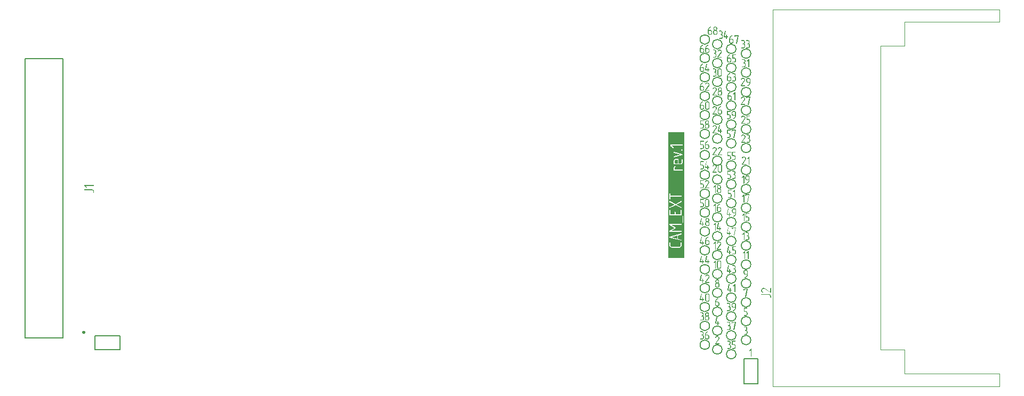
<source format=gto>
G04*
G04 #@! TF.GenerationSoftware,Altium Limited,Altium Designer,24.4.1 (13)*
G04*
G04 Layer_Color=65535*
%FSLAX44Y44*%
%MOMM*%
G71*
G04*
G04 #@! TF.SameCoordinates,5C46C37F-926F-48B5-82F6-D16DC70D24A0*
G04*
G04*
G04 #@! TF.FilePolarity,Positive*
G04*
G01*
G75*
%ADD10C,0.1500*%
%ADD11C,0.3810*%
%ADD12C,0.2000*%
%ADD13C,0.1000*%
G36*
X1182500Y495000D02*
X1182461D01*
Y375075D01*
X1157461D01*
Y495075D01*
X1157500D01*
Y575000D01*
X1182500D01*
Y495000D01*
D02*
G37*
G36*
X1231872Y743138D02*
X1231955Y743130D01*
X1232064Y743122D01*
X1232188Y743105D01*
X1232322Y743072D01*
X1232472Y743038D01*
X1232630Y742997D01*
X1232797Y742938D01*
X1232972Y742872D01*
X1233155Y742788D01*
X1233330Y742688D01*
X1233505Y742580D01*
X1233680Y742447D01*
X1233847Y742297D01*
X1233855Y742289D01*
X1233863Y742280D01*
X1233888Y742255D01*
X1233921Y742222D01*
X1233996Y742139D01*
X1234096Y742030D01*
X1234205Y741889D01*
X1234313Y741730D01*
X1234413Y741547D01*
X1234505Y741355D01*
X1234655Y740839D01*
X1234705Y740522D01*
Y740231D01*
Y739298D01*
Y739289D01*
Y739264D01*
Y739231D01*
Y739181D01*
X1234696Y739114D01*
X1234688Y739048D01*
X1234680Y738964D01*
X1234671Y738873D01*
X1234638Y738681D01*
X1234588Y738465D01*
X1234521Y738248D01*
X1234430Y738031D01*
Y738023D01*
X1234421Y738006D01*
X1234405Y737981D01*
X1234380Y737940D01*
X1234321Y737840D01*
X1234238Y737723D01*
X1234130Y737590D01*
X1234005Y737456D01*
X1233855Y737323D01*
X1233688Y737215D01*
X1233697D01*
X1233713Y737206D01*
X1233746Y737190D01*
X1233780Y737173D01*
X1233830Y737148D01*
X1233888Y737115D01*
X1233955Y737073D01*
X1234021Y737023D01*
X1234105Y736965D01*
X1234180Y736898D01*
X1234263Y736823D01*
X1234355Y736740D01*
X1234438Y736648D01*
X1234530Y736540D01*
X1234621Y736423D01*
X1234705Y736290D01*
X1234713Y736282D01*
X1234721Y736257D01*
X1234746Y736215D01*
X1234780Y736165D01*
X1234813Y736098D01*
X1234846Y736015D01*
X1234888Y735923D01*
X1234938Y735824D01*
X1234979Y735715D01*
X1235021Y735599D01*
X1235088Y735332D01*
X1235146Y735049D01*
X1235154Y734899D01*
X1235163Y734749D01*
Y732924D01*
Y732908D01*
Y732874D01*
X1235154Y732808D01*
X1235146Y732716D01*
X1235138Y732616D01*
X1235121Y732491D01*
X1235088Y732358D01*
X1235054Y732208D01*
X1235013Y732049D01*
X1234955Y731883D01*
X1234888Y731708D01*
X1234805Y731533D01*
X1234705Y731358D01*
X1234588Y731183D01*
X1234455Y731016D01*
X1234305Y730850D01*
X1234296Y730841D01*
X1234263Y730816D01*
X1234221Y730775D01*
X1234155Y730716D01*
X1234071Y730650D01*
X1233971Y730583D01*
X1233855Y730508D01*
X1233721Y730425D01*
X1233580Y730350D01*
X1233422Y730267D01*
X1233247Y730200D01*
X1233072Y730133D01*
X1232872Y730075D01*
X1232672Y730033D01*
X1232455Y730008D01*
X1232230Y730000D01*
X1231264D01*
X1231206Y730008D01*
X1231122Y730017D01*
X1231022Y730025D01*
X1230914Y730042D01*
X1230781Y730067D01*
X1230639Y730108D01*
X1230489Y730150D01*
X1230322Y730208D01*
X1230156Y730275D01*
X1229989Y730358D01*
X1229814Y730450D01*
X1229631Y730566D01*
X1229464Y730692D01*
X1229289Y730841D01*
X1229281Y730850D01*
X1229248Y730883D01*
X1229206Y730925D01*
X1229148Y730991D01*
X1229081Y731075D01*
X1229006Y731175D01*
X1228923Y731291D01*
X1228839Y731425D01*
X1228756Y731566D01*
X1228673Y731724D01*
X1228598Y731891D01*
X1228531Y732083D01*
X1228473Y732274D01*
X1228431Y732483D01*
X1228398Y732699D01*
X1228390Y732924D01*
Y734749D01*
Y734757D01*
Y734782D01*
Y734824D01*
X1228398Y734874D01*
Y734940D01*
X1228415Y735024D01*
X1228423Y735107D01*
X1228439Y735207D01*
X1228490Y735424D01*
X1228556Y735665D01*
X1228656Y735915D01*
X1228723Y736048D01*
X1228789Y736173D01*
X1228798Y736182D01*
X1228806Y736207D01*
X1228831Y736240D01*
X1228864Y736282D01*
X1228906Y736340D01*
X1228956Y736407D01*
X1229073Y736557D01*
X1229231Y736723D01*
X1229414Y736890D01*
X1229622Y737048D01*
X1229856Y737190D01*
X1229847D01*
X1229839Y737198D01*
X1229814Y737215D01*
X1229781Y737240D01*
X1229706Y737298D01*
X1229606Y737390D01*
X1229489Y737506D01*
X1229364Y737648D01*
X1229248Y737823D01*
X1229131Y738023D01*
Y738031D01*
X1229123Y738048D01*
X1229106Y738081D01*
X1229089Y738123D01*
X1229064Y738181D01*
X1229039Y738248D01*
X1229014Y738323D01*
X1228989Y738406D01*
X1228939Y738589D01*
X1228889Y738814D01*
X1228856Y739048D01*
X1228848Y739306D01*
Y740239D01*
Y740256D01*
Y740289D01*
X1228856Y740347D01*
X1228864Y740431D01*
X1228873Y740531D01*
X1228889Y740647D01*
X1228923Y740781D01*
X1228956Y740922D01*
X1228998Y741080D01*
X1229056Y741239D01*
X1229131Y741414D01*
X1229206Y741589D01*
X1229306Y741772D01*
X1229423Y741955D01*
X1229556Y742139D01*
X1229706Y742322D01*
X1229714Y742330D01*
X1229723Y742338D01*
X1229747Y742364D01*
X1229781Y742389D01*
X1229864Y742464D01*
X1229972Y742547D01*
X1230114Y742647D01*
X1230272Y742755D01*
X1230447Y742855D01*
X1230639Y742947D01*
X1231147Y743097D01*
X1231464Y743147D01*
X1231814D01*
X1231872Y743138D01*
D02*
G37*
G36*
X1224416Y743147D02*
X1224474Y743130D01*
X1224549Y743105D01*
X1224624Y743063D01*
X1224699Y743013D01*
X1224765Y742947D01*
X1224774Y742938D01*
X1224790Y742913D01*
X1224824Y742872D01*
X1224857Y742813D01*
X1224882Y742747D01*
X1224915Y742672D01*
X1224932Y742588D01*
X1224940Y742497D01*
Y742488D01*
Y742464D01*
X1224932Y742430D01*
Y742389D01*
X1224899Y742280D01*
X1224882Y742230D01*
X1224849Y742172D01*
Y742163D01*
X1224832Y742147D01*
X1224807Y742122D01*
X1224774Y742080D01*
X1224732Y742039D01*
X1224674Y741997D01*
X1224607Y741939D01*
X1224524Y741889D01*
X1224341Y741822D01*
X1224141Y741730D01*
X1223816Y741564D01*
X1223799Y741555D01*
X1223757Y741530D01*
X1223682Y741480D01*
X1223599Y741430D01*
X1223491Y741355D01*
X1223391Y741280D01*
X1223282Y741197D01*
X1223174Y741114D01*
X1223166Y741105D01*
X1223149Y741097D01*
X1223116Y741064D01*
X1223074Y741031D01*
X1223024Y740989D01*
X1222966Y740930D01*
X1222899Y740864D01*
X1222824Y740789D01*
X1222741Y740706D01*
X1222658Y740614D01*
X1222566Y740506D01*
X1222474Y740397D01*
X1222383Y740281D01*
X1222283Y740147D01*
X1222183Y740014D01*
X1222083Y739864D01*
Y739856D01*
X1222066Y739839D01*
X1222049Y739814D01*
X1222033Y739772D01*
X1222008Y739723D01*
X1221974Y739672D01*
X1221941Y739606D01*
X1221899Y739531D01*
X1221816Y739356D01*
X1221725Y739156D01*
X1221625Y738939D01*
X1221533Y738698D01*
Y738689D01*
X1221525Y738673D01*
X1221508Y738639D01*
X1221500Y738589D01*
X1221483Y738540D01*
X1221458Y738473D01*
X1221416Y738323D01*
X1221375Y738165D01*
X1221333Y737990D01*
X1221308Y737823D01*
X1221300Y737673D01*
X1223891D01*
X1223949Y737665D01*
X1224041Y737656D01*
X1224141Y737648D01*
X1224266Y737631D01*
X1224407Y737598D01*
X1224557Y737565D01*
X1224715Y737523D01*
X1224882Y737465D01*
X1225057Y737398D01*
X1225232Y737315D01*
X1225407Y737215D01*
X1225582Y737106D01*
X1225749Y736973D01*
X1225915Y736823D01*
X1225923Y736815D01*
X1225948Y736782D01*
X1225999Y736740D01*
X1226048Y736673D01*
X1226115Y736590D01*
X1226190Y736490D01*
X1226265Y736373D01*
X1226348Y736248D01*
X1226423Y736098D01*
X1226498Y735940D01*
X1226573Y735773D01*
X1226640Y735590D01*
X1226698Y735399D01*
X1226740Y735190D01*
X1226765Y734974D01*
X1226773Y734749D01*
Y732924D01*
Y732908D01*
Y732874D01*
X1226765Y732808D01*
X1226757Y732716D01*
X1226748Y732616D01*
X1226732Y732491D01*
X1226698Y732358D01*
X1226665Y732208D01*
X1226623Y732049D01*
X1226565Y731883D01*
X1226498Y731708D01*
X1226415Y731533D01*
X1226315Y731358D01*
X1226198Y731183D01*
X1226065Y731016D01*
X1225915Y730850D01*
X1225907Y730841D01*
X1225873Y730816D01*
X1225832Y730775D01*
X1225765Y730716D01*
X1225682Y730650D01*
X1225582Y730583D01*
X1225465Y730508D01*
X1225332Y730425D01*
X1225190Y730350D01*
X1225032Y730267D01*
X1224857Y730200D01*
X1224682Y730133D01*
X1224482Y730075D01*
X1224282Y730033D01*
X1224066Y730008D01*
X1223841Y730000D01*
X1222874D01*
X1222816Y730008D01*
X1222733Y730017D01*
X1222633Y730025D01*
X1222524Y730042D01*
X1222391Y730067D01*
X1222249Y730108D01*
X1222100Y730150D01*
X1221933Y730208D01*
X1221766Y730275D01*
X1221600Y730358D01*
X1221425Y730450D01*
X1221241Y730566D01*
X1221075Y730692D01*
X1220900Y730841D01*
X1220891Y730850D01*
X1220858Y730883D01*
X1220816Y730925D01*
X1220758Y730991D01*
X1220692Y731075D01*
X1220617Y731175D01*
X1220533Y731291D01*
X1220450Y731425D01*
X1220367Y731566D01*
X1220283Y731724D01*
X1220208Y731891D01*
X1220142Y732083D01*
X1220083Y732274D01*
X1220042Y732483D01*
X1220008Y732699D01*
X1220000Y732924D01*
Y736982D01*
Y736990D01*
Y737007D01*
Y737031D01*
Y737065D01*
Y737115D01*
X1220008Y737173D01*
Y737240D01*
X1220017Y737315D01*
X1220033Y737481D01*
X1220050Y737681D01*
X1220083Y737915D01*
X1220125Y738165D01*
X1220175Y738431D01*
X1220242Y738714D01*
X1220325Y739006D01*
X1220425Y739314D01*
X1220533Y739631D01*
X1220667Y739939D01*
X1220825Y740256D01*
X1221000Y740564D01*
Y740572D01*
X1221016Y740581D01*
X1221025Y740606D01*
X1221050Y740639D01*
X1221083Y740681D01*
X1221116Y740731D01*
X1221200Y740855D01*
X1221316Y740997D01*
X1221450Y741164D01*
X1221608Y741347D01*
X1221799Y741547D01*
X1222000Y741747D01*
X1222233Y741964D01*
X1222483Y742172D01*
X1222758Y742380D01*
X1223049Y742580D01*
X1223366Y742772D01*
X1223707Y742947D01*
X1224066Y743105D01*
X1224316Y743155D01*
X1224365D01*
X1224416Y743147D01*
D02*
G37*
G36*
X1218341Y684061D02*
X1218408Y684044D01*
X1218474Y684027D01*
X1218557Y683994D01*
X1218641Y683952D01*
X1218716Y683894D01*
X1218724Y683886D01*
X1218749Y683861D01*
X1218782Y683828D01*
X1218824Y683778D01*
X1218857Y683711D01*
X1218891Y683636D01*
X1218916Y683544D01*
X1218924Y683453D01*
X1218907Y683303D01*
X1217199Y674955D01*
X1219449D01*
Y677063D01*
Y677071D01*
Y677096D01*
X1219457Y677138D01*
X1219474Y677196D01*
X1219491Y677254D01*
X1219524Y677329D01*
X1219574Y677404D01*
X1219632Y677487D01*
X1219641Y677496D01*
X1219666Y677521D01*
X1219707Y677554D01*
X1219765Y677596D01*
X1219832Y677637D01*
X1219907Y677671D01*
X1219999Y677696D01*
X1220099Y677704D01*
X1220140D01*
X1220182Y677696D01*
X1220240Y677679D01*
X1220307Y677662D01*
X1220374Y677629D01*
X1220457Y677588D01*
X1220532Y677529D01*
X1220540Y677521D01*
X1220565Y677496D01*
X1220599Y677462D01*
X1220640Y677412D01*
X1220682Y677346D01*
X1220715Y677263D01*
X1220740Y677171D01*
X1220749Y677063D01*
Y674955D01*
X1221973D01*
X1222015Y674947D01*
X1222082Y674930D01*
X1222148Y674905D01*
X1222223Y674863D01*
X1222298Y674813D01*
X1222373Y674746D01*
X1222382Y674738D01*
X1222406Y674713D01*
X1222440Y674671D01*
X1222481Y674622D01*
X1222515Y674555D01*
X1222548Y674480D01*
X1222573Y674397D01*
X1222581Y674313D01*
Y674305D01*
Y674272D01*
X1222573Y674230D01*
X1222556Y674172D01*
X1222540Y674105D01*
X1222506Y674030D01*
X1222465Y673947D01*
X1222406Y673872D01*
X1222398Y673863D01*
X1222373Y673838D01*
X1222340Y673805D01*
X1222281Y673772D01*
X1222215Y673730D01*
X1222140Y673697D01*
X1222040Y673672D01*
X1221932Y673663D01*
X1220749D01*
Y671564D01*
Y671547D01*
Y671514D01*
X1220740Y671464D01*
X1220723Y671389D01*
X1220707Y671314D01*
X1220674Y671239D01*
X1220624Y671164D01*
X1220565Y671089D01*
X1220557Y671081D01*
X1220532Y671064D01*
X1220490Y671039D01*
X1220432Y671006D01*
X1220365Y670973D01*
X1220282Y670947D01*
X1220199Y670931D01*
X1220099Y670922D01*
X1220074D01*
X1220040Y670931D01*
X1219999Y670939D01*
X1219940Y670956D01*
X1219865Y670973D01*
X1219774Y671006D01*
X1219674Y671048D01*
X1219666Y671056D01*
X1219641Y671081D01*
X1219599Y671123D01*
X1219566Y671181D01*
X1219524Y671256D01*
X1219482Y671339D01*
X1219457Y671447D01*
X1219449Y671564D01*
Y673663D01*
X1216400D01*
X1216350Y673672D01*
X1216283Y673689D01*
X1216208Y673705D01*
X1216133Y673738D01*
X1216058Y673780D01*
X1215983Y673838D01*
X1215975Y673847D01*
X1215958Y673872D01*
X1215925Y673913D01*
X1215891Y673963D01*
X1215858Y674030D01*
X1215825Y674113D01*
X1215808Y674205D01*
X1215800Y674305D01*
X1215808Y674422D01*
X1217633Y683519D01*
Y683536D01*
X1217641Y683569D01*
X1217658Y683619D01*
X1217683Y683678D01*
X1217716Y683753D01*
X1217758Y683819D01*
X1217816Y683894D01*
X1217883Y683952D01*
X1218241Y684069D01*
X1218291D01*
X1218341Y684061D01*
D02*
G37*
G36*
X1211834Y684069D02*
X1211892Y684053D01*
X1211967Y684027D01*
X1212042Y683986D01*
X1212117Y683936D01*
X1212184Y683869D01*
X1212192Y683861D01*
X1212209Y683836D01*
X1212242Y683794D01*
X1212276Y683736D01*
X1212301Y683669D01*
X1212334Y683594D01*
X1212351Y683511D01*
X1212359Y683419D01*
Y683411D01*
Y683386D01*
X1212351Y683353D01*
Y683311D01*
X1212317Y683203D01*
X1212301Y683153D01*
X1212267Y683094D01*
Y683086D01*
X1212251Y683069D01*
X1212226Y683044D01*
X1212192Y683003D01*
X1212151Y682961D01*
X1212092Y682919D01*
X1212026Y682861D01*
X1211943Y682811D01*
X1211759Y682745D01*
X1211559Y682653D01*
X1211234Y682486D01*
X1211218Y682478D01*
X1211176Y682453D01*
X1211101Y682403D01*
X1211018Y682353D01*
X1210909Y682278D01*
X1210809Y682203D01*
X1210701Y682120D01*
X1210593Y682036D01*
X1210584Y682028D01*
X1210568Y682020D01*
X1210535Y681986D01*
X1210493Y681953D01*
X1210443Y681911D01*
X1210385Y681853D01*
X1210318Y681786D01*
X1210243Y681711D01*
X1210160Y681628D01*
X1210076Y681536D01*
X1209985Y681428D01*
X1209893Y681320D01*
X1209801Y681203D01*
X1209701Y681070D01*
X1209601Y680937D01*
X1209501Y680787D01*
Y680778D01*
X1209485Y680762D01*
X1209468Y680737D01*
X1209451Y680695D01*
X1209426Y680645D01*
X1209393Y680595D01*
X1209360Y680528D01*
X1209318Y680453D01*
X1209235Y680278D01*
X1209143Y680079D01*
X1209043Y679862D01*
X1208952Y679620D01*
Y679612D01*
X1208943Y679595D01*
X1208927Y679562D01*
X1208918Y679512D01*
X1208902Y679462D01*
X1208877Y679395D01*
X1208835Y679245D01*
X1208793Y679087D01*
X1208752Y678912D01*
X1208727Y678745D01*
X1208718Y678596D01*
X1211309D01*
X1211368Y678587D01*
X1211459Y678579D01*
X1211559Y678571D01*
X1211684Y678554D01*
X1211826Y678521D01*
X1211976Y678487D01*
X1212134Y678446D01*
X1212301Y678387D01*
X1212476Y678321D01*
X1212651Y678237D01*
X1212826Y678137D01*
X1213000Y678029D01*
X1213167Y677896D01*
X1213334Y677746D01*
X1213342Y677737D01*
X1213367Y677704D01*
X1213417Y677662D01*
X1213467Y677596D01*
X1213534Y677513D01*
X1213609Y677412D01*
X1213684Y677296D01*
X1213767Y677171D01*
X1213842Y677021D01*
X1213917Y676863D01*
X1213992Y676696D01*
X1214059Y676513D01*
X1214117Y676321D01*
X1214159Y676113D01*
X1214184Y675896D01*
X1214192Y675671D01*
Y673847D01*
Y673830D01*
Y673797D01*
X1214184Y673730D01*
X1214175Y673639D01*
X1214167Y673539D01*
X1214150Y673413D01*
X1214117Y673280D01*
X1214084Y673130D01*
X1214042Y672972D01*
X1213984Y672805D01*
X1213917Y672630D01*
X1213834Y672455D01*
X1213734Y672281D01*
X1213617Y672105D01*
X1213484Y671939D01*
X1213334Y671772D01*
X1213325Y671764D01*
X1213292Y671739D01*
X1213251Y671697D01*
X1213184Y671639D01*
X1213101Y671572D01*
X1213000Y671506D01*
X1212884Y671431D01*
X1212751Y671347D01*
X1212609Y671272D01*
X1212451Y671189D01*
X1212276Y671123D01*
X1212101Y671056D01*
X1211901Y670997D01*
X1211701Y670956D01*
X1211484Y670931D01*
X1211259Y670922D01*
X1210293D01*
X1210235Y670931D01*
X1210151Y670939D01*
X1210051Y670947D01*
X1209943Y670964D01*
X1209810Y670989D01*
X1209668Y671031D01*
X1209518Y671072D01*
X1209352Y671131D01*
X1209185Y671197D01*
X1209018Y671281D01*
X1208843Y671372D01*
X1208660Y671489D01*
X1208493Y671614D01*
X1208318Y671764D01*
X1208310Y671772D01*
X1208277Y671806D01*
X1208235Y671847D01*
X1208177Y671914D01*
X1208110Y671997D01*
X1208035Y672097D01*
X1207952Y672214D01*
X1207868Y672347D01*
X1207785Y672489D01*
X1207702Y672647D01*
X1207627Y672814D01*
X1207560Y673005D01*
X1207502Y673197D01*
X1207460Y673405D01*
X1207427Y673622D01*
X1207419Y673847D01*
Y677904D01*
Y677912D01*
Y677929D01*
Y677954D01*
Y677987D01*
Y678037D01*
X1207427Y678096D01*
Y678162D01*
X1207435Y678237D01*
X1207452Y678404D01*
X1207469Y678604D01*
X1207502Y678837D01*
X1207544Y679087D01*
X1207594Y679354D01*
X1207660Y679637D01*
X1207744Y679929D01*
X1207843Y680237D01*
X1207952Y680553D01*
X1208085Y680862D01*
X1208243Y681178D01*
X1208418Y681487D01*
Y681495D01*
X1208435Y681503D01*
X1208443Y681528D01*
X1208468Y681562D01*
X1208502Y681603D01*
X1208535Y681653D01*
X1208618Y681778D01*
X1208735Y681920D01*
X1208868Y682086D01*
X1209026Y682270D01*
X1209218Y682470D01*
X1209418Y682670D01*
X1209651Y682886D01*
X1209901Y683094D01*
X1210176Y683303D01*
X1210468Y683503D01*
X1210784Y683694D01*
X1211126Y683869D01*
X1211484Y684027D01*
X1211734Y684078D01*
X1211784D01*
X1211834Y684069D01*
D02*
G37*
G36*
X1219141Y654069D02*
X1219241Y654061D01*
X1219366Y654036D01*
X1219507Y654011D01*
X1219666Y653969D01*
X1219840Y653919D01*
X1220024Y653852D01*
X1220232Y653769D01*
X1220440Y653661D01*
X1220649Y653536D01*
X1220873Y653394D01*
X1221090Y653228D01*
X1221315Y653028D01*
X1221532Y652803D01*
X1221540Y652794D01*
X1221582Y652769D01*
X1221632Y652736D01*
X1221698Y652678D01*
X1221782Y652603D01*
X1221873Y652520D01*
X1221973Y652420D01*
X1222073Y652295D01*
X1222173Y652161D01*
X1222273Y652011D01*
X1222365Y651845D01*
X1222448Y651661D01*
X1222515Y651453D01*
X1222565Y651236D01*
X1222606Y651003D01*
X1222615Y650753D01*
Y650745D01*
Y650737D01*
Y650703D01*
Y650670D01*
X1222606Y650578D01*
X1222598Y650462D01*
X1222581Y650320D01*
X1222548Y650162D01*
X1222515Y649995D01*
X1222465Y649820D01*
Y649812D01*
X1222456Y649804D01*
X1222448Y649770D01*
X1222440Y649737D01*
X1222423Y649695D01*
X1222398Y649645D01*
X1222348Y649520D01*
X1222273Y649362D01*
X1222190Y649187D01*
X1222082Y648987D01*
X1221957Y648771D01*
X1217466Y642214D01*
X1221915D01*
X1221957Y642206D01*
X1222023Y642189D01*
X1222090Y642164D01*
X1222165Y642122D01*
X1222240Y642072D01*
X1222315Y642006D01*
X1222323Y641997D01*
X1222348Y641972D01*
X1222382Y641931D01*
X1222415Y641881D01*
X1222448Y641814D01*
X1222481Y641739D01*
X1222506Y641656D01*
X1222515Y641572D01*
Y641564D01*
Y641531D01*
X1222506Y641489D01*
X1222498Y641431D01*
X1222473Y641364D01*
X1222448Y641289D01*
X1222406Y641206D01*
X1222348Y641131D01*
X1222340Y641123D01*
X1222315Y641097D01*
X1222281Y641064D01*
X1222223Y641031D01*
X1222157Y640989D01*
X1222082Y640956D01*
X1221982Y640931D01*
X1221873Y640922D01*
X1216375D01*
X1216325Y640931D01*
X1216266Y640947D01*
X1216200Y640973D01*
X1216116Y641014D01*
X1216033Y641064D01*
X1215950Y641131D01*
X1215941Y641139D01*
X1215925Y641164D01*
X1215891Y641214D01*
X1215866Y641272D01*
X1215833Y641339D01*
X1215800Y641422D01*
X1215783Y641506D01*
X1215775Y641606D01*
Y641614D01*
Y641639D01*
X1215783Y641672D01*
Y641714D01*
X1215808Y641806D01*
X1215850Y641897D01*
X1220873Y649487D01*
X1221065Y649845D01*
X1221190Y650137D01*
X1221198Y650154D01*
X1221207Y650187D01*
X1221223Y650245D01*
X1221240Y650328D01*
X1221257Y650420D01*
X1221273Y650520D01*
X1221290Y650637D01*
Y650753D01*
Y650762D01*
Y650787D01*
X1221282Y650837D01*
Y650895D01*
X1221273Y650962D01*
X1221257Y651045D01*
X1221232Y651137D01*
X1221207Y651236D01*
X1221173Y651345D01*
X1221123Y651461D01*
X1221074Y651570D01*
X1221007Y651695D01*
X1220932Y651811D01*
X1220840Y651928D01*
X1220732Y652045D01*
X1220615Y652153D01*
X1220599Y652170D01*
X1220557Y652203D01*
X1220490Y652253D01*
X1220407Y652320D01*
X1220299Y652386D01*
X1220174Y652461D01*
X1220032Y652536D01*
X1219882Y652603D01*
X1219874D01*
X1219865Y652611D01*
X1219840Y652619D01*
X1219807Y652628D01*
X1219732Y652653D01*
X1219624Y652686D01*
X1219499Y652719D01*
X1219357Y652745D01*
X1219207Y652761D01*
X1219049Y652769D01*
X1218991D01*
X1218949Y652761D01*
X1218899D01*
X1218841Y652753D01*
X1218699Y652728D01*
X1218532Y652694D01*
X1218357Y652636D01*
X1218166Y652553D01*
X1217983Y652445D01*
X1217974D01*
X1217958Y652428D01*
X1217933Y652411D01*
X1217899Y652386D01*
X1217858Y652345D01*
X1217808Y652303D01*
X1217758Y652245D01*
X1217699Y652178D01*
X1217633Y652111D01*
X1217566Y652020D01*
X1217499Y651928D01*
X1217424Y651820D01*
X1217358Y651703D01*
X1217291Y651578D01*
X1217224Y651436D01*
X1217158Y651286D01*
Y651278D01*
X1217150Y651262D01*
X1217133Y651236D01*
X1217108Y651203D01*
X1217075Y651162D01*
X1217041Y651112D01*
X1216991Y651070D01*
X1216933Y651020D01*
X1216925D01*
X1216908Y651012D01*
X1216883Y650995D01*
X1216841Y650987D01*
X1216750Y650953D01*
X1216625Y650920D01*
X1216575D01*
X1216516Y650928D01*
X1216450Y650945D01*
X1216366Y650962D01*
X1216283Y650987D01*
X1216200Y651028D01*
X1216116Y651087D01*
X1216108Y651095D01*
X1216083Y651120D01*
X1216058Y651162D01*
X1216025Y651211D01*
X1215983Y651286D01*
X1215958Y651370D01*
X1215933Y651470D01*
X1215925Y651587D01*
X1215950Y651753D01*
X1215958Y651770D01*
X1215966Y651803D01*
X1215991Y651870D01*
X1216025Y651945D01*
X1216075Y652045D01*
X1216125Y652161D01*
X1216191Y652286D01*
X1216266Y652420D01*
X1216350Y652570D01*
X1216441Y652711D01*
X1216541Y652861D01*
X1216658Y653011D01*
X1216783Y653153D01*
X1216925Y653286D01*
X1217066Y653419D01*
X1217224Y653536D01*
X1217233Y653544D01*
X1217258Y653561D01*
X1217299Y653586D01*
X1217358Y653619D01*
X1217433Y653661D01*
X1217524Y653711D01*
X1217624Y653753D01*
X1217741Y653811D01*
X1217866Y653861D01*
X1217999Y653903D01*
X1218149Y653952D01*
X1218307Y653994D01*
X1218466Y654027D01*
X1218641Y654053D01*
X1218824Y654069D01*
X1219007Y654078D01*
X1219066D01*
X1219141Y654069D01*
D02*
G37*
G36*
X1211801D02*
X1211859Y654053D01*
X1211934Y654027D01*
X1212009Y653986D01*
X1212084Y653936D01*
X1212151Y653869D01*
X1212159Y653861D01*
X1212176Y653836D01*
X1212209Y653794D01*
X1212242Y653736D01*
X1212267Y653669D01*
X1212301Y653594D01*
X1212317Y653511D01*
X1212326Y653419D01*
Y653411D01*
Y653386D01*
X1212317Y653353D01*
Y653311D01*
X1212284Y653203D01*
X1212267Y653153D01*
X1212234Y653094D01*
Y653086D01*
X1212217Y653069D01*
X1212192Y653044D01*
X1212159Y653003D01*
X1212117Y652961D01*
X1212059Y652919D01*
X1211992Y652861D01*
X1211909Y652811D01*
X1211726Y652745D01*
X1211526Y652653D01*
X1211201Y652486D01*
X1211184Y652478D01*
X1211143Y652453D01*
X1211068Y652403D01*
X1210984Y652353D01*
X1210876Y652278D01*
X1210776Y652203D01*
X1210668Y652120D01*
X1210559Y652036D01*
X1210551Y652028D01*
X1210535Y652020D01*
X1210501Y651986D01*
X1210460Y651953D01*
X1210409Y651911D01*
X1210351Y651853D01*
X1210285Y651786D01*
X1210210Y651711D01*
X1210126Y651628D01*
X1210043Y651536D01*
X1209951Y651428D01*
X1209860Y651320D01*
X1209768Y651203D01*
X1209668Y651070D01*
X1209568Y650937D01*
X1209468Y650787D01*
Y650778D01*
X1209451Y650762D01*
X1209435Y650737D01*
X1209418Y650695D01*
X1209393Y650645D01*
X1209360Y650595D01*
X1209326Y650528D01*
X1209285Y650453D01*
X1209202Y650278D01*
X1209110Y650079D01*
X1209010Y649862D01*
X1208918Y649620D01*
Y649612D01*
X1208910Y649595D01*
X1208893Y649562D01*
X1208885Y649512D01*
X1208868Y649462D01*
X1208843Y649395D01*
X1208802Y649245D01*
X1208760Y649087D01*
X1208718Y648912D01*
X1208693Y648745D01*
X1208685Y648596D01*
X1211276D01*
X1211334Y648587D01*
X1211426Y648579D01*
X1211526Y648571D01*
X1211651Y648554D01*
X1211793Y648521D01*
X1211943Y648487D01*
X1212101Y648446D01*
X1212267Y648387D01*
X1212442Y648321D01*
X1212617Y648237D01*
X1212792Y648137D01*
X1212967Y648029D01*
X1213134Y647896D01*
X1213300Y647746D01*
X1213309Y647737D01*
X1213334Y647704D01*
X1213384Y647663D01*
X1213434Y647596D01*
X1213500Y647513D01*
X1213575Y647412D01*
X1213650Y647296D01*
X1213734Y647171D01*
X1213809Y647021D01*
X1213884Y646863D01*
X1213959Y646696D01*
X1214025Y646513D01*
X1214084Y646321D01*
X1214125Y646113D01*
X1214150Y645896D01*
X1214159Y645671D01*
Y643847D01*
Y643830D01*
Y643797D01*
X1214150Y643730D01*
X1214142Y643639D01*
X1214134Y643539D01*
X1214117Y643413D01*
X1214084Y643280D01*
X1214050Y643130D01*
X1214009Y642972D01*
X1213950Y642805D01*
X1213884Y642630D01*
X1213800Y642456D01*
X1213700Y642281D01*
X1213584Y642105D01*
X1213450Y641939D01*
X1213300Y641772D01*
X1213292Y641764D01*
X1213259Y641739D01*
X1213217Y641697D01*
X1213150Y641639D01*
X1213067Y641572D01*
X1212967Y641506D01*
X1212851Y641431D01*
X1212717Y641347D01*
X1212576Y641272D01*
X1212417Y641189D01*
X1212242Y641123D01*
X1212067Y641056D01*
X1211868Y640997D01*
X1211667Y640956D01*
X1211451Y640931D01*
X1211226Y640922D01*
X1210260D01*
X1210201Y640931D01*
X1210118Y640939D01*
X1210018Y640947D01*
X1209910Y640964D01*
X1209776Y640989D01*
X1209635Y641031D01*
X1209485Y641072D01*
X1209318Y641131D01*
X1209152Y641197D01*
X1208985Y641281D01*
X1208810Y641372D01*
X1208627Y641489D01*
X1208460Y641614D01*
X1208285Y641764D01*
X1208277Y641772D01*
X1208243Y641806D01*
X1208202Y641847D01*
X1208143Y641914D01*
X1208077Y641997D01*
X1208002Y642097D01*
X1207918Y642214D01*
X1207835Y642347D01*
X1207752Y642489D01*
X1207669Y642647D01*
X1207594Y642814D01*
X1207527Y643005D01*
X1207469Y643197D01*
X1207427Y643405D01*
X1207394Y643622D01*
X1207385Y643847D01*
Y647904D01*
Y647912D01*
Y647929D01*
Y647954D01*
Y647987D01*
Y648037D01*
X1207394Y648096D01*
Y648162D01*
X1207402Y648237D01*
X1207419Y648404D01*
X1207435Y648604D01*
X1207469Y648837D01*
X1207510Y649087D01*
X1207560Y649354D01*
X1207627Y649637D01*
X1207710Y649929D01*
X1207810Y650237D01*
X1207918Y650553D01*
X1208052Y650862D01*
X1208210Y651178D01*
X1208385Y651487D01*
Y651495D01*
X1208402Y651503D01*
X1208410Y651528D01*
X1208435Y651562D01*
X1208468Y651603D01*
X1208502Y651653D01*
X1208585Y651778D01*
X1208702Y651920D01*
X1208835Y652086D01*
X1208993Y652270D01*
X1209185Y652470D01*
X1209385Y652670D01*
X1209618Y652886D01*
X1209868Y653094D01*
X1210143Y653303D01*
X1210434Y653503D01*
X1210751Y653694D01*
X1211093Y653869D01*
X1211451Y654027D01*
X1211701Y654078D01*
X1211751D01*
X1211801Y654069D01*
D02*
G37*
G36*
X1219761Y624061D02*
X1219845Y624053D01*
X1219953Y624044D01*
X1220070Y624027D01*
X1220203Y623994D01*
X1220353Y623961D01*
X1220511Y623919D01*
X1220678Y623861D01*
X1220844Y623794D01*
X1221019Y623711D01*
X1221203Y623611D01*
X1221377Y623494D01*
X1221544Y623361D01*
X1221711Y623211D01*
X1221719Y623203D01*
X1221752Y623169D01*
X1221794Y623128D01*
X1221844Y623061D01*
X1221911Y622978D01*
X1221986Y622878D01*
X1222069Y622761D01*
X1222152Y622628D01*
X1222227Y622486D01*
X1222311Y622328D01*
X1222386Y622161D01*
X1222452Y621978D01*
X1222502Y621786D01*
X1222552Y621578D01*
X1222577Y621370D01*
X1222586Y621145D01*
Y613847D01*
Y613830D01*
Y613797D01*
X1222577Y613730D01*
X1222569Y613647D01*
X1222561Y613539D01*
X1222544Y613422D01*
X1222511Y613289D01*
X1222477Y613139D01*
X1222436Y612980D01*
X1222377Y612814D01*
X1222302Y612647D01*
X1222219Y612472D01*
X1222119Y612297D01*
X1222002Y612122D01*
X1221869Y611947D01*
X1221719Y611781D01*
X1221711Y611772D01*
X1221677Y611747D01*
X1221636Y611706D01*
X1221569Y611647D01*
X1221486Y611581D01*
X1221386Y611506D01*
X1221269Y611431D01*
X1221136Y611356D01*
X1220994Y611272D01*
X1220836Y611198D01*
X1220661Y611123D01*
X1220486Y611056D01*
X1220286Y611006D01*
X1220086Y610956D01*
X1219870Y610931D01*
X1219645Y610923D01*
X1218678D01*
X1218620Y610931D01*
X1218537Y610939D01*
X1218437Y610947D01*
X1218328Y610964D01*
X1218195Y610989D01*
X1218053Y611031D01*
X1217903Y611073D01*
X1217737Y611131D01*
X1217570Y611198D01*
X1217404Y611281D01*
X1217229Y611372D01*
X1217045Y611489D01*
X1216879Y611614D01*
X1216704Y611764D01*
X1216695Y611772D01*
X1216662Y611806D01*
X1216620Y611847D01*
X1216562Y611914D01*
X1216496Y611997D01*
X1216421Y612097D01*
X1216337Y612214D01*
X1216254Y612347D01*
X1216171Y612489D01*
X1216087Y612647D01*
X1216012Y612814D01*
X1215946Y613005D01*
X1215887Y613197D01*
X1215846Y613405D01*
X1215812Y613622D01*
X1215804Y613847D01*
Y621145D01*
Y621162D01*
Y621195D01*
X1215812Y621261D01*
X1215821Y621345D01*
X1215829Y621445D01*
X1215846Y621562D01*
X1215871Y621695D01*
X1215912Y621836D01*
X1215954Y621995D01*
X1216012Y622153D01*
X1216079Y622328D01*
X1216162Y622495D01*
X1216254Y622669D01*
X1216370Y622845D01*
X1216496Y623019D01*
X1216645Y623186D01*
X1216654Y623194D01*
X1216687Y623228D01*
X1216729Y623269D01*
X1216795Y623328D01*
X1216879Y623394D01*
X1216979Y623469D01*
X1217095Y623544D01*
X1217229Y623628D01*
X1217370Y623711D01*
X1217529Y623786D01*
X1217695Y623861D01*
X1217887Y623927D01*
X1218078Y623986D01*
X1218287Y624027D01*
X1218503Y624061D01*
X1218728Y624069D01*
X1219695D01*
X1219761Y624061D01*
D02*
G37*
G36*
X1211830Y624069D02*
X1211888Y624053D01*
X1211963Y624027D01*
X1212038Y623986D01*
X1212113Y623936D01*
X1212180Y623869D01*
X1212188Y623861D01*
X1212205Y623836D01*
X1212238Y623794D01*
X1212271Y623736D01*
X1212297Y623669D01*
X1212330Y623594D01*
X1212346Y623511D01*
X1212355Y623419D01*
Y623411D01*
Y623386D01*
X1212346Y623353D01*
Y623311D01*
X1212313Y623203D01*
X1212297Y623153D01*
X1212263Y623094D01*
Y623086D01*
X1212246Y623069D01*
X1212222Y623044D01*
X1212188Y623003D01*
X1212147Y622961D01*
X1212088Y622920D01*
X1212022Y622861D01*
X1211938Y622811D01*
X1211755Y622744D01*
X1211555Y622653D01*
X1211230Y622486D01*
X1211214Y622478D01*
X1211172Y622453D01*
X1211097Y622403D01*
X1211013Y622353D01*
X1210905Y622278D01*
X1210805Y622203D01*
X1210697Y622120D01*
X1210589Y622036D01*
X1210580Y622028D01*
X1210564Y622020D01*
X1210530Y621986D01*
X1210489Y621953D01*
X1210439Y621911D01*
X1210380Y621853D01*
X1210314Y621786D01*
X1210239Y621711D01*
X1210155Y621628D01*
X1210072Y621536D01*
X1209980Y621428D01*
X1209889Y621320D01*
X1209797Y621203D01*
X1209697Y621070D01*
X1209597Y620937D01*
X1209497Y620787D01*
Y620778D01*
X1209481Y620762D01*
X1209464Y620737D01*
X1209447Y620695D01*
X1209422Y620645D01*
X1209389Y620595D01*
X1209356Y620528D01*
X1209314Y620453D01*
X1209231Y620279D01*
X1209139Y620079D01*
X1209039Y619862D01*
X1208947Y619620D01*
Y619612D01*
X1208939Y619595D01*
X1208922Y619562D01*
X1208914Y619512D01*
X1208897Y619462D01*
X1208872Y619395D01*
X1208831Y619245D01*
X1208789Y619087D01*
X1208747Y618912D01*
X1208722Y618745D01*
X1208714Y618596D01*
X1211305D01*
X1211363Y618587D01*
X1211455Y618579D01*
X1211555Y618571D01*
X1211680Y618554D01*
X1211822Y618521D01*
X1211972Y618487D01*
X1212130Y618446D01*
X1212297Y618387D01*
X1212471Y618321D01*
X1212646Y618237D01*
X1212821Y618137D01*
X1212996Y618029D01*
X1213163Y617896D01*
X1213330Y617746D01*
X1213338Y617737D01*
X1213363Y617704D01*
X1213413Y617663D01*
X1213463Y617596D01*
X1213530Y617513D01*
X1213605Y617412D01*
X1213680Y617296D01*
X1213763Y617171D01*
X1213838Y617021D01*
X1213913Y616863D01*
X1213988Y616696D01*
X1214054Y616513D01*
X1214113Y616321D01*
X1214154Y616113D01*
X1214179Y615896D01*
X1214188Y615671D01*
Y613847D01*
Y613830D01*
Y613797D01*
X1214179Y613730D01*
X1214171Y613638D01*
X1214163Y613539D01*
X1214146Y613414D01*
X1214113Y613280D01*
X1214079Y613130D01*
X1214038Y612972D01*
X1213979Y612805D01*
X1213913Y612630D01*
X1213829Y612455D01*
X1213729Y612281D01*
X1213613Y612106D01*
X1213480Y611939D01*
X1213330Y611772D01*
X1213321Y611764D01*
X1213288Y611739D01*
X1213246Y611697D01*
X1213180Y611639D01*
X1213096Y611572D01*
X1212996Y611506D01*
X1212880Y611431D01*
X1212746Y611347D01*
X1212605Y611272D01*
X1212447Y611189D01*
X1212271Y611123D01*
X1212097Y611056D01*
X1211897Y610998D01*
X1211697Y610956D01*
X1211480Y610931D01*
X1211255Y610923D01*
X1210289D01*
X1210230Y610931D01*
X1210147Y610939D01*
X1210047Y610947D01*
X1209939Y610964D01*
X1209806Y610989D01*
X1209664Y611031D01*
X1209514Y611073D01*
X1209347Y611131D01*
X1209181Y611198D01*
X1209014Y611281D01*
X1208839Y611372D01*
X1208656Y611489D01*
X1208489Y611614D01*
X1208314Y611764D01*
X1208306Y611772D01*
X1208273Y611806D01*
X1208231Y611847D01*
X1208173Y611914D01*
X1208106Y611997D01*
X1208031Y612097D01*
X1207948Y612214D01*
X1207864Y612347D01*
X1207781Y612489D01*
X1207698Y612647D01*
X1207623Y612814D01*
X1207556Y613005D01*
X1207498Y613197D01*
X1207456Y613405D01*
X1207423Y613622D01*
X1207414Y613847D01*
Y617904D01*
Y617912D01*
Y617929D01*
Y617954D01*
Y617987D01*
Y618037D01*
X1207423Y618096D01*
Y618162D01*
X1207431Y618237D01*
X1207448Y618404D01*
X1207464Y618604D01*
X1207498Y618837D01*
X1207539Y619087D01*
X1207589Y619354D01*
X1207656Y619637D01*
X1207739Y619929D01*
X1207839Y620237D01*
X1207948Y620553D01*
X1208081Y620862D01*
X1208239Y621178D01*
X1208414Y621487D01*
Y621495D01*
X1208431Y621503D01*
X1208439Y621528D01*
X1208464Y621562D01*
X1208497Y621603D01*
X1208531Y621653D01*
X1208614Y621778D01*
X1208731Y621920D01*
X1208864Y622086D01*
X1209022Y622270D01*
X1209214Y622470D01*
X1209414Y622669D01*
X1209647Y622886D01*
X1209897Y623094D01*
X1210172Y623303D01*
X1210464Y623503D01*
X1210780Y623694D01*
X1211122Y623869D01*
X1211480Y624027D01*
X1211730Y624077D01*
X1211780D01*
X1211830Y624069D01*
D02*
G37*
G36*
X1218824Y594065D02*
X1218907Y594057D01*
X1219016Y594048D01*
X1219141Y594032D01*
X1219274Y593998D01*
X1219424Y593965D01*
X1219582Y593923D01*
X1219749Y593865D01*
X1219924Y593798D01*
X1220107Y593715D01*
X1220282Y593615D01*
X1220457Y593507D01*
X1220632Y593373D01*
X1220798Y593223D01*
X1220807Y593215D01*
X1220815Y593207D01*
X1220840Y593182D01*
X1220873Y593148D01*
X1220948Y593065D01*
X1221049Y592957D01*
X1221157Y592815D01*
X1221265Y592657D01*
X1221365Y592474D01*
X1221457Y592282D01*
X1221607Y591766D01*
X1221657Y591449D01*
Y591157D01*
Y590224D01*
Y590216D01*
Y590191D01*
Y590158D01*
Y590108D01*
X1221648Y590041D01*
X1221640Y589974D01*
X1221632Y589891D01*
X1221623Y589799D01*
X1221590Y589608D01*
X1221540Y589391D01*
X1221473Y589175D01*
X1221382Y588958D01*
Y588950D01*
X1221373Y588933D01*
X1221357Y588908D01*
X1221332Y588866D01*
X1221273Y588766D01*
X1221190Y588650D01*
X1221082Y588516D01*
X1220957Y588383D01*
X1220807Y588250D01*
X1220640Y588142D01*
X1220649D01*
X1220665Y588133D01*
X1220698Y588116D01*
X1220732Y588100D01*
X1220782Y588075D01*
X1220840Y588041D01*
X1220907Y588000D01*
X1220974Y587950D01*
X1221057Y587892D01*
X1221132Y587825D01*
X1221215Y587750D01*
X1221307Y587667D01*
X1221390Y587575D01*
X1221482Y587467D01*
X1221573Y587350D01*
X1221657Y587217D01*
X1221665Y587208D01*
X1221673Y587183D01*
X1221698Y587142D01*
X1221732Y587092D01*
X1221765Y587025D01*
X1221798Y586942D01*
X1221840Y586850D01*
X1221890Y586750D01*
X1221932Y586642D01*
X1221973Y586525D01*
X1222040Y586259D01*
X1222098Y585975D01*
X1222106Y585825D01*
X1222115Y585676D01*
Y583851D01*
Y583834D01*
Y583801D01*
X1222106Y583734D01*
X1222098Y583643D01*
X1222090Y583543D01*
X1222073Y583418D01*
X1222040Y583284D01*
X1222007Y583134D01*
X1221965Y582976D01*
X1221907Y582809D01*
X1221840Y582635D01*
X1221757Y582460D01*
X1221657Y582285D01*
X1221540Y582110D01*
X1221407Y581943D01*
X1221257Y581777D01*
X1221248Y581768D01*
X1221215Y581743D01*
X1221173Y581702D01*
X1221107Y581643D01*
X1221023Y581576D01*
X1220923Y581510D01*
X1220807Y581435D01*
X1220674Y581352D01*
X1220532Y581277D01*
X1220374Y581193D01*
X1220199Y581127D01*
X1220024Y581060D01*
X1219824Y581002D01*
X1219624Y580960D01*
X1219407Y580935D01*
X1219182Y580927D01*
X1218216D01*
X1218158Y580935D01*
X1218074Y580943D01*
X1217974Y580952D01*
X1217866Y580968D01*
X1217733Y580993D01*
X1217591Y581035D01*
X1217441Y581077D01*
X1217274Y581135D01*
X1217108Y581202D01*
X1216941Y581285D01*
X1216766Y581377D01*
X1216583Y581493D01*
X1216416Y581618D01*
X1216241Y581768D01*
X1216233Y581777D01*
X1216200Y581810D01*
X1216158Y581851D01*
X1216100Y581918D01*
X1216033Y582001D01*
X1215958Y582101D01*
X1215875Y582218D01*
X1215791Y582351D01*
X1215708Y582493D01*
X1215625Y582651D01*
X1215550Y582818D01*
X1215483Y583009D01*
X1215425Y583201D01*
X1215383Y583409D01*
X1215350Y583626D01*
X1215342Y583851D01*
Y585676D01*
Y585684D01*
Y585709D01*
Y585750D01*
X1215350Y585800D01*
Y585867D01*
X1215367Y585950D01*
X1215375Y586034D01*
X1215392Y586134D01*
X1215442Y586350D01*
X1215508Y586592D01*
X1215608Y586842D01*
X1215675Y586975D01*
X1215742Y587100D01*
X1215750Y587108D01*
X1215758Y587133D01*
X1215783Y587167D01*
X1215816Y587208D01*
X1215858Y587267D01*
X1215908Y587333D01*
X1216025Y587483D01*
X1216183Y587650D01*
X1216366Y587817D01*
X1216575Y587975D01*
X1216808Y588116D01*
X1216799D01*
X1216791Y588125D01*
X1216766Y588142D01*
X1216733Y588167D01*
X1216658Y588225D01*
X1216558Y588316D01*
X1216441Y588433D01*
X1216316Y588575D01*
X1216200Y588750D01*
X1216083Y588950D01*
Y588958D01*
X1216075Y588975D01*
X1216058Y589008D01*
X1216041Y589050D01*
X1216016Y589108D01*
X1215991Y589175D01*
X1215966Y589249D01*
X1215941Y589333D01*
X1215891Y589516D01*
X1215842Y589741D01*
X1215808Y589974D01*
X1215800Y590233D01*
Y591166D01*
Y591182D01*
Y591216D01*
X1215808Y591274D01*
X1215816Y591357D01*
X1215825Y591457D01*
X1215842Y591574D01*
X1215875Y591707D01*
X1215908Y591849D01*
X1215950Y592007D01*
X1216008Y592165D01*
X1216083Y592340D01*
X1216158Y592515D01*
X1216258Y592699D01*
X1216375Y592882D01*
X1216508Y593065D01*
X1216658Y593248D01*
X1216666Y593257D01*
X1216675Y593265D01*
X1216700Y593290D01*
X1216733Y593315D01*
X1216816Y593390D01*
X1216925Y593474D01*
X1217066Y593573D01*
X1217224Y593682D01*
X1217399Y593782D01*
X1217591Y593873D01*
X1218099Y594023D01*
X1218416Y594073D01*
X1218766D01*
X1218824Y594065D01*
D02*
G37*
G36*
X1213176D02*
X1213242Y594048D01*
X1213309Y594023D01*
X1213384Y593982D01*
X1213459Y593932D01*
X1213534Y593865D01*
X1213542Y593857D01*
X1213567Y593832D01*
X1213600Y593790D01*
X1213642Y593740D01*
X1213675Y593673D01*
X1213709Y593598D01*
X1213734Y593515D01*
X1213742Y593432D01*
Y593424D01*
Y593390D01*
X1213734Y593349D01*
X1213717Y593290D01*
X1213700Y593223D01*
X1213667Y593148D01*
X1213625Y593065D01*
X1213567Y592990D01*
X1213559Y592982D01*
X1213534Y592957D01*
X1213500Y592924D01*
X1213442Y592890D01*
X1213375Y592849D01*
X1213300Y592815D01*
X1213201Y592790D01*
X1213092Y592782D01*
X1209185D01*
Y588591D01*
X1210868D01*
X1210934Y588583D01*
X1211018Y588575D01*
X1211126Y588566D01*
X1211243Y588550D01*
X1211384Y588516D01*
X1211526Y588483D01*
X1211684Y588441D01*
X1211851Y588383D01*
X1212026Y588308D01*
X1212201Y588225D01*
X1212376Y588125D01*
X1212551Y588008D01*
X1212717Y587875D01*
X1212884Y587725D01*
X1212892Y587717D01*
X1212917Y587683D01*
X1212967Y587642D01*
X1213017Y587575D01*
X1213084Y587492D01*
X1213159Y587392D01*
X1213234Y587275D01*
X1213317Y587150D01*
X1213392Y587000D01*
X1213467Y586850D01*
X1213542Y586675D01*
X1213609Y586500D01*
X1213667Y586309D01*
X1213709Y586109D01*
X1213734Y585892D01*
X1213742Y585676D01*
Y583851D01*
Y583834D01*
Y583801D01*
X1213734Y583734D01*
X1213725Y583651D01*
X1213717Y583543D01*
X1213700Y583426D01*
X1213667Y583293D01*
X1213634Y583143D01*
X1213592Y582985D01*
X1213534Y582818D01*
X1213467Y582651D01*
X1213384Y582476D01*
X1213284Y582301D01*
X1213167Y582126D01*
X1213034Y581951D01*
X1212884Y581785D01*
X1212876Y581777D01*
X1212842Y581752D01*
X1212801Y581710D01*
X1212734Y581651D01*
X1212651Y581585D01*
X1212551Y581510D01*
X1212434Y581435D01*
X1212301Y581360D01*
X1212159Y581277D01*
X1212001Y581202D01*
X1211834Y581127D01*
X1211651Y581060D01*
X1211459Y581010D01*
X1211251Y580960D01*
X1211043Y580935D01*
X1210818Y580927D01*
X1208477D01*
X1208427Y580935D01*
X1208360Y580952D01*
X1208285Y580968D01*
X1208202Y581002D01*
X1208127Y581043D01*
X1208052Y581102D01*
X1208044Y581110D01*
X1208027Y581143D01*
X1208002Y581185D01*
X1207969Y581243D01*
X1207935Y581310D01*
X1207910Y581393D01*
X1207894Y581485D01*
X1207885Y581576D01*
Y581585D01*
Y581601D01*
X1207894Y581635D01*
X1207902Y581685D01*
X1207918Y581735D01*
X1207952Y581801D01*
X1207985Y581885D01*
X1208035Y581968D01*
X1208044Y581976D01*
X1208068Y582010D01*
X1208102Y582051D01*
X1208160Y582093D01*
X1208227Y582143D01*
X1208310Y582176D01*
X1208410Y582210D01*
X1208527Y582218D01*
X1210884D01*
X1210934Y582226D01*
X1210993Y582235D01*
X1211059Y582243D01*
X1211218Y582276D01*
X1211393Y582335D01*
X1211584Y582418D01*
X1211684Y582468D01*
X1211784Y582535D01*
X1211876Y582601D01*
X1211967Y582685D01*
X1211976Y582693D01*
X1211984Y582710D01*
X1212009Y582734D01*
X1212042Y582768D01*
X1212076Y582818D01*
X1212117Y582868D01*
X1212159Y582934D01*
X1212209Y583009D01*
X1212292Y583176D01*
X1212367Y583376D01*
X1212401Y583484D01*
X1212426Y583601D01*
X1212434Y583726D01*
X1212442Y583851D01*
Y585676D01*
Y585684D01*
Y585709D01*
Y585742D01*
X1212434Y585792D01*
X1212426Y585850D01*
X1212417Y585917D01*
X1212384Y586075D01*
X1212326Y586250D01*
X1212292Y586350D01*
X1212242Y586442D01*
X1212184Y586542D01*
X1212126Y586642D01*
X1212051Y586734D01*
X1211967Y586825D01*
X1211959Y586833D01*
X1211943Y586842D01*
X1211917Y586867D01*
X1211884Y586900D01*
X1211834Y586934D01*
X1211784Y586975D01*
X1211718Y587017D01*
X1211643Y587067D01*
X1211476Y587150D01*
X1211284Y587225D01*
X1211176Y587258D01*
X1211059Y587283D01*
X1210943Y587292D01*
X1210818Y587300D01*
X1208502D01*
X1208468Y587308D01*
X1208427D01*
X1208327Y587333D01*
X1208210Y587383D01*
X1208143Y587417D01*
X1208085Y587458D01*
X1208035Y587508D01*
X1207985Y587575D01*
X1207943Y587642D01*
X1207910Y587733D01*
X1207894Y587825D01*
X1207885Y587942D01*
Y593432D01*
Y593440D01*
Y593457D01*
X1207894Y593490D01*
Y593532D01*
X1207918Y593632D01*
X1207969Y593757D01*
X1208002Y593815D01*
X1208044Y593873D01*
X1208093Y593923D01*
X1208160Y593973D01*
X1208227Y594015D01*
X1208318Y594048D01*
X1208410Y594065D01*
X1208527Y594073D01*
X1213134D01*
X1213176Y594065D01*
D02*
G37*
G36*
X1219757Y561569D02*
X1219815Y561553D01*
X1219890Y561527D01*
X1219965Y561486D01*
X1220040Y561436D01*
X1220107Y561369D01*
X1220115Y561361D01*
X1220132Y561336D01*
X1220165Y561294D01*
X1220199Y561236D01*
X1220224Y561169D01*
X1220257Y561094D01*
X1220274Y561011D01*
X1220282Y560919D01*
Y560911D01*
Y560886D01*
X1220274Y560853D01*
Y560811D01*
X1220240Y560703D01*
X1220224Y560653D01*
X1220190Y560594D01*
Y560586D01*
X1220174Y560569D01*
X1220149Y560544D01*
X1220115Y560503D01*
X1220074Y560461D01*
X1220015Y560420D01*
X1219949Y560361D01*
X1219865Y560311D01*
X1219682Y560244D01*
X1219482Y560153D01*
X1219157Y559986D01*
X1219141Y559978D01*
X1219099Y559953D01*
X1219024Y559903D01*
X1218941Y559853D01*
X1218832Y559778D01*
X1218732Y559703D01*
X1218624Y559620D01*
X1218516Y559536D01*
X1218507Y559528D01*
X1218491Y559520D01*
X1218457Y559486D01*
X1218416Y559453D01*
X1218366Y559411D01*
X1218307Y559353D01*
X1218241Y559286D01*
X1218166Y559211D01*
X1218083Y559128D01*
X1217999Y559036D01*
X1217908Y558928D01*
X1217816Y558820D01*
X1217724Y558703D01*
X1217624Y558570D01*
X1217524Y558437D01*
X1217424Y558287D01*
Y558278D01*
X1217408Y558262D01*
X1217391Y558237D01*
X1217374Y558195D01*
X1217349Y558145D01*
X1217316Y558095D01*
X1217283Y558028D01*
X1217241Y557953D01*
X1217158Y557779D01*
X1217066Y557579D01*
X1216966Y557362D01*
X1216874Y557120D01*
Y557112D01*
X1216866Y557095D01*
X1216850Y557062D01*
X1216841Y557012D01*
X1216824Y556962D01*
X1216799Y556895D01*
X1216758Y556745D01*
X1216716Y556587D01*
X1216675Y556412D01*
X1216650Y556245D01*
X1216641Y556096D01*
X1219232D01*
X1219291Y556087D01*
X1219382Y556079D01*
X1219482Y556071D01*
X1219607Y556054D01*
X1219749Y556021D01*
X1219899Y555987D01*
X1220057Y555946D01*
X1220224Y555887D01*
X1220399Y555821D01*
X1220574Y555737D01*
X1220749Y555637D01*
X1220923Y555529D01*
X1221090Y555396D01*
X1221257Y555246D01*
X1221265Y555237D01*
X1221290Y555204D01*
X1221340Y555163D01*
X1221390Y555096D01*
X1221457Y555013D01*
X1221532Y554912D01*
X1221607Y554796D01*
X1221690Y554671D01*
X1221765Y554521D01*
X1221840Y554363D01*
X1221915Y554196D01*
X1221982Y554013D01*
X1222040Y553821D01*
X1222082Y553613D01*
X1222106Y553396D01*
X1222115Y553171D01*
Y551347D01*
Y551330D01*
Y551297D01*
X1222106Y551230D01*
X1222098Y551138D01*
X1222090Y551039D01*
X1222073Y550914D01*
X1222040Y550780D01*
X1222007Y550630D01*
X1221965Y550472D01*
X1221907Y550305D01*
X1221840Y550130D01*
X1221757Y549955D01*
X1221657Y549781D01*
X1221540Y549606D01*
X1221407Y549439D01*
X1221257Y549272D01*
X1221248Y549264D01*
X1221215Y549239D01*
X1221173Y549197D01*
X1221107Y549139D01*
X1221023Y549072D01*
X1220923Y549006D01*
X1220807Y548931D01*
X1220674Y548847D01*
X1220532Y548772D01*
X1220374Y548689D01*
X1220199Y548623D01*
X1220024Y548556D01*
X1219824Y548498D01*
X1219624Y548456D01*
X1219407Y548431D01*
X1219182Y548423D01*
X1218216D01*
X1218158Y548431D01*
X1218074Y548439D01*
X1217974Y548447D01*
X1217866Y548464D01*
X1217733Y548489D01*
X1217591Y548531D01*
X1217441Y548573D01*
X1217274Y548631D01*
X1217108Y548698D01*
X1216941Y548781D01*
X1216766Y548872D01*
X1216583Y548989D01*
X1216416Y549114D01*
X1216241Y549264D01*
X1216233Y549272D01*
X1216200Y549306D01*
X1216158Y549347D01*
X1216100Y549414D01*
X1216033Y549497D01*
X1215958Y549597D01*
X1215875Y549714D01*
X1215791Y549847D01*
X1215708Y549989D01*
X1215625Y550147D01*
X1215550Y550314D01*
X1215483Y550505D01*
X1215425Y550697D01*
X1215383Y550905D01*
X1215350Y551122D01*
X1215342Y551347D01*
Y555404D01*
Y555412D01*
Y555429D01*
Y555454D01*
Y555487D01*
Y555537D01*
X1215350Y555596D01*
Y555662D01*
X1215358Y555737D01*
X1215375Y555904D01*
X1215392Y556104D01*
X1215425Y556337D01*
X1215467Y556587D01*
X1215517Y556854D01*
X1215583Y557137D01*
X1215667Y557429D01*
X1215767Y557737D01*
X1215875Y558053D01*
X1216008Y558362D01*
X1216166Y558678D01*
X1216341Y558987D01*
Y558995D01*
X1216358Y559003D01*
X1216366Y559028D01*
X1216391Y559062D01*
X1216425Y559103D01*
X1216458Y559153D01*
X1216541Y559278D01*
X1216658Y559420D01*
X1216791Y559586D01*
X1216949Y559770D01*
X1217141Y559970D01*
X1217341Y560169D01*
X1217574Y560386D01*
X1217824Y560594D01*
X1218099Y560803D01*
X1218391Y561003D01*
X1218707Y561194D01*
X1219049Y561369D01*
X1219407Y561527D01*
X1219657Y561577D01*
X1219707D01*
X1219757Y561569D01*
D02*
G37*
G36*
X1213176Y561561D02*
X1213242Y561544D01*
X1213309Y561519D01*
X1213384Y561478D01*
X1213459Y561427D01*
X1213534Y561361D01*
X1213542Y561353D01*
X1213567Y561328D01*
X1213600Y561286D01*
X1213642Y561236D01*
X1213675Y561169D01*
X1213709Y561094D01*
X1213734Y561011D01*
X1213742Y560928D01*
Y560919D01*
Y560886D01*
X1213734Y560844D01*
X1213717Y560786D01*
X1213700Y560719D01*
X1213667Y560644D01*
X1213625Y560561D01*
X1213567Y560486D01*
X1213559Y560478D01*
X1213534Y560453D01*
X1213500Y560420D01*
X1213442Y560386D01*
X1213375Y560345D01*
X1213300Y560311D01*
X1213201Y560286D01*
X1213092Y560278D01*
X1209185D01*
Y556087D01*
X1210868D01*
X1210934Y556079D01*
X1211018Y556071D01*
X1211126Y556062D01*
X1211243Y556046D01*
X1211384Y556012D01*
X1211526Y555979D01*
X1211684Y555937D01*
X1211851Y555879D01*
X1212026Y555804D01*
X1212201Y555721D01*
X1212376Y555621D01*
X1212551Y555504D01*
X1212717Y555371D01*
X1212884Y555221D01*
X1212892Y555213D01*
X1212917Y555179D01*
X1212967Y555137D01*
X1213017Y555071D01*
X1213084Y554987D01*
X1213159Y554888D01*
X1213234Y554771D01*
X1213317Y554646D01*
X1213392Y554496D01*
X1213467Y554346D01*
X1213542Y554171D01*
X1213609Y553996D01*
X1213667Y553805D01*
X1213709Y553605D01*
X1213734Y553388D01*
X1213742Y553171D01*
Y551347D01*
Y551330D01*
Y551297D01*
X1213734Y551230D01*
X1213725Y551147D01*
X1213717Y551039D01*
X1213700Y550922D01*
X1213667Y550789D01*
X1213634Y550639D01*
X1213592Y550480D01*
X1213534Y550314D01*
X1213467Y550147D01*
X1213384Y549972D01*
X1213284Y549797D01*
X1213167Y549622D01*
X1213034Y549447D01*
X1212884Y549281D01*
X1212876Y549272D01*
X1212842Y549247D01*
X1212801Y549206D01*
X1212734Y549147D01*
X1212651Y549081D01*
X1212551Y549006D01*
X1212434Y548931D01*
X1212301Y548856D01*
X1212159Y548772D01*
X1212001Y548698D01*
X1211834Y548623D01*
X1211651Y548556D01*
X1211459Y548506D01*
X1211251Y548456D01*
X1211043Y548431D01*
X1210818Y548423D01*
X1208477D01*
X1208427Y548431D01*
X1208360Y548447D01*
X1208285Y548464D01*
X1208202Y548498D01*
X1208127Y548539D01*
X1208052Y548597D01*
X1208044Y548606D01*
X1208027Y548639D01*
X1208002Y548681D01*
X1207969Y548739D01*
X1207935Y548806D01*
X1207910Y548889D01*
X1207894Y548981D01*
X1207885Y549072D01*
Y549081D01*
Y549097D01*
X1207894Y549131D01*
X1207902Y549181D01*
X1207918Y549231D01*
X1207952Y549297D01*
X1207985Y549381D01*
X1208035Y549464D01*
X1208044Y549472D01*
X1208068Y549506D01*
X1208102Y549547D01*
X1208160Y549589D01*
X1208227Y549639D01*
X1208310Y549672D01*
X1208410Y549706D01*
X1208527Y549714D01*
X1210884D01*
X1210934Y549722D01*
X1210993Y549730D01*
X1211059Y549739D01*
X1211218Y549772D01*
X1211393Y549831D01*
X1211584Y549914D01*
X1211684Y549964D01*
X1211784Y550030D01*
X1211876Y550097D01*
X1211967Y550180D01*
X1211976Y550189D01*
X1211984Y550205D01*
X1212009Y550230D01*
X1212042Y550264D01*
X1212076Y550314D01*
X1212117Y550364D01*
X1212159Y550430D01*
X1212209Y550505D01*
X1212292Y550672D01*
X1212367Y550872D01*
X1212401Y550980D01*
X1212426Y551097D01*
X1212434Y551222D01*
X1212442Y551347D01*
Y553171D01*
Y553180D01*
Y553205D01*
Y553238D01*
X1212434Y553288D01*
X1212426Y553346D01*
X1212417Y553413D01*
X1212384Y553571D01*
X1212326Y553746D01*
X1212292Y553846D01*
X1212242Y553938D01*
X1212184Y554038D01*
X1212126Y554138D01*
X1212051Y554229D01*
X1211967Y554321D01*
X1211959Y554329D01*
X1211943Y554338D01*
X1211917Y554363D01*
X1211884Y554396D01*
X1211834Y554429D01*
X1211784Y554471D01*
X1211718Y554513D01*
X1211643Y554563D01*
X1211476Y554646D01*
X1211284Y554721D01*
X1211176Y554754D01*
X1211059Y554779D01*
X1210943Y554788D01*
X1210818Y554796D01*
X1208502D01*
X1208468Y554804D01*
X1208427D01*
X1208327Y554829D01*
X1208210Y554879D01*
X1208143Y554912D01*
X1208085Y554954D01*
X1208035Y555004D01*
X1207985Y555071D01*
X1207943Y555137D01*
X1207910Y555229D01*
X1207894Y555321D01*
X1207885Y555437D01*
Y560928D01*
Y560936D01*
Y560953D01*
X1207894Y560986D01*
Y561028D01*
X1207918Y561128D01*
X1207969Y561253D01*
X1208002Y561311D01*
X1208044Y561369D01*
X1208093Y561419D01*
X1208160Y561469D01*
X1208227Y561511D01*
X1208318Y561544D01*
X1208410Y561561D01*
X1208527Y561569D01*
X1213134D01*
X1213176Y561561D01*
D02*
G37*
G36*
X1217874Y529065D02*
X1217941Y529048D01*
X1218008Y529032D01*
X1218091Y528998D01*
X1218174Y528957D01*
X1218249Y528898D01*
X1218258Y528890D01*
X1218282Y528865D01*
X1218316Y528832D01*
X1218357Y528782D01*
X1218391Y528715D01*
X1218424Y528640D01*
X1218449Y528548D01*
X1218457Y528457D01*
X1218441Y528307D01*
X1216733Y519959D01*
X1218982D01*
Y522067D01*
Y522075D01*
Y522100D01*
X1218991Y522142D01*
X1219007Y522200D01*
X1219024Y522258D01*
X1219057Y522333D01*
X1219107Y522408D01*
X1219166Y522492D01*
X1219174Y522500D01*
X1219199Y522525D01*
X1219241Y522558D01*
X1219299Y522600D01*
X1219366Y522642D01*
X1219441Y522675D01*
X1219532Y522700D01*
X1219632Y522708D01*
X1219674D01*
X1219715Y522700D01*
X1219774Y522683D01*
X1219840Y522667D01*
X1219907Y522633D01*
X1219990Y522592D01*
X1220065Y522533D01*
X1220074Y522525D01*
X1220099Y522500D01*
X1220132Y522467D01*
X1220174Y522417D01*
X1220215Y522350D01*
X1220249Y522267D01*
X1220274Y522175D01*
X1220282Y522067D01*
Y519959D01*
X1221507D01*
X1221548Y519951D01*
X1221615Y519934D01*
X1221682Y519909D01*
X1221757Y519867D01*
X1221832Y519817D01*
X1221907Y519751D01*
X1221915Y519742D01*
X1221940Y519717D01*
X1221973Y519676D01*
X1222015Y519626D01*
X1222048Y519559D01*
X1222082Y519484D01*
X1222106Y519401D01*
X1222115Y519318D01*
Y519309D01*
Y519276D01*
X1222106Y519234D01*
X1222090Y519176D01*
X1222073Y519109D01*
X1222040Y519034D01*
X1221998Y518951D01*
X1221940Y518876D01*
X1221932Y518868D01*
X1221907Y518843D01*
X1221873Y518809D01*
X1221815Y518776D01*
X1221748Y518734D01*
X1221673Y518701D01*
X1221573Y518676D01*
X1221465Y518668D01*
X1220282D01*
Y516568D01*
Y516552D01*
Y516518D01*
X1220274Y516468D01*
X1220257Y516393D01*
X1220240Y516318D01*
X1220207Y516243D01*
X1220157Y516168D01*
X1220099Y516093D01*
X1220090Y516085D01*
X1220065Y516068D01*
X1220024Y516043D01*
X1219965Y516010D01*
X1219899Y515977D01*
X1219815Y515952D01*
X1219732Y515935D01*
X1219632Y515927D01*
X1219607D01*
X1219574Y515935D01*
X1219532Y515943D01*
X1219474Y515960D01*
X1219399Y515977D01*
X1219307Y516010D01*
X1219207Y516052D01*
X1219199Y516060D01*
X1219174Y516085D01*
X1219132Y516127D01*
X1219099Y516185D01*
X1219057Y516260D01*
X1219016Y516343D01*
X1218991Y516451D01*
X1218982Y516568D01*
Y518668D01*
X1215933D01*
X1215883Y518676D01*
X1215816Y518693D01*
X1215742Y518709D01*
X1215667Y518743D01*
X1215592Y518784D01*
X1215517Y518843D01*
X1215508Y518851D01*
X1215491Y518876D01*
X1215458Y518918D01*
X1215425Y518968D01*
X1215392Y519034D01*
X1215358Y519118D01*
X1215342Y519209D01*
X1215333Y519309D01*
X1215342Y519426D01*
X1217166Y528523D01*
Y528540D01*
X1217175Y528573D01*
X1217191Y528623D01*
X1217216Y528682D01*
X1217249Y528757D01*
X1217291Y528823D01*
X1217349Y528898D01*
X1217416Y528957D01*
X1217774Y529073D01*
X1217824D01*
X1217874Y529065D01*
D02*
G37*
G36*
X1213176D02*
X1213242Y529048D01*
X1213309Y529023D01*
X1213384Y528982D01*
X1213459Y528932D01*
X1213534Y528865D01*
X1213542Y528857D01*
X1213567Y528832D01*
X1213600Y528790D01*
X1213642Y528740D01*
X1213675Y528673D01*
X1213709Y528598D01*
X1213734Y528515D01*
X1213742Y528432D01*
Y528424D01*
Y528390D01*
X1213734Y528349D01*
X1213717Y528290D01*
X1213700Y528223D01*
X1213667Y528148D01*
X1213625Y528065D01*
X1213567Y527990D01*
X1213559Y527982D01*
X1213534Y527957D01*
X1213500Y527924D01*
X1213442Y527890D01*
X1213375Y527849D01*
X1213300Y527815D01*
X1213201Y527790D01*
X1213092Y527782D01*
X1209185D01*
Y523591D01*
X1210868D01*
X1210934Y523583D01*
X1211018Y523575D01*
X1211126Y523566D01*
X1211243Y523550D01*
X1211384Y523516D01*
X1211526Y523483D01*
X1211684Y523441D01*
X1211851Y523383D01*
X1212026Y523308D01*
X1212201Y523225D01*
X1212376Y523125D01*
X1212551Y523008D01*
X1212717Y522875D01*
X1212884Y522725D01*
X1212892Y522717D01*
X1212917Y522683D01*
X1212967Y522642D01*
X1213017Y522575D01*
X1213084Y522492D01*
X1213159Y522392D01*
X1213234Y522275D01*
X1213317Y522150D01*
X1213392Y522000D01*
X1213467Y521850D01*
X1213542Y521675D01*
X1213609Y521500D01*
X1213667Y521309D01*
X1213709Y521109D01*
X1213734Y520892D01*
X1213742Y520676D01*
Y518851D01*
Y518834D01*
Y518801D01*
X1213734Y518734D01*
X1213725Y518651D01*
X1213717Y518543D01*
X1213700Y518426D01*
X1213667Y518293D01*
X1213634Y518143D01*
X1213592Y517985D01*
X1213534Y517818D01*
X1213467Y517651D01*
X1213384Y517476D01*
X1213284Y517301D01*
X1213167Y517126D01*
X1213034Y516951D01*
X1212884Y516785D01*
X1212876Y516777D01*
X1212842Y516752D01*
X1212801Y516710D01*
X1212734Y516651D01*
X1212651Y516585D01*
X1212551Y516510D01*
X1212434Y516435D01*
X1212301Y516360D01*
X1212159Y516277D01*
X1212001Y516202D01*
X1211834Y516127D01*
X1211651Y516060D01*
X1211459Y516010D01*
X1211251Y515960D01*
X1211043Y515935D01*
X1210818Y515927D01*
X1208477D01*
X1208427Y515935D01*
X1208360Y515952D01*
X1208285Y515968D01*
X1208202Y516002D01*
X1208127Y516043D01*
X1208052Y516102D01*
X1208044Y516110D01*
X1208027Y516143D01*
X1208002Y516185D01*
X1207969Y516243D01*
X1207935Y516310D01*
X1207910Y516393D01*
X1207894Y516485D01*
X1207885Y516576D01*
Y516585D01*
Y516601D01*
X1207894Y516635D01*
X1207902Y516685D01*
X1207918Y516735D01*
X1207952Y516801D01*
X1207985Y516885D01*
X1208035Y516968D01*
X1208044Y516976D01*
X1208068Y517010D01*
X1208102Y517051D01*
X1208160Y517093D01*
X1208227Y517143D01*
X1208310Y517176D01*
X1208410Y517210D01*
X1208527Y517218D01*
X1210884D01*
X1210934Y517226D01*
X1210993Y517235D01*
X1211059Y517243D01*
X1211218Y517276D01*
X1211393Y517335D01*
X1211584Y517418D01*
X1211684Y517468D01*
X1211784Y517535D01*
X1211876Y517601D01*
X1211967Y517685D01*
X1211976Y517693D01*
X1211984Y517710D01*
X1212009Y517734D01*
X1212042Y517768D01*
X1212076Y517818D01*
X1212117Y517868D01*
X1212159Y517934D01*
X1212209Y518009D01*
X1212292Y518176D01*
X1212367Y518376D01*
X1212401Y518484D01*
X1212426Y518601D01*
X1212434Y518726D01*
X1212442Y518851D01*
Y520676D01*
Y520684D01*
Y520709D01*
Y520742D01*
X1212434Y520792D01*
X1212426Y520850D01*
X1212417Y520917D01*
X1212384Y521075D01*
X1212326Y521250D01*
X1212292Y521350D01*
X1212242Y521442D01*
X1212184Y521542D01*
X1212126Y521642D01*
X1212051Y521734D01*
X1211967Y521825D01*
X1211959Y521833D01*
X1211943Y521842D01*
X1211917Y521867D01*
X1211884Y521900D01*
X1211834Y521934D01*
X1211784Y521975D01*
X1211718Y522017D01*
X1211643Y522067D01*
X1211476Y522150D01*
X1211284Y522225D01*
X1211176Y522258D01*
X1211059Y522283D01*
X1210943Y522292D01*
X1210818Y522300D01*
X1208502D01*
X1208468Y522308D01*
X1208427D01*
X1208327Y522333D01*
X1208210Y522383D01*
X1208143Y522417D01*
X1208085Y522458D01*
X1208035Y522508D01*
X1207985Y522575D01*
X1207943Y522642D01*
X1207910Y522733D01*
X1207894Y522825D01*
X1207885Y522942D01*
Y528432D01*
Y528440D01*
Y528457D01*
X1207894Y528490D01*
Y528532D01*
X1207918Y528632D01*
X1207969Y528757D01*
X1208002Y528815D01*
X1208044Y528873D01*
X1208093Y528923D01*
X1208160Y528973D01*
X1208227Y529015D01*
X1208318Y529048D01*
X1208410Y529065D01*
X1208527Y529073D01*
X1213134D01*
X1213176Y529065D01*
D02*
G37*
G36*
X1218674Y499069D02*
X1218774Y499061D01*
X1218899Y499036D01*
X1219041Y499011D01*
X1219199Y498969D01*
X1219374Y498919D01*
X1219557Y498853D01*
X1219765Y498769D01*
X1219974Y498661D01*
X1220182Y498536D01*
X1220407Y498394D01*
X1220624Y498228D01*
X1220848Y498028D01*
X1221065Y497803D01*
X1221074Y497794D01*
X1221115Y497770D01*
X1221165Y497736D01*
X1221232Y497678D01*
X1221315Y497603D01*
X1221407Y497520D01*
X1221507Y497420D01*
X1221607Y497295D01*
X1221707Y497161D01*
X1221807Y497011D01*
X1221898Y496845D01*
X1221982Y496661D01*
X1222048Y496453D01*
X1222098Y496236D01*
X1222140Y496003D01*
X1222148Y495753D01*
Y495745D01*
Y495737D01*
Y495703D01*
Y495670D01*
X1222140Y495578D01*
X1222132Y495462D01*
X1222115Y495320D01*
X1222082Y495162D01*
X1222048Y494995D01*
X1221998Y494820D01*
Y494812D01*
X1221990Y494804D01*
X1221982Y494770D01*
X1221973Y494737D01*
X1221957Y494695D01*
X1221932Y494645D01*
X1221882Y494520D01*
X1221807Y494362D01*
X1221723Y494187D01*
X1221615Y493987D01*
X1221490Y493770D01*
X1217000Y487214D01*
X1221448D01*
X1221490Y487206D01*
X1221557Y487189D01*
X1221623Y487164D01*
X1221698Y487122D01*
X1221773Y487072D01*
X1221848Y487006D01*
X1221857Y486997D01*
X1221882Y486972D01*
X1221915Y486931D01*
X1221948Y486881D01*
X1221982Y486814D01*
X1222015Y486739D01*
X1222040Y486656D01*
X1222048Y486572D01*
Y486564D01*
Y486531D01*
X1222040Y486489D01*
X1222031Y486431D01*
X1222007Y486364D01*
X1221982Y486289D01*
X1221940Y486206D01*
X1221882Y486131D01*
X1221873Y486123D01*
X1221848Y486097D01*
X1221815Y486064D01*
X1221757Y486031D01*
X1221690Y485989D01*
X1221615Y485956D01*
X1221515Y485931D01*
X1221407Y485923D01*
X1215908D01*
X1215858Y485931D01*
X1215800Y485947D01*
X1215733Y485973D01*
X1215650Y486014D01*
X1215566Y486064D01*
X1215483Y486131D01*
X1215475Y486139D01*
X1215458Y486164D01*
X1215425Y486214D01*
X1215400Y486272D01*
X1215367Y486339D01*
X1215333Y486422D01*
X1215317Y486506D01*
X1215308Y486606D01*
Y486614D01*
Y486639D01*
X1215317Y486672D01*
Y486714D01*
X1215342Y486806D01*
X1215383Y486897D01*
X1220407Y494487D01*
X1220599Y494845D01*
X1220723Y495137D01*
X1220732Y495154D01*
X1220740Y495187D01*
X1220757Y495245D01*
X1220773Y495328D01*
X1220790Y495420D01*
X1220807Y495520D01*
X1220824Y495637D01*
Y495753D01*
Y495762D01*
Y495787D01*
X1220815Y495837D01*
Y495895D01*
X1220807Y495962D01*
X1220790Y496045D01*
X1220765Y496137D01*
X1220740Y496236D01*
X1220707Y496345D01*
X1220657Y496461D01*
X1220607Y496570D01*
X1220540Y496695D01*
X1220465Y496811D01*
X1220374Y496928D01*
X1220265Y497045D01*
X1220149Y497153D01*
X1220132Y497170D01*
X1220090Y497203D01*
X1220024Y497253D01*
X1219940Y497320D01*
X1219832Y497386D01*
X1219707Y497461D01*
X1219566Y497536D01*
X1219416Y497603D01*
X1219407D01*
X1219399Y497611D01*
X1219374Y497620D01*
X1219341Y497628D01*
X1219266Y497653D01*
X1219157Y497686D01*
X1219032Y497719D01*
X1218891Y497744D01*
X1218741Y497761D01*
X1218582Y497770D01*
X1218524D01*
X1218482Y497761D01*
X1218432D01*
X1218374Y497753D01*
X1218232Y497728D01*
X1218066Y497695D01*
X1217891Y497636D01*
X1217699Y497553D01*
X1217516Y497445D01*
X1217508D01*
X1217491Y497428D01*
X1217466Y497411D01*
X1217433Y497386D01*
X1217391Y497345D01*
X1217341Y497303D01*
X1217291Y497245D01*
X1217233Y497178D01*
X1217166Y497111D01*
X1217100Y497020D01*
X1217033Y496928D01*
X1216958Y496820D01*
X1216891Y496703D01*
X1216824Y496578D01*
X1216758Y496437D01*
X1216691Y496287D01*
Y496278D01*
X1216683Y496261D01*
X1216666Y496236D01*
X1216641Y496203D01*
X1216608Y496162D01*
X1216575Y496112D01*
X1216525Y496070D01*
X1216466Y496020D01*
X1216458D01*
X1216441Y496012D01*
X1216416Y495995D01*
X1216375Y495987D01*
X1216283Y495953D01*
X1216158Y495920D01*
X1216108D01*
X1216050Y495928D01*
X1215983Y495945D01*
X1215900Y495962D01*
X1215816Y495987D01*
X1215733Y496028D01*
X1215650Y496087D01*
X1215641Y496095D01*
X1215617Y496120D01*
X1215592Y496162D01*
X1215558Y496212D01*
X1215517Y496287D01*
X1215491Y496370D01*
X1215467Y496470D01*
X1215458Y496586D01*
X1215483Y496753D01*
X1215491Y496770D01*
X1215500Y496803D01*
X1215525Y496870D01*
X1215558Y496945D01*
X1215608Y497045D01*
X1215658Y497161D01*
X1215725Y497286D01*
X1215800Y497420D01*
X1215883Y497570D01*
X1215975Y497711D01*
X1216075Y497861D01*
X1216191Y498011D01*
X1216316Y498153D01*
X1216458Y498286D01*
X1216600Y498419D01*
X1216758Y498536D01*
X1216766Y498544D01*
X1216791Y498561D01*
X1216833Y498586D01*
X1216891Y498619D01*
X1216966Y498661D01*
X1217058Y498711D01*
X1217158Y498753D01*
X1217274Y498811D01*
X1217399Y498861D01*
X1217533Y498903D01*
X1217683Y498952D01*
X1217841Y498994D01*
X1217999Y499027D01*
X1218174Y499053D01*
X1218357Y499069D01*
X1218541Y499077D01*
X1218599D01*
X1218674Y499069D01*
D02*
G37*
G36*
X1213142Y499061D02*
X1213209Y499044D01*
X1213276Y499019D01*
X1213350Y498978D01*
X1213425Y498927D01*
X1213500Y498861D01*
X1213509Y498853D01*
X1213534Y498828D01*
X1213567Y498786D01*
X1213609Y498736D01*
X1213642Y498669D01*
X1213675Y498594D01*
X1213700Y498511D01*
X1213709Y498428D01*
Y498419D01*
Y498386D01*
X1213700Y498344D01*
X1213684Y498286D01*
X1213667Y498219D01*
X1213634Y498144D01*
X1213592Y498061D01*
X1213534Y497986D01*
X1213525Y497978D01*
X1213500Y497953D01*
X1213467Y497920D01*
X1213409Y497886D01*
X1213342Y497845D01*
X1213267Y497811D01*
X1213167Y497786D01*
X1213059Y497778D01*
X1209152D01*
Y493587D01*
X1210834D01*
X1210901Y493579D01*
X1210984Y493571D01*
X1211093Y493562D01*
X1211209Y493546D01*
X1211351Y493512D01*
X1211493Y493479D01*
X1211651Y493437D01*
X1211817Y493379D01*
X1211992Y493304D01*
X1212167Y493221D01*
X1212342Y493121D01*
X1212517Y493004D01*
X1212684Y492871D01*
X1212851Y492721D01*
X1212859Y492713D01*
X1212884Y492679D01*
X1212934Y492637D01*
X1212984Y492571D01*
X1213051Y492487D01*
X1213126Y492388D01*
X1213201Y492271D01*
X1213284Y492146D01*
X1213359Y491996D01*
X1213434Y491846D01*
X1213509Y491671D01*
X1213575Y491496D01*
X1213634Y491305D01*
X1213675Y491105D01*
X1213700Y490888D01*
X1213709Y490671D01*
Y488847D01*
Y488830D01*
Y488797D01*
X1213700Y488730D01*
X1213692Y488647D01*
X1213684Y488539D01*
X1213667Y488422D01*
X1213634Y488289D01*
X1213600Y488139D01*
X1213559Y487980D01*
X1213500Y487814D01*
X1213434Y487647D01*
X1213350Y487472D01*
X1213251Y487297D01*
X1213134Y487122D01*
X1213000Y486947D01*
X1212851Y486781D01*
X1212842Y486772D01*
X1212809Y486747D01*
X1212767Y486706D01*
X1212701Y486647D01*
X1212617Y486581D01*
X1212517Y486506D01*
X1212401Y486431D01*
X1212267Y486356D01*
X1212126Y486272D01*
X1211967Y486198D01*
X1211801Y486123D01*
X1211618Y486056D01*
X1211426Y486006D01*
X1211218Y485956D01*
X1211009Y485931D01*
X1210784Y485923D01*
X1208443D01*
X1208393Y485931D01*
X1208327Y485947D01*
X1208252Y485964D01*
X1208168Y485998D01*
X1208093Y486039D01*
X1208018Y486097D01*
X1208010Y486106D01*
X1207993Y486139D01*
X1207969Y486181D01*
X1207935Y486239D01*
X1207902Y486306D01*
X1207877Y486389D01*
X1207860Y486481D01*
X1207852Y486572D01*
Y486581D01*
Y486597D01*
X1207860Y486631D01*
X1207868Y486681D01*
X1207885Y486731D01*
X1207918Y486797D01*
X1207952Y486881D01*
X1208002Y486964D01*
X1208010Y486972D01*
X1208035Y487006D01*
X1208068Y487047D01*
X1208127Y487089D01*
X1208193Y487139D01*
X1208277Y487172D01*
X1208377Y487206D01*
X1208493Y487214D01*
X1210851D01*
X1210901Y487222D01*
X1210959Y487230D01*
X1211026Y487239D01*
X1211184Y487272D01*
X1211359Y487331D01*
X1211551Y487414D01*
X1211651Y487464D01*
X1211751Y487530D01*
X1211842Y487597D01*
X1211934Y487680D01*
X1211943Y487689D01*
X1211951Y487705D01*
X1211976Y487730D01*
X1212009Y487764D01*
X1212042Y487814D01*
X1212084Y487864D01*
X1212126Y487930D01*
X1212176Y488005D01*
X1212259Y488172D01*
X1212334Y488372D01*
X1212367Y488480D01*
X1212392Y488597D01*
X1212401Y488722D01*
X1212409Y488847D01*
Y490671D01*
Y490680D01*
Y490705D01*
Y490738D01*
X1212401Y490788D01*
X1212392Y490846D01*
X1212384Y490913D01*
X1212351Y491071D01*
X1212292Y491246D01*
X1212259Y491346D01*
X1212209Y491438D01*
X1212151Y491538D01*
X1212092Y491638D01*
X1212017Y491729D01*
X1211934Y491821D01*
X1211926Y491829D01*
X1211909Y491838D01*
X1211884Y491863D01*
X1211851Y491896D01*
X1211801Y491929D01*
X1211751Y491971D01*
X1211684Y492013D01*
X1211609Y492063D01*
X1211443Y492146D01*
X1211251Y492221D01*
X1211143Y492254D01*
X1211026Y492279D01*
X1210909Y492288D01*
X1210784Y492296D01*
X1208468D01*
X1208435Y492304D01*
X1208393D01*
X1208293Y492329D01*
X1208177Y492379D01*
X1208110Y492412D01*
X1208052Y492454D01*
X1208002Y492504D01*
X1207952Y492571D01*
X1207910Y492637D01*
X1207877Y492729D01*
X1207860Y492821D01*
X1207852Y492937D01*
Y498428D01*
Y498436D01*
Y498453D01*
X1207860Y498486D01*
Y498528D01*
X1207885Y498628D01*
X1207935Y498753D01*
X1207969Y498811D01*
X1208010Y498869D01*
X1208060Y498919D01*
X1208127Y498969D01*
X1208193Y499011D01*
X1208285Y499044D01*
X1208377Y499061D01*
X1208493Y499069D01*
X1213101D01*
X1213142Y499061D01*
D02*
G37*
G36*
X1219295Y469065D02*
X1219378Y469057D01*
X1219486Y469048D01*
X1219603Y469032D01*
X1219736Y468998D01*
X1219886Y468965D01*
X1220045Y468923D01*
X1220211Y468865D01*
X1220378Y468798D01*
X1220553Y468715D01*
X1220736Y468615D01*
X1220911Y468498D01*
X1221078Y468365D01*
X1221244Y468215D01*
X1221253Y468207D01*
X1221286Y468173D01*
X1221328Y468132D01*
X1221377Y468065D01*
X1221444Y467982D01*
X1221519Y467882D01*
X1221602Y467765D01*
X1221686Y467632D01*
X1221761Y467490D01*
X1221844Y467332D01*
X1221919Y467165D01*
X1221986Y466982D01*
X1222036Y466791D01*
X1222086Y466582D01*
X1222111Y466374D01*
X1222119Y466149D01*
Y458851D01*
Y458834D01*
Y458801D01*
X1222111Y458734D01*
X1222102Y458651D01*
X1222094Y458543D01*
X1222077Y458426D01*
X1222044Y458293D01*
X1222011Y458143D01*
X1221969Y457985D01*
X1221911Y457818D01*
X1221836Y457651D01*
X1221752Y457476D01*
X1221653Y457301D01*
X1221536Y457126D01*
X1221403Y456951D01*
X1221253Y456785D01*
X1221244Y456777D01*
X1221211Y456752D01*
X1221169Y456710D01*
X1221103Y456651D01*
X1221019Y456585D01*
X1220919Y456510D01*
X1220803Y456435D01*
X1220669Y456360D01*
X1220528Y456277D01*
X1220369Y456202D01*
X1220194Y456127D01*
X1220020Y456060D01*
X1219820Y456010D01*
X1219620Y455960D01*
X1219403Y455935D01*
X1219178Y455927D01*
X1218212D01*
X1218153Y455935D01*
X1218070Y455943D01*
X1217970Y455952D01*
X1217862Y455968D01*
X1217729Y455993D01*
X1217587Y456035D01*
X1217437Y456077D01*
X1217270Y456135D01*
X1217104Y456202D01*
X1216937Y456285D01*
X1216762Y456377D01*
X1216579Y456493D01*
X1216412Y456618D01*
X1216237Y456768D01*
X1216229Y456777D01*
X1216196Y456810D01*
X1216154Y456851D01*
X1216096Y456918D01*
X1216029Y457001D01*
X1215954Y457101D01*
X1215871Y457218D01*
X1215787Y457351D01*
X1215704Y457493D01*
X1215621Y457651D01*
X1215546Y457818D01*
X1215479Y458009D01*
X1215421Y458201D01*
X1215379Y458409D01*
X1215346Y458626D01*
X1215337Y458851D01*
Y466149D01*
Y466166D01*
Y466199D01*
X1215346Y466266D01*
X1215354Y466349D01*
X1215362Y466449D01*
X1215379Y466566D01*
X1215404Y466699D01*
X1215446Y466841D01*
X1215487Y466999D01*
X1215546Y467157D01*
X1215612Y467332D01*
X1215696Y467499D01*
X1215787Y467674D01*
X1215904Y467849D01*
X1216029Y468024D01*
X1216179Y468190D01*
X1216187Y468199D01*
X1216220Y468232D01*
X1216262Y468274D01*
X1216329Y468332D01*
X1216412Y468399D01*
X1216512Y468474D01*
X1216629Y468548D01*
X1216762Y468632D01*
X1216904Y468715D01*
X1217062Y468790D01*
X1217229Y468865D01*
X1217420Y468932D01*
X1217612Y468990D01*
X1217820Y469032D01*
X1218037Y469065D01*
X1218262Y469073D01*
X1219228D01*
X1219295Y469065D01*
D02*
G37*
G36*
X1213171D02*
X1213238Y469048D01*
X1213305Y469023D01*
X1213380Y468982D01*
X1213455Y468932D01*
X1213530Y468865D01*
X1213538Y468857D01*
X1213563Y468832D01*
X1213596Y468790D01*
X1213638Y468740D01*
X1213671Y468673D01*
X1213705Y468598D01*
X1213729Y468515D01*
X1213738Y468432D01*
Y468424D01*
Y468390D01*
X1213729Y468349D01*
X1213713Y468290D01*
X1213696Y468223D01*
X1213663Y468148D01*
X1213621Y468065D01*
X1213563Y467990D01*
X1213555Y467982D01*
X1213530Y467957D01*
X1213496Y467924D01*
X1213438Y467890D01*
X1213371Y467849D01*
X1213296Y467815D01*
X1213196Y467790D01*
X1213088Y467782D01*
X1209181D01*
Y463591D01*
X1210864D01*
X1210930Y463583D01*
X1211013Y463575D01*
X1211122Y463566D01*
X1211238Y463550D01*
X1211380Y463516D01*
X1211522Y463483D01*
X1211680Y463441D01*
X1211847Y463383D01*
X1212022Y463308D01*
X1212197Y463225D01*
X1212372Y463125D01*
X1212546Y463008D01*
X1212713Y462875D01*
X1212880Y462725D01*
X1212888Y462717D01*
X1212913Y462683D01*
X1212963Y462642D01*
X1213013Y462575D01*
X1213080Y462492D01*
X1213155Y462392D01*
X1213230Y462275D01*
X1213313Y462150D01*
X1213388Y462000D01*
X1213463Y461850D01*
X1213538Y461675D01*
X1213605Y461500D01*
X1213663Y461309D01*
X1213705Y461109D01*
X1213729Y460892D01*
X1213738Y460676D01*
Y458851D01*
Y458834D01*
Y458801D01*
X1213729Y458734D01*
X1213721Y458651D01*
X1213713Y458543D01*
X1213696Y458426D01*
X1213663Y458293D01*
X1213630Y458143D01*
X1213588Y457985D01*
X1213530Y457818D01*
X1213463Y457651D01*
X1213380Y457476D01*
X1213280Y457301D01*
X1213163Y457126D01*
X1213030Y456951D01*
X1212880Y456785D01*
X1212871Y456777D01*
X1212838Y456752D01*
X1212796Y456710D01*
X1212730Y456651D01*
X1212646Y456585D01*
X1212546Y456510D01*
X1212430Y456435D01*
X1212297Y456360D01*
X1212155Y456277D01*
X1211997Y456202D01*
X1211830Y456127D01*
X1211647Y456060D01*
X1211455Y456010D01*
X1211247Y455960D01*
X1211039Y455935D01*
X1210814Y455927D01*
X1208473D01*
X1208422Y455935D01*
X1208356Y455952D01*
X1208281Y455968D01*
X1208198Y456002D01*
X1208123Y456043D01*
X1208048Y456102D01*
X1208039Y456110D01*
X1208023Y456143D01*
X1207998Y456185D01*
X1207964Y456243D01*
X1207931Y456310D01*
X1207906Y456393D01*
X1207889Y456485D01*
X1207881Y456576D01*
Y456585D01*
Y456601D01*
X1207889Y456635D01*
X1207898Y456685D01*
X1207914Y456735D01*
X1207948Y456801D01*
X1207981Y456885D01*
X1208031Y456968D01*
X1208039Y456976D01*
X1208064Y457010D01*
X1208098Y457051D01*
X1208156Y457093D01*
X1208223Y457143D01*
X1208306Y457176D01*
X1208406Y457210D01*
X1208522Y457218D01*
X1210880D01*
X1210930Y457226D01*
X1210988Y457235D01*
X1211055Y457243D01*
X1211214Y457276D01*
X1211388Y457335D01*
X1211580Y457418D01*
X1211680Y457468D01*
X1211780Y457535D01*
X1211872Y457601D01*
X1211963Y457685D01*
X1211972Y457693D01*
X1211980Y457710D01*
X1212005Y457734D01*
X1212038Y457768D01*
X1212072Y457818D01*
X1212113Y457868D01*
X1212155Y457934D01*
X1212205Y458009D01*
X1212288Y458176D01*
X1212363Y458376D01*
X1212396Y458484D01*
X1212421Y458601D01*
X1212430Y458726D01*
X1212438Y458851D01*
Y460676D01*
Y460684D01*
Y460709D01*
Y460742D01*
X1212430Y460792D01*
X1212421Y460850D01*
X1212413Y460917D01*
X1212380Y461075D01*
X1212321Y461250D01*
X1212288Y461350D01*
X1212238Y461442D01*
X1212180Y461542D01*
X1212122Y461642D01*
X1212047Y461734D01*
X1211963Y461825D01*
X1211955Y461833D01*
X1211938Y461842D01*
X1211913Y461867D01*
X1211880Y461900D01*
X1211830Y461934D01*
X1211780Y461975D01*
X1211713Y462017D01*
X1211638Y462067D01*
X1211472Y462150D01*
X1211280Y462225D01*
X1211172Y462258D01*
X1211055Y462283D01*
X1210938Y462292D01*
X1210814Y462300D01*
X1208497D01*
X1208464Y462308D01*
X1208422D01*
X1208323Y462333D01*
X1208206Y462383D01*
X1208139Y462417D01*
X1208081Y462458D01*
X1208031Y462508D01*
X1207981Y462575D01*
X1207939Y462642D01*
X1207906Y462733D01*
X1207889Y462825D01*
X1207881Y462942D01*
Y468432D01*
Y468440D01*
Y468457D01*
X1207889Y468490D01*
Y468532D01*
X1207914Y468632D01*
X1207964Y468757D01*
X1207998Y468815D01*
X1208039Y468873D01*
X1208089Y468923D01*
X1208156Y468973D01*
X1208223Y469015D01*
X1208314Y469048D01*
X1208406Y469065D01*
X1208522Y469073D01*
X1213130D01*
X1213171Y469065D01*
D02*
G37*
G36*
X1219295Y439065D02*
X1219378Y439057D01*
X1219486Y439048D01*
X1219611Y439032D01*
X1219745Y438998D01*
X1219895Y438965D01*
X1220053Y438923D01*
X1220219Y438865D01*
X1220395Y438798D01*
X1220578Y438715D01*
X1220753Y438615D01*
X1220928Y438507D01*
X1221103Y438373D01*
X1221269Y438223D01*
X1221278Y438215D01*
X1221286Y438207D01*
X1221311Y438182D01*
X1221344Y438149D01*
X1221419Y438065D01*
X1221519Y437957D01*
X1221628Y437815D01*
X1221736Y437657D01*
X1221836Y437474D01*
X1221927Y437282D01*
X1222077Y436766D01*
X1222127Y436449D01*
Y436157D01*
Y435224D01*
Y435216D01*
Y435191D01*
Y435158D01*
Y435108D01*
X1222119Y435041D01*
X1222111Y434974D01*
X1222102Y434891D01*
X1222094Y434799D01*
X1222061Y434608D01*
X1222011Y434391D01*
X1221944Y434175D01*
X1221852Y433958D01*
Y433950D01*
X1221844Y433933D01*
X1221827Y433908D01*
X1221802Y433866D01*
X1221744Y433766D01*
X1221661Y433650D01*
X1221553Y433516D01*
X1221428Y433383D01*
X1221278Y433250D01*
X1221111Y433142D01*
X1221119D01*
X1221136Y433133D01*
X1221169Y433116D01*
X1221203Y433100D01*
X1221253Y433075D01*
X1221311Y433041D01*
X1221377Y433000D01*
X1221444Y432950D01*
X1221527Y432892D01*
X1221602Y432825D01*
X1221686Y432750D01*
X1221777Y432667D01*
X1221861Y432575D01*
X1221952Y432467D01*
X1222044Y432350D01*
X1222127Y432217D01*
X1222136Y432208D01*
X1222144Y432183D01*
X1222169Y432142D01*
X1222202Y432092D01*
X1222236Y432025D01*
X1222269Y431942D01*
X1222311Y431850D01*
X1222361Y431750D01*
X1222402Y431642D01*
X1222444Y431525D01*
X1222511Y431259D01*
X1222569Y430975D01*
X1222577Y430825D01*
X1222586Y430676D01*
Y428851D01*
Y428834D01*
Y428801D01*
X1222577Y428734D01*
X1222569Y428643D01*
X1222561Y428543D01*
X1222544Y428418D01*
X1222511Y428284D01*
X1222477Y428134D01*
X1222436Y427976D01*
X1222377Y427809D01*
X1222311Y427635D01*
X1222227Y427460D01*
X1222127Y427285D01*
X1222011Y427110D01*
X1221877Y426943D01*
X1221728Y426777D01*
X1221719Y426768D01*
X1221686Y426743D01*
X1221644Y426702D01*
X1221578Y426643D01*
X1221494Y426576D01*
X1221394Y426510D01*
X1221278Y426435D01*
X1221144Y426352D01*
X1221003Y426277D01*
X1220844Y426193D01*
X1220669Y426127D01*
X1220494Y426060D01*
X1220294Y426002D01*
X1220095Y425960D01*
X1219878Y425935D01*
X1219653Y425927D01*
X1218687D01*
X1218628Y425935D01*
X1218545Y425943D01*
X1218445Y425952D01*
X1218337Y425968D01*
X1218203Y425993D01*
X1218062Y426035D01*
X1217912Y426077D01*
X1217745Y426135D01*
X1217579Y426202D01*
X1217412Y426285D01*
X1217237Y426377D01*
X1217054Y426493D01*
X1216887Y426618D01*
X1216712Y426768D01*
X1216704Y426777D01*
X1216670Y426810D01*
X1216629Y426851D01*
X1216570Y426918D01*
X1216504Y427001D01*
X1216429Y427101D01*
X1216346Y427218D01*
X1216262Y427351D01*
X1216179Y427493D01*
X1216096Y427651D01*
X1216021Y427818D01*
X1215954Y428009D01*
X1215896Y428201D01*
X1215854Y428409D01*
X1215821Y428626D01*
X1215812Y428851D01*
Y430676D01*
Y430684D01*
Y430709D01*
Y430750D01*
X1215821Y430800D01*
Y430867D01*
X1215837Y430950D01*
X1215846Y431034D01*
X1215862Y431134D01*
X1215912Y431350D01*
X1215979Y431592D01*
X1216079Y431842D01*
X1216145Y431975D01*
X1216212Y432100D01*
X1216220Y432108D01*
X1216229Y432133D01*
X1216254Y432167D01*
X1216287Y432208D01*
X1216329Y432267D01*
X1216379Y432333D01*
X1216496Y432483D01*
X1216654Y432650D01*
X1216837Y432817D01*
X1217045Y432975D01*
X1217279Y433116D01*
X1217270D01*
X1217262Y433125D01*
X1217237Y433142D01*
X1217204Y433167D01*
X1217129Y433225D01*
X1217029Y433316D01*
X1216912Y433433D01*
X1216787Y433575D01*
X1216670Y433750D01*
X1216554Y433950D01*
Y433958D01*
X1216545Y433975D01*
X1216529Y434008D01*
X1216512Y434050D01*
X1216487Y434108D01*
X1216462Y434175D01*
X1216437Y434250D01*
X1216412Y434333D01*
X1216362Y434516D01*
X1216312Y434741D01*
X1216279Y434974D01*
X1216271Y435233D01*
Y436166D01*
Y436182D01*
Y436216D01*
X1216279Y436274D01*
X1216287Y436357D01*
X1216295Y436457D01*
X1216312Y436574D01*
X1216346Y436707D01*
X1216379Y436849D01*
X1216421Y437007D01*
X1216479Y437165D01*
X1216554Y437340D01*
X1216629Y437515D01*
X1216729Y437699D01*
X1216845Y437882D01*
X1216979Y438065D01*
X1217129Y438248D01*
X1217137Y438257D01*
X1217145Y438265D01*
X1217170Y438290D01*
X1217204Y438315D01*
X1217287Y438390D01*
X1217395Y438474D01*
X1217537Y438573D01*
X1217695Y438682D01*
X1217870Y438782D01*
X1218062Y438873D01*
X1218570Y439023D01*
X1218886Y439073D01*
X1219236D01*
X1219295Y439065D01*
D02*
G37*
G36*
X1209956D02*
X1210022Y439048D01*
X1210089Y439032D01*
X1210172Y438998D01*
X1210255Y438957D01*
X1210330Y438898D01*
X1210339Y438890D01*
X1210364Y438865D01*
X1210397Y438832D01*
X1210439Y438782D01*
X1210472Y438715D01*
X1210505Y438640D01*
X1210530Y438548D01*
X1210539Y438457D01*
X1210522Y438307D01*
X1208814Y429959D01*
X1211064D01*
Y432067D01*
Y432075D01*
Y432100D01*
X1211072Y432142D01*
X1211088Y432200D01*
X1211105Y432258D01*
X1211139Y432333D01*
X1211189Y432408D01*
X1211247Y432492D01*
X1211255Y432500D01*
X1211280Y432525D01*
X1211322Y432558D01*
X1211380Y432600D01*
X1211447Y432642D01*
X1211522Y432675D01*
X1211613Y432700D01*
X1211713Y432708D01*
X1211755D01*
X1211797Y432700D01*
X1211855Y432683D01*
X1211922Y432667D01*
X1211988Y432633D01*
X1212072Y432592D01*
X1212147Y432533D01*
X1212155Y432525D01*
X1212180Y432500D01*
X1212213Y432467D01*
X1212255Y432417D01*
X1212297Y432350D01*
X1212330Y432267D01*
X1212355Y432175D01*
X1212363Y432067D01*
Y429959D01*
X1213588D01*
X1213630Y429951D01*
X1213696Y429934D01*
X1213763Y429909D01*
X1213838Y429867D01*
X1213913Y429817D01*
X1213988Y429751D01*
X1213996Y429742D01*
X1214021Y429717D01*
X1214054Y429676D01*
X1214096Y429626D01*
X1214129Y429559D01*
X1214163Y429484D01*
X1214188Y429401D01*
X1214196Y429318D01*
Y429309D01*
Y429276D01*
X1214188Y429234D01*
X1214171Y429176D01*
X1214154Y429109D01*
X1214121Y429034D01*
X1214079Y428951D01*
X1214021Y428876D01*
X1214013Y428868D01*
X1213988Y428843D01*
X1213954Y428809D01*
X1213896Y428776D01*
X1213829Y428734D01*
X1213755Y428701D01*
X1213654Y428676D01*
X1213546Y428668D01*
X1212363D01*
Y426568D01*
Y426552D01*
Y426518D01*
X1212355Y426468D01*
X1212338Y426393D01*
X1212321Y426318D01*
X1212288Y426243D01*
X1212238Y426168D01*
X1212180Y426093D01*
X1212172Y426085D01*
X1212147Y426068D01*
X1212105Y426043D01*
X1212047Y426010D01*
X1211980Y425977D01*
X1211897Y425952D01*
X1211813Y425935D01*
X1211713Y425927D01*
X1211688D01*
X1211655Y425935D01*
X1211613Y425943D01*
X1211555Y425960D01*
X1211480Y425977D01*
X1211388Y426010D01*
X1211289Y426052D01*
X1211280Y426060D01*
X1211255Y426085D01*
X1211214Y426127D01*
X1211180Y426185D01*
X1211139Y426260D01*
X1211097Y426343D01*
X1211072Y426451D01*
X1211064Y426568D01*
Y428668D01*
X1208014D01*
X1207964Y428676D01*
X1207898Y428693D01*
X1207823Y428709D01*
X1207748Y428743D01*
X1207673Y428784D01*
X1207598Y428843D01*
X1207589Y428851D01*
X1207573Y428876D01*
X1207539Y428918D01*
X1207506Y428968D01*
X1207473Y429034D01*
X1207439Y429118D01*
X1207423Y429209D01*
X1207414Y429309D01*
X1207423Y429426D01*
X1209247Y438523D01*
Y438540D01*
X1209256Y438573D01*
X1209272Y438623D01*
X1209297Y438682D01*
X1209331Y438757D01*
X1209372Y438823D01*
X1209431Y438898D01*
X1209497Y438957D01*
X1209855Y439073D01*
X1209905D01*
X1209956Y439065D01*
D02*
G37*
G36*
X1220228Y409069D02*
X1220286Y409053D01*
X1220361Y409027D01*
X1220436Y408986D01*
X1220511Y408936D01*
X1220578Y408869D01*
X1220586Y408861D01*
X1220603Y408836D01*
X1220636Y408794D01*
X1220669Y408736D01*
X1220694Y408669D01*
X1220728Y408594D01*
X1220744Y408511D01*
X1220753Y408419D01*
Y408411D01*
Y408386D01*
X1220744Y408353D01*
Y408311D01*
X1220711Y408203D01*
X1220694Y408153D01*
X1220661Y408094D01*
Y408086D01*
X1220644Y408069D01*
X1220619Y408044D01*
X1220586Y408003D01*
X1220544Y407961D01*
X1220486Y407920D01*
X1220419Y407861D01*
X1220336Y407811D01*
X1220153Y407744D01*
X1219953Y407653D01*
X1219628Y407486D01*
X1219611Y407478D01*
X1219570Y407453D01*
X1219495Y407403D01*
X1219411Y407353D01*
X1219303Y407278D01*
X1219203Y407203D01*
X1219095Y407120D01*
X1218987Y407036D01*
X1218978Y407028D01*
X1218961Y407020D01*
X1218928Y406986D01*
X1218886Y406953D01*
X1218837Y406911D01*
X1218778Y406853D01*
X1218712Y406786D01*
X1218637Y406711D01*
X1218553Y406628D01*
X1218470Y406536D01*
X1218378Y406428D01*
X1218287Y406320D01*
X1218195Y406203D01*
X1218095Y406070D01*
X1217995Y405937D01*
X1217895Y405787D01*
Y405778D01*
X1217878Y405762D01*
X1217862Y405737D01*
X1217845Y405695D01*
X1217820Y405645D01*
X1217787Y405595D01*
X1217754Y405528D01*
X1217712Y405453D01*
X1217628Y405279D01*
X1217537Y405079D01*
X1217437Y404862D01*
X1217345Y404620D01*
Y404612D01*
X1217337Y404595D01*
X1217320Y404562D01*
X1217312Y404512D01*
X1217295Y404462D01*
X1217270Y404395D01*
X1217229Y404245D01*
X1217187Y404087D01*
X1217145Y403912D01*
X1217120Y403745D01*
X1217112Y403596D01*
X1219703D01*
X1219761Y403587D01*
X1219853Y403579D01*
X1219953Y403571D01*
X1220078Y403554D01*
X1220219Y403521D01*
X1220369Y403487D01*
X1220528Y403446D01*
X1220694Y403387D01*
X1220869Y403321D01*
X1221044Y403237D01*
X1221219Y403137D01*
X1221394Y403029D01*
X1221561Y402896D01*
X1221728Y402746D01*
X1221736Y402737D01*
X1221761Y402704D01*
X1221811Y402663D01*
X1221861Y402596D01*
X1221927Y402513D01*
X1222002Y402412D01*
X1222077Y402296D01*
X1222161Y402171D01*
X1222236Y402021D01*
X1222311Y401863D01*
X1222386Y401696D01*
X1222452Y401513D01*
X1222511Y401321D01*
X1222552Y401113D01*
X1222577Y400896D01*
X1222586Y400671D01*
Y398847D01*
Y398830D01*
Y398797D01*
X1222577Y398730D01*
X1222569Y398638D01*
X1222561Y398539D01*
X1222544Y398414D01*
X1222511Y398280D01*
X1222477Y398130D01*
X1222436Y397972D01*
X1222377Y397805D01*
X1222311Y397630D01*
X1222227Y397455D01*
X1222127Y397281D01*
X1222011Y397106D01*
X1221877Y396939D01*
X1221728Y396772D01*
X1221719Y396764D01*
X1221686Y396739D01*
X1221644Y396697D01*
X1221578Y396639D01*
X1221494Y396572D01*
X1221394Y396506D01*
X1221278Y396431D01*
X1221144Y396347D01*
X1221003Y396272D01*
X1220844Y396189D01*
X1220669Y396123D01*
X1220494Y396056D01*
X1220294Y395998D01*
X1220095Y395956D01*
X1219878Y395931D01*
X1219653Y395923D01*
X1218687D01*
X1218628Y395931D01*
X1218545Y395939D01*
X1218445Y395947D01*
X1218337Y395964D01*
X1218203Y395989D01*
X1218062Y396031D01*
X1217912Y396073D01*
X1217745Y396131D01*
X1217579Y396198D01*
X1217412Y396281D01*
X1217237Y396372D01*
X1217054Y396489D01*
X1216887Y396614D01*
X1216712Y396764D01*
X1216704Y396772D01*
X1216670Y396806D01*
X1216629Y396847D01*
X1216570Y396914D01*
X1216504Y396997D01*
X1216429Y397097D01*
X1216346Y397214D01*
X1216262Y397347D01*
X1216179Y397489D01*
X1216096Y397647D01*
X1216021Y397814D01*
X1215954Y398005D01*
X1215896Y398197D01*
X1215854Y398405D01*
X1215821Y398622D01*
X1215812Y398847D01*
Y402904D01*
Y402912D01*
Y402929D01*
Y402954D01*
Y402987D01*
Y403037D01*
X1215821Y403096D01*
Y403162D01*
X1215829Y403237D01*
X1215846Y403404D01*
X1215862Y403604D01*
X1215896Y403837D01*
X1215937Y404087D01*
X1215987Y404354D01*
X1216054Y404637D01*
X1216137Y404929D01*
X1216237Y405237D01*
X1216346Y405553D01*
X1216479Y405862D01*
X1216637Y406178D01*
X1216812Y406487D01*
Y406495D01*
X1216829Y406503D01*
X1216837Y406528D01*
X1216862Y406562D01*
X1216895Y406603D01*
X1216929Y406653D01*
X1217012Y406778D01*
X1217129Y406920D01*
X1217262Y407086D01*
X1217420Y407270D01*
X1217612Y407470D01*
X1217812Y407669D01*
X1218045Y407886D01*
X1218295Y408094D01*
X1218570Y408303D01*
X1218861Y408503D01*
X1219178Y408694D01*
X1219520Y408869D01*
X1219878Y409027D01*
X1220128Y409077D01*
X1220178D01*
X1220228Y409069D01*
D02*
G37*
G36*
X1209956Y409061D02*
X1210022Y409044D01*
X1210089Y409027D01*
X1210172Y408994D01*
X1210255Y408952D01*
X1210330Y408894D01*
X1210339Y408886D01*
X1210364Y408861D01*
X1210397Y408828D01*
X1210439Y408778D01*
X1210472Y408711D01*
X1210505Y408636D01*
X1210530Y408544D01*
X1210539Y408453D01*
X1210522Y408303D01*
X1208814Y399955D01*
X1211064D01*
Y402063D01*
Y402071D01*
Y402096D01*
X1211072Y402138D01*
X1211088Y402196D01*
X1211105Y402254D01*
X1211139Y402329D01*
X1211189Y402404D01*
X1211247Y402487D01*
X1211255Y402496D01*
X1211280Y402521D01*
X1211322Y402554D01*
X1211380Y402596D01*
X1211447Y402637D01*
X1211522Y402671D01*
X1211613Y402696D01*
X1211713Y402704D01*
X1211755D01*
X1211797Y402696D01*
X1211855Y402679D01*
X1211922Y402663D01*
X1211988Y402629D01*
X1212072Y402588D01*
X1212147Y402529D01*
X1212155Y402521D01*
X1212180Y402496D01*
X1212213Y402463D01*
X1212255Y402412D01*
X1212297Y402346D01*
X1212330Y402263D01*
X1212355Y402171D01*
X1212363Y402063D01*
Y399955D01*
X1213588D01*
X1213630Y399947D01*
X1213696Y399930D01*
X1213763Y399905D01*
X1213838Y399863D01*
X1213913Y399813D01*
X1213988Y399747D01*
X1213996Y399738D01*
X1214021Y399713D01*
X1214054Y399672D01*
X1214096Y399622D01*
X1214129Y399555D01*
X1214163Y399480D01*
X1214188Y399397D01*
X1214196Y399313D01*
Y399305D01*
Y399272D01*
X1214188Y399230D01*
X1214171Y399172D01*
X1214154Y399105D01*
X1214121Y399030D01*
X1214079Y398947D01*
X1214021Y398872D01*
X1214013Y398863D01*
X1213988Y398838D01*
X1213954Y398805D01*
X1213896Y398772D01*
X1213829Y398730D01*
X1213755Y398697D01*
X1213654Y398672D01*
X1213546Y398663D01*
X1212363D01*
Y396564D01*
Y396547D01*
Y396514D01*
X1212355Y396464D01*
X1212338Y396389D01*
X1212321Y396314D01*
X1212288Y396239D01*
X1212238Y396164D01*
X1212180Y396089D01*
X1212172Y396081D01*
X1212147Y396064D01*
X1212105Y396039D01*
X1212047Y396006D01*
X1211980Y395973D01*
X1211897Y395947D01*
X1211813Y395931D01*
X1211713Y395923D01*
X1211688D01*
X1211655Y395931D01*
X1211613Y395939D01*
X1211555Y395956D01*
X1211480Y395973D01*
X1211388Y396006D01*
X1211289Y396048D01*
X1211280Y396056D01*
X1211255Y396081D01*
X1211214Y396123D01*
X1211180Y396181D01*
X1211139Y396256D01*
X1211097Y396339D01*
X1211072Y396447D01*
X1211064Y396564D01*
Y398663D01*
X1208014D01*
X1207964Y398672D01*
X1207898Y398689D01*
X1207823Y398705D01*
X1207748Y398739D01*
X1207673Y398780D01*
X1207598Y398838D01*
X1207589Y398847D01*
X1207573Y398872D01*
X1207539Y398913D01*
X1207506Y398963D01*
X1207473Y399030D01*
X1207439Y399113D01*
X1207423Y399205D01*
X1207414Y399305D01*
X1207423Y399422D01*
X1209247Y408519D01*
Y408536D01*
X1209256Y408569D01*
X1209272Y408619D01*
X1209297Y408678D01*
X1209331Y408753D01*
X1209372Y408819D01*
X1209431Y408894D01*
X1209497Y408952D01*
X1209855Y409069D01*
X1209905D01*
X1209956Y409061D01*
D02*
G37*
G36*
X1218345Y379065D02*
X1218412Y379048D01*
X1218478Y379032D01*
X1218562Y378998D01*
X1218645Y378957D01*
X1218720Y378898D01*
X1218728Y378890D01*
X1218753Y378865D01*
X1218786Y378832D01*
X1218828Y378782D01*
X1218861Y378715D01*
X1218895Y378640D01*
X1218920Y378548D01*
X1218928Y378457D01*
X1218912Y378307D01*
X1217204Y369959D01*
X1219453D01*
Y372067D01*
Y372075D01*
Y372100D01*
X1219461Y372142D01*
X1219478Y372200D01*
X1219495Y372258D01*
X1219528Y372333D01*
X1219578Y372408D01*
X1219636Y372492D01*
X1219645Y372500D01*
X1219670Y372525D01*
X1219711Y372558D01*
X1219770Y372600D01*
X1219836Y372642D01*
X1219911Y372675D01*
X1220003Y372700D01*
X1220103Y372708D01*
X1220145D01*
X1220186Y372700D01*
X1220245Y372683D01*
X1220311Y372667D01*
X1220378Y372633D01*
X1220461Y372592D01*
X1220536Y372533D01*
X1220544Y372525D01*
X1220569Y372500D01*
X1220603Y372467D01*
X1220644Y372417D01*
X1220686Y372350D01*
X1220719Y372267D01*
X1220744Y372175D01*
X1220753Y372067D01*
Y369959D01*
X1221977D01*
X1222019Y369951D01*
X1222086Y369934D01*
X1222152Y369909D01*
X1222227Y369867D01*
X1222302Y369817D01*
X1222377Y369751D01*
X1222386Y369742D01*
X1222411Y369717D01*
X1222444Y369676D01*
X1222486Y369626D01*
X1222519Y369559D01*
X1222552Y369484D01*
X1222577Y369401D01*
X1222586Y369318D01*
Y369309D01*
Y369276D01*
X1222577Y369234D01*
X1222561Y369176D01*
X1222544Y369109D01*
X1222511Y369034D01*
X1222469Y368951D01*
X1222411Y368876D01*
X1222402Y368868D01*
X1222377Y368843D01*
X1222344Y368809D01*
X1222286Y368776D01*
X1222219Y368734D01*
X1222144Y368701D01*
X1222044Y368676D01*
X1221936Y368668D01*
X1220753D01*
Y366568D01*
Y366552D01*
Y366518D01*
X1220744Y366468D01*
X1220728Y366393D01*
X1220711Y366318D01*
X1220678Y366243D01*
X1220628Y366168D01*
X1220569Y366093D01*
X1220561Y366085D01*
X1220536Y366068D01*
X1220494Y366043D01*
X1220436Y366010D01*
X1220369Y365977D01*
X1220286Y365952D01*
X1220203Y365935D01*
X1220103Y365927D01*
X1220078D01*
X1220045Y365935D01*
X1220003Y365943D01*
X1219945Y365960D01*
X1219870Y365977D01*
X1219778Y366010D01*
X1219678Y366052D01*
X1219670Y366060D01*
X1219645Y366085D01*
X1219603Y366127D01*
X1219570Y366185D01*
X1219528Y366260D01*
X1219486Y366343D01*
X1219461Y366451D01*
X1219453Y366568D01*
Y368668D01*
X1216404D01*
X1216354Y368676D01*
X1216287Y368693D01*
X1216212Y368709D01*
X1216137Y368743D01*
X1216062Y368784D01*
X1215987Y368843D01*
X1215979Y368851D01*
X1215962Y368876D01*
X1215929Y368918D01*
X1215896Y368968D01*
X1215862Y369034D01*
X1215829Y369118D01*
X1215812Y369209D01*
X1215804Y369309D01*
X1215812Y369426D01*
X1217637Y378523D01*
Y378540D01*
X1217645Y378573D01*
X1217662Y378623D01*
X1217687Y378682D01*
X1217720Y378757D01*
X1217762Y378823D01*
X1217820Y378898D01*
X1217887Y378957D01*
X1218245Y379073D01*
X1218295D01*
X1218345Y379065D01*
D02*
G37*
G36*
X1209956D02*
X1210022Y379048D01*
X1210089Y379032D01*
X1210172Y378998D01*
X1210255Y378957D01*
X1210330Y378898D01*
X1210339Y378890D01*
X1210364Y378865D01*
X1210397Y378832D01*
X1210439Y378782D01*
X1210472Y378715D01*
X1210505Y378640D01*
X1210530Y378548D01*
X1210539Y378457D01*
X1210522Y378307D01*
X1208814Y369959D01*
X1211064D01*
Y372067D01*
Y372075D01*
Y372100D01*
X1211072Y372142D01*
X1211088Y372200D01*
X1211105Y372258D01*
X1211139Y372333D01*
X1211189Y372408D01*
X1211247Y372492D01*
X1211255Y372500D01*
X1211280Y372525D01*
X1211322Y372558D01*
X1211380Y372600D01*
X1211447Y372642D01*
X1211522Y372675D01*
X1211613Y372700D01*
X1211713Y372708D01*
X1211755D01*
X1211797Y372700D01*
X1211855Y372683D01*
X1211922Y372667D01*
X1211988Y372633D01*
X1212072Y372592D01*
X1212147Y372533D01*
X1212155Y372525D01*
X1212180Y372500D01*
X1212213Y372467D01*
X1212255Y372417D01*
X1212297Y372350D01*
X1212330Y372267D01*
X1212355Y372175D01*
X1212363Y372067D01*
Y369959D01*
X1213588D01*
X1213630Y369951D01*
X1213696Y369934D01*
X1213763Y369909D01*
X1213838Y369867D01*
X1213913Y369817D01*
X1213988Y369751D01*
X1213996Y369742D01*
X1214021Y369717D01*
X1214054Y369676D01*
X1214096Y369626D01*
X1214129Y369559D01*
X1214163Y369484D01*
X1214188Y369401D01*
X1214196Y369318D01*
Y369309D01*
Y369276D01*
X1214188Y369234D01*
X1214171Y369176D01*
X1214154Y369109D01*
X1214121Y369034D01*
X1214079Y368951D01*
X1214021Y368876D01*
X1214013Y368868D01*
X1213988Y368843D01*
X1213954Y368809D01*
X1213896Y368776D01*
X1213829Y368734D01*
X1213755Y368701D01*
X1213654Y368676D01*
X1213546Y368668D01*
X1212363D01*
Y366568D01*
Y366552D01*
Y366518D01*
X1212355Y366468D01*
X1212338Y366393D01*
X1212321Y366318D01*
X1212288Y366243D01*
X1212238Y366168D01*
X1212180Y366093D01*
X1212172Y366085D01*
X1212147Y366068D01*
X1212105Y366043D01*
X1212047Y366010D01*
X1211980Y365977D01*
X1211897Y365952D01*
X1211813Y365935D01*
X1211713Y365927D01*
X1211688D01*
X1211655Y365935D01*
X1211613Y365943D01*
X1211555Y365960D01*
X1211480Y365977D01*
X1211388Y366010D01*
X1211289Y366052D01*
X1211280Y366060D01*
X1211255Y366085D01*
X1211214Y366127D01*
X1211180Y366185D01*
X1211139Y366260D01*
X1211097Y366343D01*
X1211072Y366451D01*
X1211064Y366568D01*
Y368668D01*
X1208014D01*
X1207964Y368676D01*
X1207898Y368693D01*
X1207823Y368709D01*
X1207748Y368743D01*
X1207673Y368784D01*
X1207598Y368843D01*
X1207589Y368851D01*
X1207573Y368876D01*
X1207539Y368918D01*
X1207506Y368968D01*
X1207473Y369034D01*
X1207439Y369118D01*
X1207423Y369209D01*
X1207414Y369309D01*
X1207423Y369426D01*
X1209247Y378523D01*
Y378540D01*
X1209256Y378573D01*
X1209272Y378623D01*
X1209297Y378682D01*
X1209331Y378757D01*
X1209372Y378823D01*
X1209431Y378898D01*
X1209497Y378957D01*
X1209855Y379073D01*
X1209905D01*
X1209956Y379065D01*
D02*
G37*
G36*
X1219145Y349069D02*
X1219245Y349061D01*
X1219370Y349036D01*
X1219511Y349011D01*
X1219670Y348969D01*
X1219845Y348919D01*
X1220028Y348853D01*
X1220236Y348769D01*
X1220444Y348661D01*
X1220653Y348536D01*
X1220878Y348394D01*
X1221094Y348228D01*
X1221319Y348028D01*
X1221536Y347803D01*
X1221544Y347794D01*
X1221586Y347770D01*
X1221636Y347736D01*
X1221702Y347678D01*
X1221786Y347603D01*
X1221877Y347519D01*
X1221977Y347420D01*
X1222077Y347295D01*
X1222177Y347161D01*
X1222277Y347011D01*
X1222369Y346845D01*
X1222452Y346661D01*
X1222519Y346453D01*
X1222569Y346236D01*
X1222611Y346003D01*
X1222619Y345753D01*
Y345745D01*
Y345737D01*
Y345703D01*
Y345670D01*
X1222611Y345578D01*
X1222602Y345462D01*
X1222586Y345320D01*
X1222552Y345162D01*
X1222519Y344995D01*
X1222469Y344820D01*
Y344812D01*
X1222461Y344804D01*
X1222452Y344770D01*
X1222444Y344737D01*
X1222427Y344695D01*
X1222402Y344645D01*
X1222352Y344520D01*
X1222277Y344362D01*
X1222194Y344187D01*
X1222086Y343987D01*
X1221961Y343770D01*
X1217470Y337214D01*
X1221919D01*
X1221961Y337206D01*
X1222027Y337189D01*
X1222094Y337164D01*
X1222169Y337122D01*
X1222244Y337072D01*
X1222319Y337006D01*
X1222327Y336997D01*
X1222352Y336972D01*
X1222386Y336931D01*
X1222419Y336881D01*
X1222452Y336814D01*
X1222486Y336739D01*
X1222511Y336656D01*
X1222519Y336572D01*
Y336564D01*
Y336531D01*
X1222511Y336489D01*
X1222502Y336431D01*
X1222477Y336364D01*
X1222452Y336289D01*
X1222411Y336206D01*
X1222352Y336131D01*
X1222344Y336123D01*
X1222319Y336097D01*
X1222286Y336064D01*
X1222227Y336031D01*
X1222161Y335989D01*
X1222086Y335956D01*
X1221986Y335931D01*
X1221877Y335923D01*
X1216379D01*
X1216329Y335931D01*
X1216271Y335947D01*
X1216204Y335973D01*
X1216121Y336014D01*
X1216037Y336064D01*
X1215954Y336131D01*
X1215946Y336139D01*
X1215929Y336164D01*
X1215896Y336214D01*
X1215871Y336272D01*
X1215837Y336339D01*
X1215804Y336422D01*
X1215787Y336506D01*
X1215779Y336606D01*
Y336614D01*
Y336639D01*
X1215787Y336672D01*
Y336714D01*
X1215812Y336806D01*
X1215854Y336897D01*
X1220878Y344487D01*
X1221069Y344845D01*
X1221194Y345137D01*
X1221203Y345154D01*
X1221211Y345187D01*
X1221228Y345245D01*
X1221244Y345328D01*
X1221261Y345420D01*
X1221278Y345520D01*
X1221294Y345637D01*
Y345753D01*
Y345762D01*
Y345787D01*
X1221286Y345837D01*
Y345895D01*
X1221278Y345962D01*
X1221261Y346045D01*
X1221236Y346137D01*
X1221211Y346236D01*
X1221178Y346345D01*
X1221128Y346461D01*
X1221078Y346570D01*
X1221011Y346695D01*
X1220936Y346811D01*
X1220844Y346928D01*
X1220736Y347045D01*
X1220619Y347153D01*
X1220603Y347170D01*
X1220561Y347203D01*
X1220494Y347253D01*
X1220411Y347320D01*
X1220303Y347386D01*
X1220178Y347461D01*
X1220036Y347536D01*
X1219886Y347603D01*
X1219878D01*
X1219870Y347611D01*
X1219845Y347620D01*
X1219811Y347628D01*
X1219736Y347653D01*
X1219628Y347686D01*
X1219503Y347719D01*
X1219361Y347744D01*
X1219211Y347761D01*
X1219053Y347770D01*
X1218995D01*
X1218953Y347761D01*
X1218903D01*
X1218845Y347753D01*
X1218703Y347728D01*
X1218537Y347695D01*
X1218362Y347636D01*
X1218170Y347553D01*
X1217987Y347445D01*
X1217978D01*
X1217962Y347428D01*
X1217937Y347411D01*
X1217903Y347386D01*
X1217862Y347345D01*
X1217812Y347303D01*
X1217762Y347245D01*
X1217703Y347178D01*
X1217637Y347111D01*
X1217570Y347020D01*
X1217504Y346928D01*
X1217429Y346820D01*
X1217362Y346703D01*
X1217295Y346578D01*
X1217229Y346437D01*
X1217162Y346287D01*
Y346278D01*
X1217154Y346261D01*
X1217137Y346236D01*
X1217112Y346203D01*
X1217079Y346162D01*
X1217045Y346112D01*
X1216995Y346070D01*
X1216937Y346020D01*
X1216929D01*
X1216912Y346012D01*
X1216887Y345995D01*
X1216845Y345987D01*
X1216754Y345953D01*
X1216629Y345920D01*
X1216579D01*
X1216520Y345928D01*
X1216454Y345945D01*
X1216370Y345962D01*
X1216287Y345987D01*
X1216204Y346028D01*
X1216121Y346087D01*
X1216112Y346095D01*
X1216087Y346120D01*
X1216062Y346162D01*
X1216029Y346212D01*
X1215987Y346287D01*
X1215962Y346370D01*
X1215937Y346470D01*
X1215929Y346586D01*
X1215954Y346753D01*
X1215962Y346770D01*
X1215971Y346803D01*
X1215996Y346870D01*
X1216029Y346945D01*
X1216079Y347045D01*
X1216129Y347161D01*
X1216196Y347286D01*
X1216271Y347420D01*
X1216354Y347570D01*
X1216445Y347711D01*
X1216545Y347861D01*
X1216662Y348011D01*
X1216787Y348153D01*
X1216929Y348286D01*
X1217070Y348419D01*
X1217229Y348536D01*
X1217237Y348544D01*
X1217262Y348561D01*
X1217304Y348586D01*
X1217362Y348619D01*
X1217437Y348661D01*
X1217529Y348711D01*
X1217628Y348753D01*
X1217745Y348811D01*
X1217870Y348861D01*
X1218003Y348903D01*
X1218153Y348952D01*
X1218312Y348994D01*
X1218470Y349027D01*
X1218645Y349053D01*
X1218828Y349069D01*
X1219012Y349077D01*
X1219070D01*
X1219145Y349069D01*
D02*
G37*
G36*
X1209922Y349061D02*
X1209989Y349044D01*
X1210055Y349027D01*
X1210139Y348994D01*
X1210222Y348952D01*
X1210297Y348894D01*
X1210305Y348886D01*
X1210330Y348861D01*
X1210364Y348828D01*
X1210405Y348778D01*
X1210439Y348711D01*
X1210472Y348636D01*
X1210497Y348544D01*
X1210505Y348453D01*
X1210489Y348303D01*
X1208781Y339955D01*
X1211030D01*
Y342063D01*
Y342071D01*
Y342096D01*
X1211039Y342138D01*
X1211055Y342196D01*
X1211072Y342254D01*
X1211105Y342329D01*
X1211155Y342404D01*
X1211214Y342487D01*
X1211222Y342496D01*
X1211247Y342521D01*
X1211289Y342554D01*
X1211347Y342596D01*
X1211413Y342637D01*
X1211488Y342671D01*
X1211580Y342696D01*
X1211680Y342704D01*
X1211722D01*
X1211763Y342696D01*
X1211822Y342679D01*
X1211888Y342663D01*
X1211955Y342629D01*
X1212038Y342588D01*
X1212113Y342529D01*
X1212122Y342521D01*
X1212147Y342496D01*
X1212180Y342463D01*
X1212222Y342412D01*
X1212263Y342346D01*
X1212297Y342263D01*
X1212321Y342171D01*
X1212330Y342063D01*
Y339955D01*
X1213555D01*
X1213596Y339947D01*
X1213663Y339930D01*
X1213729Y339905D01*
X1213804Y339863D01*
X1213879Y339813D01*
X1213954Y339747D01*
X1213963Y339738D01*
X1213988Y339713D01*
X1214021Y339672D01*
X1214063Y339622D01*
X1214096Y339555D01*
X1214129Y339480D01*
X1214154Y339397D01*
X1214163Y339313D01*
Y339305D01*
Y339272D01*
X1214154Y339230D01*
X1214138Y339172D01*
X1214121Y339105D01*
X1214088Y339030D01*
X1214046Y338947D01*
X1213988Y338872D01*
X1213979Y338863D01*
X1213954Y338838D01*
X1213921Y338805D01*
X1213863Y338772D01*
X1213796Y338730D01*
X1213721Y338697D01*
X1213621Y338672D01*
X1213513Y338663D01*
X1212330D01*
Y336564D01*
Y336547D01*
Y336514D01*
X1212321Y336464D01*
X1212305Y336389D01*
X1212288Y336314D01*
X1212255Y336239D01*
X1212205Y336164D01*
X1212147Y336089D01*
X1212138Y336081D01*
X1212113Y336064D01*
X1212072Y336039D01*
X1212013Y336006D01*
X1211947Y335973D01*
X1211863Y335947D01*
X1211780Y335931D01*
X1211680Y335923D01*
X1211655D01*
X1211622Y335931D01*
X1211580Y335939D01*
X1211522Y335956D01*
X1211447Y335973D01*
X1211355Y336006D01*
X1211255Y336048D01*
X1211247Y336056D01*
X1211222Y336081D01*
X1211180Y336123D01*
X1211147Y336181D01*
X1211105Y336256D01*
X1211064Y336339D01*
X1211039Y336447D01*
X1211030Y336564D01*
Y338663D01*
X1207981D01*
X1207931Y338672D01*
X1207864Y338689D01*
X1207789Y338705D01*
X1207714Y338739D01*
X1207639Y338780D01*
X1207564Y338838D01*
X1207556Y338847D01*
X1207539Y338872D01*
X1207506Y338913D01*
X1207473Y338963D01*
X1207439Y339030D01*
X1207406Y339113D01*
X1207390Y339205D01*
X1207381Y339305D01*
X1207390Y339422D01*
X1209214Y348519D01*
Y348536D01*
X1209222Y348569D01*
X1209239Y348619D01*
X1209264Y348678D01*
X1209297Y348753D01*
X1209339Y348819D01*
X1209397Y348894D01*
X1209464Y348952D01*
X1209822Y349069D01*
X1209872D01*
X1209922Y349061D01*
D02*
G37*
G36*
X1219765Y319065D02*
X1219849Y319057D01*
X1219957Y319048D01*
X1220074Y319032D01*
X1220207Y318998D01*
X1220357Y318965D01*
X1220515Y318923D01*
X1220682Y318865D01*
X1220848Y318798D01*
X1221023Y318715D01*
X1221207Y318615D01*
X1221382Y318498D01*
X1221548Y318365D01*
X1221715Y318215D01*
X1221723Y318207D01*
X1221757Y318174D01*
X1221798Y318132D01*
X1221848Y318065D01*
X1221915Y317982D01*
X1221990Y317882D01*
X1222073Y317765D01*
X1222157Y317632D01*
X1222232Y317490D01*
X1222315Y317332D01*
X1222390Y317166D01*
X1222456Y316982D01*
X1222506Y316791D01*
X1222556Y316582D01*
X1222581Y316374D01*
X1222590Y316149D01*
Y308851D01*
Y308834D01*
Y308801D01*
X1222581Y308734D01*
X1222573Y308651D01*
X1222565Y308543D01*
X1222548Y308426D01*
X1222515Y308293D01*
X1222481Y308143D01*
X1222440Y307985D01*
X1222382Y307818D01*
X1222307Y307651D01*
X1222223Y307476D01*
X1222123Y307301D01*
X1222007Y307126D01*
X1221873Y306951D01*
X1221723Y306785D01*
X1221715Y306777D01*
X1221682Y306751D01*
X1221640Y306710D01*
X1221573Y306651D01*
X1221490Y306585D01*
X1221390Y306510D01*
X1221273Y306435D01*
X1221140Y306360D01*
X1220999Y306277D01*
X1220840Y306202D01*
X1220665Y306127D01*
X1220490Y306060D01*
X1220290Y306010D01*
X1220090Y305960D01*
X1219874Y305935D01*
X1219649Y305927D01*
X1218682D01*
X1218624Y305935D01*
X1218541Y305943D01*
X1218441Y305952D01*
X1218333Y305968D01*
X1218199Y305993D01*
X1218058Y306035D01*
X1217908Y306077D01*
X1217741Y306135D01*
X1217574Y306202D01*
X1217408Y306285D01*
X1217233Y306377D01*
X1217049Y306493D01*
X1216883Y306618D01*
X1216708Y306768D01*
X1216700Y306777D01*
X1216666Y306810D01*
X1216625Y306852D01*
X1216566Y306918D01*
X1216500Y307001D01*
X1216425Y307101D01*
X1216341Y307218D01*
X1216258Y307351D01*
X1216175Y307493D01*
X1216091Y307651D01*
X1216016Y307818D01*
X1215950Y308009D01*
X1215891Y308201D01*
X1215850Y308409D01*
X1215816Y308626D01*
X1215808Y308851D01*
Y316149D01*
Y316166D01*
Y316199D01*
X1215816Y316266D01*
X1215825Y316349D01*
X1215833Y316449D01*
X1215850Y316566D01*
X1215875Y316699D01*
X1215916Y316841D01*
X1215958Y316999D01*
X1216016Y317157D01*
X1216083Y317332D01*
X1216166Y317499D01*
X1216258Y317674D01*
X1216375Y317849D01*
X1216500Y318024D01*
X1216650Y318190D01*
X1216658Y318199D01*
X1216691Y318232D01*
X1216733Y318274D01*
X1216799Y318332D01*
X1216883Y318398D01*
X1216983Y318473D01*
X1217100Y318549D01*
X1217233Y318632D01*
X1217374Y318715D01*
X1217533Y318790D01*
X1217699Y318865D01*
X1217891Y318932D01*
X1218083Y318990D01*
X1218291Y319032D01*
X1218507Y319065D01*
X1218732Y319073D01*
X1219699D01*
X1219765Y319065D01*
D02*
G37*
G36*
X1209951D02*
X1210018Y319048D01*
X1210085Y319032D01*
X1210168Y318998D01*
X1210251Y318957D01*
X1210326Y318898D01*
X1210334Y318890D01*
X1210359Y318865D01*
X1210393Y318832D01*
X1210434Y318782D01*
X1210468Y318715D01*
X1210501Y318640D01*
X1210526Y318549D01*
X1210535Y318457D01*
X1210518Y318307D01*
X1208810Y309959D01*
X1211059D01*
Y312067D01*
Y312075D01*
Y312100D01*
X1211068Y312142D01*
X1211084Y312200D01*
X1211101Y312258D01*
X1211134Y312333D01*
X1211184Y312408D01*
X1211243Y312492D01*
X1211251Y312500D01*
X1211276Y312525D01*
X1211318Y312558D01*
X1211376Y312600D01*
X1211443Y312642D01*
X1211518Y312675D01*
X1211609Y312700D01*
X1211709Y312708D01*
X1211751D01*
X1211793Y312700D01*
X1211851Y312683D01*
X1211917Y312667D01*
X1211984Y312633D01*
X1212067Y312592D01*
X1212142Y312533D01*
X1212151Y312525D01*
X1212176Y312500D01*
X1212209Y312467D01*
X1212251Y312417D01*
X1212292Y312350D01*
X1212326Y312267D01*
X1212351Y312175D01*
X1212359Y312067D01*
Y309959D01*
X1213584D01*
X1213625Y309951D01*
X1213692Y309934D01*
X1213759Y309909D01*
X1213834Y309867D01*
X1213909Y309817D01*
X1213984Y309751D01*
X1213992Y309742D01*
X1214017Y309717D01*
X1214050Y309676D01*
X1214092Y309626D01*
X1214125Y309559D01*
X1214159Y309484D01*
X1214184Y309401D01*
X1214192Y309317D01*
Y309309D01*
Y309276D01*
X1214184Y309234D01*
X1214167Y309176D01*
X1214150Y309109D01*
X1214117Y309034D01*
X1214075Y308951D01*
X1214017Y308876D01*
X1214009Y308868D01*
X1213984Y308843D01*
X1213950Y308809D01*
X1213892Y308776D01*
X1213825Y308734D01*
X1213750Y308701D01*
X1213650Y308676D01*
X1213542Y308668D01*
X1212359D01*
Y306568D01*
Y306551D01*
Y306518D01*
X1212351Y306468D01*
X1212334Y306393D01*
X1212317Y306318D01*
X1212284Y306243D01*
X1212234Y306168D01*
X1212176Y306093D01*
X1212167Y306085D01*
X1212142Y306068D01*
X1212101Y306043D01*
X1212042Y306010D01*
X1211976Y305977D01*
X1211892Y305952D01*
X1211809Y305935D01*
X1211709Y305927D01*
X1211684D01*
X1211651Y305935D01*
X1211609Y305943D01*
X1211551Y305960D01*
X1211476Y305977D01*
X1211384Y306010D01*
X1211284Y306052D01*
X1211276Y306060D01*
X1211251Y306085D01*
X1211209Y306127D01*
X1211176Y306185D01*
X1211134Y306260D01*
X1211093Y306343D01*
X1211068Y306452D01*
X1211059Y306568D01*
Y308668D01*
X1208010D01*
X1207960Y308676D01*
X1207894Y308693D01*
X1207819Y308709D01*
X1207744Y308743D01*
X1207669Y308784D01*
X1207594Y308843D01*
X1207585Y308851D01*
X1207569Y308876D01*
X1207535Y308918D01*
X1207502Y308968D01*
X1207469Y309034D01*
X1207435Y309118D01*
X1207419Y309209D01*
X1207410Y309309D01*
X1207419Y309426D01*
X1209243Y318524D01*
Y318540D01*
X1209251Y318573D01*
X1209268Y318623D01*
X1209293Y318682D01*
X1209326Y318757D01*
X1209368Y318823D01*
X1209426Y318898D01*
X1209493Y318957D01*
X1209851Y319073D01*
X1209901D01*
X1209951Y319065D01*
D02*
G37*
G36*
X1218824Y289065D02*
X1218907Y289057D01*
X1219016Y289048D01*
X1219141Y289032D01*
X1219274Y288998D01*
X1219424Y288965D01*
X1219582Y288923D01*
X1219749Y288865D01*
X1219924Y288798D01*
X1220107Y288715D01*
X1220282Y288615D01*
X1220457Y288507D01*
X1220632Y288374D01*
X1220798Y288223D01*
X1220807Y288215D01*
X1220815Y288207D01*
X1220840Y288182D01*
X1220873Y288148D01*
X1220948Y288065D01*
X1221049Y287957D01*
X1221157Y287815D01*
X1221265Y287657D01*
X1221365Y287474D01*
X1221457Y287282D01*
X1221607Y286766D01*
X1221657Y286449D01*
Y286157D01*
Y285224D01*
Y285216D01*
Y285191D01*
Y285158D01*
Y285108D01*
X1221648Y285041D01*
X1221640Y284974D01*
X1221632Y284891D01*
X1221623Y284799D01*
X1221590Y284608D01*
X1221540Y284391D01*
X1221473Y284175D01*
X1221382Y283958D01*
Y283950D01*
X1221373Y283933D01*
X1221357Y283908D01*
X1221332Y283866D01*
X1221273Y283766D01*
X1221190Y283650D01*
X1221082Y283516D01*
X1220957Y283383D01*
X1220807Y283250D01*
X1220640Y283141D01*
X1220649D01*
X1220665Y283133D01*
X1220698Y283116D01*
X1220732Y283100D01*
X1220782Y283075D01*
X1220840Y283041D01*
X1220907Y283000D01*
X1220974Y282950D01*
X1221057Y282892D01*
X1221132Y282825D01*
X1221215Y282750D01*
X1221307Y282667D01*
X1221390Y282575D01*
X1221482Y282467D01*
X1221573Y282350D01*
X1221657Y282217D01*
X1221665Y282208D01*
X1221673Y282183D01*
X1221698Y282142D01*
X1221732Y282092D01*
X1221765Y282025D01*
X1221798Y281942D01*
X1221840Y281850D01*
X1221890Y281750D01*
X1221932Y281642D01*
X1221973Y281525D01*
X1222040Y281259D01*
X1222098Y280975D01*
X1222106Y280825D01*
X1222115Y280676D01*
Y278851D01*
Y278834D01*
Y278801D01*
X1222106Y278734D01*
X1222098Y278643D01*
X1222090Y278543D01*
X1222073Y278418D01*
X1222040Y278284D01*
X1222007Y278134D01*
X1221965Y277976D01*
X1221907Y277810D01*
X1221840Y277635D01*
X1221757Y277460D01*
X1221657Y277285D01*
X1221540Y277110D01*
X1221407Y276943D01*
X1221257Y276777D01*
X1221248Y276768D01*
X1221215Y276743D01*
X1221173Y276702D01*
X1221107Y276643D01*
X1221023Y276576D01*
X1220923Y276510D01*
X1220807Y276435D01*
X1220674Y276352D01*
X1220532Y276277D01*
X1220374Y276193D01*
X1220199Y276127D01*
X1220024Y276060D01*
X1219824Y276002D01*
X1219624Y275960D01*
X1219407Y275935D01*
X1219182Y275927D01*
X1218216D01*
X1218158Y275935D01*
X1218074Y275943D01*
X1217974Y275952D01*
X1217866Y275968D01*
X1217733Y275993D01*
X1217591Y276035D01*
X1217441Y276077D01*
X1217274Y276135D01*
X1217108Y276202D01*
X1216941Y276285D01*
X1216766Y276377D01*
X1216583Y276493D01*
X1216416Y276618D01*
X1216241Y276768D01*
X1216233Y276777D01*
X1216200Y276810D01*
X1216158Y276851D01*
X1216100Y276918D01*
X1216033Y277001D01*
X1215958Y277101D01*
X1215875Y277218D01*
X1215791Y277351D01*
X1215708Y277493D01*
X1215625Y277651D01*
X1215550Y277818D01*
X1215483Y278009D01*
X1215425Y278201D01*
X1215383Y278409D01*
X1215350Y278626D01*
X1215342Y278851D01*
Y280676D01*
Y280684D01*
Y280709D01*
Y280750D01*
X1215350Y280800D01*
Y280867D01*
X1215367Y280950D01*
X1215375Y281034D01*
X1215392Y281134D01*
X1215442Y281350D01*
X1215508Y281592D01*
X1215608Y281842D01*
X1215675Y281975D01*
X1215742Y282100D01*
X1215750Y282108D01*
X1215758Y282133D01*
X1215783Y282167D01*
X1215816Y282208D01*
X1215858Y282267D01*
X1215908Y282333D01*
X1216025Y282483D01*
X1216183Y282650D01*
X1216366Y282817D01*
X1216575Y282975D01*
X1216808Y283116D01*
X1216799D01*
X1216791Y283125D01*
X1216766Y283141D01*
X1216733Y283167D01*
X1216658Y283225D01*
X1216558Y283316D01*
X1216441Y283433D01*
X1216316Y283575D01*
X1216200Y283750D01*
X1216083Y283950D01*
Y283958D01*
X1216075Y283975D01*
X1216058Y284008D01*
X1216041Y284050D01*
X1216016Y284108D01*
X1215991Y284175D01*
X1215966Y284249D01*
X1215941Y284333D01*
X1215891Y284516D01*
X1215842Y284741D01*
X1215808Y284974D01*
X1215800Y285233D01*
Y286166D01*
Y286182D01*
Y286216D01*
X1215808Y286274D01*
X1215816Y286357D01*
X1215825Y286457D01*
X1215842Y286574D01*
X1215875Y286707D01*
X1215908Y286849D01*
X1215950Y287007D01*
X1216008Y287166D01*
X1216083Y287340D01*
X1216158Y287515D01*
X1216258Y287699D01*
X1216375Y287882D01*
X1216508Y288065D01*
X1216658Y288249D01*
X1216666Y288257D01*
X1216675Y288265D01*
X1216700Y288290D01*
X1216733Y288315D01*
X1216816Y288390D01*
X1216925Y288473D01*
X1217066Y288573D01*
X1217224Y288682D01*
X1217399Y288782D01*
X1217591Y288873D01*
X1218099Y289023D01*
X1218416Y289073D01*
X1218766D01*
X1218824Y289065D01*
D02*
G37*
G36*
X1210468D02*
X1210559Y289057D01*
X1210659Y289048D01*
X1210784Y289032D01*
X1210926Y288998D01*
X1211076Y288965D01*
X1211234Y288923D01*
X1211401Y288865D01*
X1211576Y288798D01*
X1211751Y288715D01*
X1211926Y288615D01*
X1212101Y288507D01*
X1212267Y288374D01*
X1212434Y288223D01*
X1212442Y288215D01*
X1212467Y288182D01*
X1212509Y288140D01*
X1212567Y288074D01*
X1212634Y287990D01*
X1212701Y287890D01*
X1212784Y287774D01*
X1212859Y287649D01*
X1212942Y287499D01*
X1213017Y287340D01*
X1213084Y287174D01*
X1213150Y286991D01*
X1213209Y286799D01*
X1213251Y286591D01*
X1213276Y286374D01*
X1213284Y286149D01*
Y285233D01*
Y284933D01*
Y284724D01*
X1213217Y284524D01*
Y284516D01*
X1213209Y284475D01*
X1213201Y284424D01*
X1213184Y284358D01*
X1213159Y284266D01*
X1213117Y284175D01*
X1213067Y284066D01*
X1213009Y283958D01*
Y283950D01*
X1213000Y283933D01*
X1212984Y283908D01*
X1212959Y283875D01*
X1212900Y283783D01*
X1212817Y283666D01*
X1212717Y283533D01*
X1212592Y283400D01*
X1212442Y283267D01*
X1212276Y283141D01*
X1212284D01*
X1212301Y283133D01*
X1212334Y283116D01*
X1212367Y283100D01*
X1212417Y283075D01*
X1212476Y283041D01*
X1212542Y283000D01*
X1212609Y282950D01*
X1212684Y282892D01*
X1212767Y282825D01*
X1212851Y282750D01*
X1212934Y282658D01*
X1213026Y282567D01*
X1213109Y282458D01*
X1213201Y282342D01*
X1213284Y282208D01*
X1213292Y282200D01*
X1213300Y282175D01*
X1213325Y282133D01*
X1213359Y282083D01*
X1213392Y282017D01*
X1213425Y281933D01*
X1213467Y281850D01*
X1213517Y281742D01*
X1213559Y281633D01*
X1213600Y281517D01*
X1213667Y281259D01*
X1213725Y280975D01*
X1213734Y280825D01*
X1213742Y280676D01*
Y278851D01*
Y278834D01*
Y278801D01*
X1213734Y278734D01*
X1213725Y278643D01*
X1213717Y278543D01*
X1213700Y278418D01*
X1213667Y278284D01*
X1213634Y278134D01*
X1213592Y277976D01*
X1213534Y277810D01*
X1213467Y277635D01*
X1213384Y277460D01*
X1213284Y277285D01*
X1213167Y277110D01*
X1213034Y276943D01*
X1212884Y276777D01*
X1212876Y276768D01*
X1212842Y276743D01*
X1212801Y276702D01*
X1212734Y276643D01*
X1212651Y276576D01*
X1212551Y276510D01*
X1212434Y276435D01*
X1212309Y276352D01*
X1212159Y276277D01*
X1212001Y276193D01*
X1211834Y276127D01*
X1211651Y276060D01*
X1211459Y276002D01*
X1211251Y275960D01*
X1211034Y275935D01*
X1210809Y275927D01*
X1208477D01*
X1208427Y275935D01*
X1208360Y275952D01*
X1208285Y275968D01*
X1208202Y276002D01*
X1208127Y276043D01*
X1208052Y276102D01*
X1208044Y276110D01*
X1208027Y276143D01*
X1208002Y276185D01*
X1207969Y276243D01*
X1207935Y276310D01*
X1207910Y276393D01*
X1207894Y276485D01*
X1207885Y276576D01*
Y276585D01*
Y276602D01*
X1207894Y276635D01*
X1207902Y276685D01*
X1207918Y276735D01*
X1207952Y276801D01*
X1207985Y276885D01*
X1208035Y276968D01*
X1208044Y276976D01*
X1208068Y277010D01*
X1208102Y277051D01*
X1208160Y277093D01*
X1208227Y277143D01*
X1208310Y277176D01*
X1208410Y277210D01*
X1208527Y277218D01*
X1210876D01*
X1210926Y277226D01*
X1210984Y277235D01*
X1211051Y277243D01*
X1211209Y277276D01*
X1211393Y277335D01*
X1211584Y277418D01*
X1211684Y277468D01*
X1211784Y277535D01*
X1211876Y277601D01*
X1211967Y277685D01*
X1211976Y277693D01*
X1211984Y277710D01*
X1212009Y277735D01*
X1212042Y277768D01*
X1212076Y277818D01*
X1212117Y277868D01*
X1212159Y277934D01*
X1212209Y278009D01*
X1212292Y278176D01*
X1212367Y278376D01*
X1212401Y278484D01*
X1212426Y278601D01*
X1212434Y278726D01*
X1212442Y278851D01*
Y280676D01*
Y280684D01*
Y280709D01*
Y280742D01*
X1212434Y280792D01*
X1212426Y280850D01*
X1212417Y280917D01*
X1212384Y281075D01*
X1212326Y281250D01*
X1212292Y281350D01*
X1212242Y281442D01*
X1212184Y281542D01*
X1212126Y281642D01*
X1212051Y281733D01*
X1211967Y281825D01*
X1211959Y281833D01*
X1211943Y281850D01*
X1211917Y281867D01*
X1211884Y281900D01*
X1211842Y281933D01*
X1211784Y281975D01*
X1211718Y282025D01*
X1211651Y282067D01*
X1211476Y282158D01*
X1211284Y282233D01*
X1211176Y282267D01*
X1211059Y282292D01*
X1210934Y282300D01*
X1210809Y282308D01*
X1210301D01*
X1210251Y282317D01*
X1210185Y282333D01*
X1210110Y282350D01*
X1210026Y282383D01*
X1209951Y282425D01*
X1209876Y282483D01*
X1209868Y282492D01*
X1209851Y282525D01*
X1209826Y282567D01*
X1209793Y282625D01*
X1209760Y282692D01*
X1209735Y282775D01*
X1209718Y282867D01*
X1209710Y282958D01*
Y282966D01*
Y282983D01*
X1209718Y283016D01*
X1209726Y283067D01*
X1209743Y283116D01*
X1209776Y283183D01*
X1209810Y283267D01*
X1209860Y283350D01*
X1209868Y283358D01*
X1209893Y283391D01*
X1209926Y283433D01*
X1209985Y283475D01*
X1210051Y283525D01*
X1210135Y283558D01*
X1210235Y283591D01*
X1210351Y283600D01*
X1210418D01*
X1210468Y283608D01*
X1210526Y283616D01*
X1210593Y283625D01*
X1210751Y283658D01*
X1210934Y283716D01*
X1211126Y283800D01*
X1211226Y283850D01*
X1211326Y283916D01*
X1211418Y283983D01*
X1211509Y284066D01*
X1211518Y284075D01*
X1211526Y284091D01*
X1211551Y284116D01*
X1211584Y284150D01*
X1211618Y284200D01*
X1211659Y284249D01*
X1211701Y284316D01*
X1211751Y284391D01*
X1211834Y284558D01*
X1211909Y284758D01*
X1211943Y284866D01*
X1211967Y284983D01*
X1211976Y285108D01*
X1211984Y285233D01*
Y286149D01*
Y286157D01*
Y286182D01*
Y286216D01*
X1211976Y286266D01*
X1211967Y286324D01*
X1211959Y286391D01*
X1211926Y286549D01*
X1211868Y286724D01*
X1211834Y286824D01*
X1211784Y286915D01*
X1211726Y287015D01*
X1211667Y287115D01*
X1211592Y287207D01*
X1211509Y287299D01*
X1211501Y287307D01*
X1211484Y287324D01*
X1211459Y287340D01*
X1211426Y287374D01*
X1211384Y287407D01*
X1211326Y287449D01*
X1211259Y287499D01*
X1211193Y287540D01*
X1211018Y287632D01*
X1210826Y287707D01*
X1210718Y287740D01*
X1210601Y287765D01*
X1210476Y287774D01*
X1210351Y287782D01*
X1208477D01*
X1208427Y287790D01*
X1208360Y287807D01*
X1208285Y287824D01*
X1208202Y287857D01*
X1208127Y287899D01*
X1208052Y287957D01*
X1208044Y287965D01*
X1208027Y287999D01*
X1208002Y288040D01*
X1207969Y288099D01*
X1207935Y288165D01*
X1207910Y288249D01*
X1207894Y288340D01*
X1207885Y288432D01*
Y288440D01*
Y288457D01*
X1207894Y288490D01*
X1207902Y288540D01*
X1207918Y288590D01*
X1207952Y288657D01*
X1207985Y288740D01*
X1208035Y288823D01*
X1208044Y288832D01*
X1208068Y288865D01*
X1208102Y288907D01*
X1208160Y288948D01*
X1208227Y288998D01*
X1208310Y289032D01*
X1208410Y289065D01*
X1208527Y289073D01*
X1210409D01*
X1210468Y289065D01*
D02*
G37*
G36*
X1219757Y259069D02*
X1219815Y259053D01*
X1219890Y259028D01*
X1219965Y258986D01*
X1220040Y258936D01*
X1220107Y258869D01*
X1220115Y258861D01*
X1220132Y258836D01*
X1220165Y258794D01*
X1220199Y258736D01*
X1220224Y258669D01*
X1220257Y258594D01*
X1220274Y258511D01*
X1220282Y258419D01*
Y258411D01*
Y258386D01*
X1220274Y258353D01*
Y258311D01*
X1220240Y258203D01*
X1220224Y258153D01*
X1220190Y258094D01*
Y258086D01*
X1220174Y258069D01*
X1220149Y258044D01*
X1220115Y258003D01*
X1220074Y257961D01*
X1220015Y257919D01*
X1219949Y257861D01*
X1219865Y257811D01*
X1219682Y257745D01*
X1219482Y257653D01*
X1219157Y257486D01*
X1219141Y257478D01*
X1219099Y257453D01*
X1219024Y257403D01*
X1218941Y257353D01*
X1218832Y257278D01*
X1218732Y257203D01*
X1218624Y257120D01*
X1218516Y257036D01*
X1218507Y257028D01*
X1218491Y257020D01*
X1218457Y256986D01*
X1218416Y256953D01*
X1218366Y256911D01*
X1218307Y256853D01*
X1218241Y256786D01*
X1218166Y256711D01*
X1218083Y256628D01*
X1217999Y256537D01*
X1217908Y256428D01*
X1217816Y256320D01*
X1217724Y256203D01*
X1217624Y256070D01*
X1217524Y255937D01*
X1217424Y255787D01*
Y255778D01*
X1217408Y255762D01*
X1217391Y255737D01*
X1217374Y255695D01*
X1217349Y255645D01*
X1217316Y255595D01*
X1217283Y255528D01*
X1217241Y255453D01*
X1217158Y255278D01*
X1217066Y255079D01*
X1216966Y254862D01*
X1216874Y254620D01*
Y254612D01*
X1216866Y254595D01*
X1216850Y254562D01*
X1216841Y254512D01*
X1216824Y254462D01*
X1216799Y254395D01*
X1216758Y254245D01*
X1216716Y254087D01*
X1216675Y253912D01*
X1216650Y253745D01*
X1216641Y253596D01*
X1219232D01*
X1219291Y253587D01*
X1219382Y253579D01*
X1219482Y253571D01*
X1219607Y253554D01*
X1219749Y253521D01*
X1219899Y253487D01*
X1220057Y253446D01*
X1220224Y253387D01*
X1220399Y253321D01*
X1220574Y253237D01*
X1220749Y253137D01*
X1220923Y253029D01*
X1221090Y252896D01*
X1221257Y252746D01*
X1221265Y252737D01*
X1221290Y252704D01*
X1221340Y252663D01*
X1221390Y252596D01*
X1221457Y252512D01*
X1221532Y252412D01*
X1221607Y252296D01*
X1221690Y252171D01*
X1221765Y252021D01*
X1221840Y251863D01*
X1221915Y251696D01*
X1221982Y251513D01*
X1222040Y251321D01*
X1222082Y251113D01*
X1222106Y250896D01*
X1222115Y250671D01*
Y248847D01*
Y248830D01*
Y248797D01*
X1222106Y248730D01*
X1222098Y248638D01*
X1222090Y248538D01*
X1222073Y248414D01*
X1222040Y248280D01*
X1222007Y248130D01*
X1221965Y247972D01*
X1221907Y247805D01*
X1221840Y247630D01*
X1221757Y247456D01*
X1221657Y247281D01*
X1221540Y247106D01*
X1221407Y246939D01*
X1221257Y246772D01*
X1221248Y246764D01*
X1221215Y246739D01*
X1221173Y246697D01*
X1221107Y246639D01*
X1221023Y246572D01*
X1220923Y246506D01*
X1220807Y246431D01*
X1220674Y246347D01*
X1220532Y246272D01*
X1220374Y246189D01*
X1220199Y246122D01*
X1220024Y246056D01*
X1219824Y245998D01*
X1219624Y245956D01*
X1219407Y245931D01*
X1219182Y245923D01*
X1218216D01*
X1218158Y245931D01*
X1218074Y245939D01*
X1217974Y245947D01*
X1217866Y245964D01*
X1217733Y245989D01*
X1217591Y246031D01*
X1217441Y246073D01*
X1217274Y246131D01*
X1217108Y246197D01*
X1216941Y246281D01*
X1216766Y246372D01*
X1216583Y246489D01*
X1216416Y246614D01*
X1216241Y246764D01*
X1216233Y246772D01*
X1216200Y246806D01*
X1216158Y246847D01*
X1216100Y246914D01*
X1216033Y246997D01*
X1215958Y247097D01*
X1215875Y247214D01*
X1215791Y247347D01*
X1215708Y247489D01*
X1215625Y247647D01*
X1215550Y247814D01*
X1215483Y248005D01*
X1215425Y248197D01*
X1215383Y248405D01*
X1215350Y248622D01*
X1215342Y248847D01*
Y252904D01*
Y252912D01*
Y252929D01*
Y252954D01*
Y252987D01*
Y253037D01*
X1215350Y253096D01*
Y253162D01*
X1215358Y253237D01*
X1215375Y253404D01*
X1215392Y253604D01*
X1215425Y253837D01*
X1215467Y254087D01*
X1215517Y254354D01*
X1215583Y254637D01*
X1215667Y254928D01*
X1215767Y255237D01*
X1215875Y255553D01*
X1216008Y255862D01*
X1216166Y256178D01*
X1216341Y256486D01*
Y256495D01*
X1216358Y256503D01*
X1216366Y256528D01*
X1216391Y256562D01*
X1216425Y256603D01*
X1216458Y256653D01*
X1216541Y256778D01*
X1216658Y256920D01*
X1216791Y257086D01*
X1216949Y257270D01*
X1217141Y257470D01*
X1217341Y257670D01*
X1217574Y257886D01*
X1217824Y258094D01*
X1218099Y258303D01*
X1218391Y258503D01*
X1218707Y258694D01*
X1219049Y258869D01*
X1219407Y259028D01*
X1219657Y259077D01*
X1219707D01*
X1219757Y259069D01*
D02*
G37*
G36*
X1210468Y259061D02*
X1210559Y259053D01*
X1210659Y259044D01*
X1210784Y259028D01*
X1210926Y258994D01*
X1211076Y258961D01*
X1211234Y258919D01*
X1211401Y258861D01*
X1211576Y258794D01*
X1211751Y258711D01*
X1211926Y258611D01*
X1212101Y258503D01*
X1212267Y258369D01*
X1212434Y258219D01*
X1212442Y258211D01*
X1212467Y258178D01*
X1212509Y258136D01*
X1212567Y258069D01*
X1212634Y257986D01*
X1212701Y257886D01*
X1212784Y257770D01*
X1212859Y257645D01*
X1212942Y257495D01*
X1213017Y257336D01*
X1213084Y257170D01*
X1213150Y256986D01*
X1213209Y256795D01*
X1213251Y256586D01*
X1213276Y256370D01*
X1213284Y256145D01*
Y255229D01*
Y254928D01*
Y254720D01*
X1213217Y254520D01*
Y254512D01*
X1213209Y254470D01*
X1213201Y254420D01*
X1213184Y254354D01*
X1213159Y254262D01*
X1213117Y254170D01*
X1213067Y254062D01*
X1213009Y253954D01*
Y253946D01*
X1213000Y253929D01*
X1212984Y253904D01*
X1212959Y253871D01*
X1212900Y253779D01*
X1212817Y253662D01*
X1212717Y253529D01*
X1212592Y253396D01*
X1212442Y253262D01*
X1212276Y253137D01*
X1212284D01*
X1212301Y253129D01*
X1212334Y253112D01*
X1212367Y253096D01*
X1212417Y253071D01*
X1212476Y253037D01*
X1212542Y252996D01*
X1212609Y252946D01*
X1212684Y252887D01*
X1212767Y252821D01*
X1212851Y252746D01*
X1212934Y252654D01*
X1213026Y252563D01*
X1213109Y252454D01*
X1213201Y252337D01*
X1213284Y252204D01*
X1213292Y252196D01*
X1213300Y252171D01*
X1213325Y252129D01*
X1213359Y252079D01*
X1213392Y252013D01*
X1213425Y251929D01*
X1213467Y251846D01*
X1213517Y251738D01*
X1213559Y251629D01*
X1213600Y251513D01*
X1213667Y251255D01*
X1213725Y250971D01*
X1213734Y250821D01*
X1213742Y250671D01*
Y248847D01*
Y248830D01*
Y248797D01*
X1213734Y248730D01*
X1213725Y248638D01*
X1213717Y248538D01*
X1213700Y248414D01*
X1213667Y248280D01*
X1213634Y248130D01*
X1213592Y247972D01*
X1213534Y247805D01*
X1213467Y247630D01*
X1213384Y247456D01*
X1213284Y247281D01*
X1213167Y247106D01*
X1213034Y246939D01*
X1212884Y246772D01*
X1212876Y246764D01*
X1212842Y246739D01*
X1212801Y246697D01*
X1212734Y246639D01*
X1212651Y246572D01*
X1212551Y246506D01*
X1212434Y246431D01*
X1212309Y246347D01*
X1212159Y246272D01*
X1212001Y246189D01*
X1211834Y246122D01*
X1211651Y246056D01*
X1211459Y245998D01*
X1211251Y245956D01*
X1211034Y245931D01*
X1210809Y245923D01*
X1208477D01*
X1208427Y245931D01*
X1208360Y245947D01*
X1208285Y245964D01*
X1208202Y245998D01*
X1208127Y246039D01*
X1208052Y246098D01*
X1208044Y246106D01*
X1208027Y246139D01*
X1208002Y246181D01*
X1207969Y246239D01*
X1207935Y246306D01*
X1207910Y246389D01*
X1207894Y246481D01*
X1207885Y246572D01*
Y246581D01*
Y246597D01*
X1207894Y246631D01*
X1207902Y246681D01*
X1207918Y246731D01*
X1207952Y246797D01*
X1207985Y246881D01*
X1208035Y246964D01*
X1208044Y246972D01*
X1208068Y247006D01*
X1208102Y247047D01*
X1208160Y247089D01*
X1208227Y247139D01*
X1208310Y247172D01*
X1208410Y247206D01*
X1208527Y247214D01*
X1210876D01*
X1210926Y247222D01*
X1210984Y247230D01*
X1211051Y247239D01*
X1211209Y247272D01*
X1211393Y247330D01*
X1211584Y247414D01*
X1211684Y247464D01*
X1211784Y247530D01*
X1211876Y247597D01*
X1211967Y247680D01*
X1211976Y247689D01*
X1211984Y247705D01*
X1212009Y247730D01*
X1212042Y247764D01*
X1212076Y247814D01*
X1212117Y247864D01*
X1212159Y247930D01*
X1212209Y248005D01*
X1212292Y248172D01*
X1212367Y248372D01*
X1212401Y248480D01*
X1212426Y248597D01*
X1212434Y248722D01*
X1212442Y248847D01*
Y250671D01*
Y250680D01*
Y250705D01*
Y250738D01*
X1212434Y250788D01*
X1212426Y250846D01*
X1212417Y250913D01*
X1212384Y251071D01*
X1212326Y251246D01*
X1212292Y251346D01*
X1212242Y251438D01*
X1212184Y251538D01*
X1212126Y251638D01*
X1212051Y251729D01*
X1211967Y251821D01*
X1211959Y251829D01*
X1211943Y251846D01*
X1211917Y251863D01*
X1211884Y251896D01*
X1211842Y251929D01*
X1211784Y251971D01*
X1211718Y252021D01*
X1211651Y252063D01*
X1211476Y252154D01*
X1211284Y252229D01*
X1211176Y252263D01*
X1211059Y252288D01*
X1210934Y252296D01*
X1210809Y252304D01*
X1210301D01*
X1210251Y252313D01*
X1210185Y252329D01*
X1210110Y252346D01*
X1210026Y252379D01*
X1209951Y252421D01*
X1209876Y252479D01*
X1209868Y252488D01*
X1209851Y252521D01*
X1209826Y252563D01*
X1209793Y252621D01*
X1209760Y252687D01*
X1209735Y252771D01*
X1209718Y252862D01*
X1209710Y252954D01*
Y252962D01*
Y252979D01*
X1209718Y253012D01*
X1209726Y253062D01*
X1209743Y253112D01*
X1209776Y253179D01*
X1209810Y253262D01*
X1209860Y253346D01*
X1209868Y253354D01*
X1209893Y253387D01*
X1209926Y253429D01*
X1209985Y253471D01*
X1210051Y253521D01*
X1210135Y253554D01*
X1210235Y253587D01*
X1210351Y253596D01*
X1210418D01*
X1210468Y253604D01*
X1210526Y253612D01*
X1210593Y253620D01*
X1210751Y253654D01*
X1210934Y253712D01*
X1211126Y253796D01*
X1211226Y253846D01*
X1211326Y253912D01*
X1211418Y253979D01*
X1211509Y254062D01*
X1211518Y254070D01*
X1211526Y254087D01*
X1211551Y254112D01*
X1211584Y254145D01*
X1211618Y254195D01*
X1211659Y254245D01*
X1211701Y254312D01*
X1211751Y254387D01*
X1211834Y254554D01*
X1211909Y254754D01*
X1211943Y254862D01*
X1211967Y254979D01*
X1211976Y255103D01*
X1211984Y255229D01*
Y256145D01*
Y256153D01*
Y256178D01*
Y256212D01*
X1211976Y256262D01*
X1211967Y256320D01*
X1211959Y256387D01*
X1211926Y256545D01*
X1211868Y256720D01*
X1211834Y256820D01*
X1211784Y256911D01*
X1211726Y257011D01*
X1211667Y257111D01*
X1211592Y257203D01*
X1211509Y257295D01*
X1211501Y257303D01*
X1211484Y257320D01*
X1211459Y257336D01*
X1211426Y257370D01*
X1211384Y257403D01*
X1211326Y257445D01*
X1211259Y257495D01*
X1211193Y257536D01*
X1211018Y257628D01*
X1210826Y257703D01*
X1210718Y257736D01*
X1210601Y257761D01*
X1210476Y257770D01*
X1210351Y257778D01*
X1208477D01*
X1208427Y257786D01*
X1208360Y257803D01*
X1208285Y257819D01*
X1208202Y257853D01*
X1208127Y257894D01*
X1208052Y257953D01*
X1208044Y257961D01*
X1208027Y257994D01*
X1208002Y258036D01*
X1207969Y258094D01*
X1207935Y258161D01*
X1207910Y258244D01*
X1207894Y258336D01*
X1207885Y258428D01*
Y258436D01*
Y258453D01*
X1207894Y258486D01*
X1207902Y258536D01*
X1207918Y258586D01*
X1207952Y258653D01*
X1207985Y258736D01*
X1208035Y258819D01*
X1208044Y258827D01*
X1208068Y258861D01*
X1208102Y258902D01*
X1208160Y258944D01*
X1208227Y258994D01*
X1208310Y259028D01*
X1208410Y259061D01*
X1208527Y259069D01*
X1210409D01*
X1210468Y259061D01*
D02*
G37*
G36*
X1247874Y736565D02*
X1247941Y736548D01*
X1248008Y736532D01*
X1248091Y736498D01*
X1248174Y736457D01*
X1248249Y736398D01*
X1248258Y736390D01*
X1248282Y736365D01*
X1248316Y736332D01*
X1248357Y736282D01*
X1248391Y736215D01*
X1248424Y736140D01*
X1248449Y736048D01*
X1248457Y735957D01*
X1248441Y735807D01*
X1246733Y727459D01*
X1248982D01*
Y729567D01*
Y729575D01*
Y729600D01*
X1248991Y729642D01*
X1249007Y729700D01*
X1249024Y729758D01*
X1249057Y729833D01*
X1249107Y729908D01*
X1249166Y729992D01*
X1249174Y730000D01*
X1249199Y730025D01*
X1249241Y730058D01*
X1249299Y730100D01*
X1249365Y730142D01*
X1249441Y730175D01*
X1249532Y730200D01*
X1249632Y730208D01*
X1249674D01*
X1249715Y730200D01*
X1249774Y730183D01*
X1249840Y730167D01*
X1249907Y730133D01*
X1249990Y730092D01*
X1250065Y730033D01*
X1250074Y730025D01*
X1250099Y730000D01*
X1250132Y729967D01*
X1250174Y729917D01*
X1250215Y729850D01*
X1250249Y729767D01*
X1250274Y729675D01*
X1250282Y729567D01*
Y727459D01*
X1251507D01*
X1251548Y727451D01*
X1251615Y727434D01*
X1251682Y727409D01*
X1251757Y727367D01*
X1251832Y727317D01*
X1251907Y727251D01*
X1251915Y727242D01*
X1251940Y727217D01*
X1251973Y727176D01*
X1252015Y727126D01*
X1252048Y727059D01*
X1252082Y726984D01*
X1252106Y726901D01*
X1252115Y726817D01*
Y726809D01*
Y726776D01*
X1252106Y726734D01*
X1252090Y726676D01*
X1252073Y726609D01*
X1252040Y726534D01*
X1251998Y726451D01*
X1251940Y726376D01*
X1251932Y726368D01*
X1251907Y726343D01*
X1251873Y726309D01*
X1251815Y726276D01*
X1251748Y726234D01*
X1251673Y726201D01*
X1251573Y726176D01*
X1251465Y726168D01*
X1250282D01*
Y724068D01*
Y724052D01*
Y724018D01*
X1250274Y723968D01*
X1250257Y723893D01*
X1250240Y723818D01*
X1250207Y723743D01*
X1250157Y723668D01*
X1250099Y723593D01*
X1250090Y723585D01*
X1250065Y723568D01*
X1250024Y723543D01*
X1249965Y723510D01*
X1249899Y723477D01*
X1249815Y723452D01*
X1249732Y723435D01*
X1249632Y723427D01*
X1249607D01*
X1249574Y723435D01*
X1249532Y723443D01*
X1249474Y723460D01*
X1249399Y723477D01*
X1249307Y723510D01*
X1249207Y723552D01*
X1249199Y723560D01*
X1249174Y723585D01*
X1249132Y723627D01*
X1249099Y723685D01*
X1249057Y723760D01*
X1249016Y723843D01*
X1248991Y723951D01*
X1248982Y724068D01*
Y726168D01*
X1245933D01*
X1245883Y726176D01*
X1245816Y726193D01*
X1245742Y726209D01*
X1245667Y726243D01*
X1245592Y726284D01*
X1245517Y726343D01*
X1245508Y726351D01*
X1245491Y726376D01*
X1245458Y726418D01*
X1245425Y726468D01*
X1245392Y726534D01*
X1245358Y726618D01*
X1245342Y726709D01*
X1245333Y726809D01*
X1245342Y726926D01*
X1247166Y736023D01*
Y736040D01*
X1247174Y736073D01*
X1247191Y736123D01*
X1247216Y736182D01*
X1247249Y736257D01*
X1247291Y736323D01*
X1247349Y736398D01*
X1247416Y736457D01*
X1247774Y736573D01*
X1247824D01*
X1247874Y736565D01*
D02*
G37*
G36*
X1240468D02*
X1240559Y736557D01*
X1240659Y736548D01*
X1240784Y736532D01*
X1240926Y736498D01*
X1241076Y736465D01*
X1241234Y736423D01*
X1241401Y736365D01*
X1241576Y736298D01*
X1241751Y736215D01*
X1241926Y736115D01*
X1242101Y736007D01*
X1242267Y735873D01*
X1242434Y735723D01*
X1242442Y735715D01*
X1242467Y735682D01*
X1242509Y735640D01*
X1242567Y735574D01*
X1242634Y735490D01*
X1242701Y735390D01*
X1242784Y735274D01*
X1242859Y735149D01*
X1242942Y734999D01*
X1243017Y734840D01*
X1243084Y734674D01*
X1243150Y734491D01*
X1243209Y734299D01*
X1243250Y734091D01*
X1243275Y733874D01*
X1243284Y733649D01*
Y732733D01*
Y732433D01*
Y732224D01*
X1243217Y732025D01*
Y732016D01*
X1243209Y731974D01*
X1243201Y731925D01*
X1243184Y731858D01*
X1243159Y731766D01*
X1243117Y731675D01*
X1243067Y731566D01*
X1243009Y731458D01*
Y731450D01*
X1243000Y731433D01*
X1242984Y731408D01*
X1242959Y731375D01*
X1242900Y731283D01*
X1242817Y731166D01*
X1242717Y731033D01*
X1242592Y730900D01*
X1242442Y730767D01*
X1242276Y730641D01*
X1242284D01*
X1242301Y730633D01*
X1242334Y730617D01*
X1242367Y730600D01*
X1242417Y730575D01*
X1242476Y730542D01*
X1242542Y730500D01*
X1242609Y730450D01*
X1242684Y730392D01*
X1242767Y730325D01*
X1242850Y730250D01*
X1242934Y730158D01*
X1243026Y730067D01*
X1243109Y729958D01*
X1243201Y729842D01*
X1243284Y729708D01*
X1243292Y729700D01*
X1243300Y729675D01*
X1243325Y729633D01*
X1243359Y729583D01*
X1243392Y729517D01*
X1243425Y729434D01*
X1243467Y729350D01*
X1243517Y729242D01*
X1243559Y729134D01*
X1243600Y729017D01*
X1243667Y728759D01*
X1243725Y728475D01*
X1243734Y728325D01*
X1243742Y728176D01*
Y726351D01*
Y726334D01*
Y726301D01*
X1243734Y726234D01*
X1243725Y726143D01*
X1243717Y726043D01*
X1243700Y725918D01*
X1243667Y725784D01*
X1243634Y725634D01*
X1243592Y725476D01*
X1243534Y725310D01*
X1243467Y725135D01*
X1243384Y724960D01*
X1243284Y724785D01*
X1243167Y724610D01*
X1243034Y724443D01*
X1242884Y724277D01*
X1242876Y724268D01*
X1242842Y724243D01*
X1242801Y724202D01*
X1242734Y724143D01*
X1242651Y724077D01*
X1242551Y724010D01*
X1242434Y723935D01*
X1242309Y723852D01*
X1242159Y723777D01*
X1242001Y723693D01*
X1241834Y723627D01*
X1241651Y723560D01*
X1241459Y723502D01*
X1241251Y723460D01*
X1241034Y723435D01*
X1240809Y723427D01*
X1238477D01*
X1238427Y723435D01*
X1238360Y723452D01*
X1238285Y723468D01*
X1238202Y723502D01*
X1238127Y723543D01*
X1238052Y723602D01*
X1238043Y723610D01*
X1238027Y723643D01*
X1238002Y723685D01*
X1237969Y723743D01*
X1237935Y723810D01*
X1237910Y723893D01*
X1237894Y723985D01*
X1237885Y724077D01*
Y724085D01*
Y724101D01*
X1237894Y724135D01*
X1237902Y724185D01*
X1237918Y724235D01*
X1237952Y724301D01*
X1237985Y724385D01*
X1238035Y724468D01*
X1238043Y724476D01*
X1238068Y724510D01*
X1238102Y724551D01*
X1238160Y724593D01*
X1238227Y724643D01*
X1238310Y724676D01*
X1238410Y724710D01*
X1238527Y724718D01*
X1240876D01*
X1240926Y724726D01*
X1240984Y724735D01*
X1241051Y724743D01*
X1241209Y724776D01*
X1241393Y724835D01*
X1241584Y724918D01*
X1241684Y724968D01*
X1241784Y725035D01*
X1241876Y725101D01*
X1241967Y725185D01*
X1241976Y725193D01*
X1241984Y725210D01*
X1242009Y725235D01*
X1242042Y725268D01*
X1242076Y725318D01*
X1242117Y725368D01*
X1242159Y725434D01*
X1242209Y725509D01*
X1242292Y725676D01*
X1242367Y725876D01*
X1242401Y725984D01*
X1242426Y726101D01*
X1242434Y726226D01*
X1242442Y726351D01*
Y728176D01*
Y728184D01*
Y728209D01*
Y728242D01*
X1242434Y728292D01*
X1242426Y728350D01*
X1242417Y728417D01*
X1242384Y728575D01*
X1242326Y728750D01*
X1242292Y728850D01*
X1242242Y728942D01*
X1242184Y729042D01*
X1242126Y729142D01*
X1242051Y729233D01*
X1241967Y729325D01*
X1241959Y729333D01*
X1241942Y729350D01*
X1241917Y729367D01*
X1241884Y729400D01*
X1241842Y729434D01*
X1241784Y729475D01*
X1241718Y729525D01*
X1241651Y729567D01*
X1241476Y729658D01*
X1241284Y729733D01*
X1241176Y729767D01*
X1241059Y729792D01*
X1240934Y729800D01*
X1240809Y729808D01*
X1240301D01*
X1240251Y729817D01*
X1240185Y729833D01*
X1240110Y729850D01*
X1240026Y729883D01*
X1239951Y729925D01*
X1239876Y729983D01*
X1239868Y729992D01*
X1239851Y730025D01*
X1239826Y730067D01*
X1239793Y730125D01*
X1239760Y730192D01*
X1239735Y730275D01*
X1239718Y730367D01*
X1239710Y730458D01*
Y730467D01*
Y730483D01*
X1239718Y730517D01*
X1239726Y730566D01*
X1239743Y730617D01*
X1239776Y730683D01*
X1239810Y730767D01*
X1239860Y730850D01*
X1239868Y730858D01*
X1239893Y730891D01*
X1239926Y730933D01*
X1239985Y730975D01*
X1240051Y731025D01*
X1240135Y731058D01*
X1240235Y731091D01*
X1240351Y731100D01*
X1240418D01*
X1240468Y731108D01*
X1240526Y731116D01*
X1240593Y731125D01*
X1240751Y731158D01*
X1240934Y731216D01*
X1241126Y731300D01*
X1241226Y731350D01*
X1241326Y731416D01*
X1241418Y731483D01*
X1241509Y731566D01*
X1241518Y731575D01*
X1241526Y731591D01*
X1241551Y731616D01*
X1241584Y731650D01*
X1241618Y731700D01*
X1241659Y731749D01*
X1241701Y731816D01*
X1241751Y731891D01*
X1241834Y732058D01*
X1241909Y732258D01*
X1241942Y732366D01*
X1241967Y732483D01*
X1241976Y732608D01*
X1241984Y732733D01*
Y733649D01*
Y733657D01*
Y733682D01*
Y733716D01*
X1241976Y733766D01*
X1241967Y733824D01*
X1241959Y733891D01*
X1241926Y734049D01*
X1241868Y734224D01*
X1241834Y734324D01*
X1241784Y734416D01*
X1241726Y734516D01*
X1241667Y734615D01*
X1241592Y734707D01*
X1241509Y734799D01*
X1241501Y734807D01*
X1241484Y734824D01*
X1241459Y734840D01*
X1241426Y734874D01*
X1241384Y734907D01*
X1241326Y734949D01*
X1241259Y734999D01*
X1241193Y735040D01*
X1241018Y735132D01*
X1240826Y735207D01*
X1240718Y735240D01*
X1240601Y735265D01*
X1240476Y735274D01*
X1240351Y735282D01*
X1238477D01*
X1238427Y735290D01*
X1238360Y735307D01*
X1238285Y735324D01*
X1238202Y735357D01*
X1238127Y735399D01*
X1238052Y735457D01*
X1238043Y735465D01*
X1238027Y735499D01*
X1238002Y735540D01*
X1237969Y735599D01*
X1237935Y735665D01*
X1237910Y735749D01*
X1237894Y735840D01*
X1237885Y735932D01*
Y735940D01*
Y735957D01*
X1237894Y735990D01*
X1237902Y736040D01*
X1237918Y736090D01*
X1237952Y736157D01*
X1237985Y736240D01*
X1238035Y736323D01*
X1238043Y736332D01*
X1238068Y736365D01*
X1238102Y736407D01*
X1238160Y736448D01*
X1238227Y736498D01*
X1238310Y736532D01*
X1238410Y736565D01*
X1238527Y736573D01*
X1240409D01*
X1240468Y736565D01*
D02*
G37*
G36*
X1238674Y706569D02*
X1238774Y706561D01*
X1238899Y706536D01*
X1239041Y706511D01*
X1239199Y706469D01*
X1239374Y706419D01*
X1239557Y706352D01*
X1239765Y706269D01*
X1239974Y706161D01*
X1240182Y706036D01*
X1240407Y705894D01*
X1240624Y705728D01*
X1240848Y705528D01*
X1241065Y705303D01*
X1241073Y705294D01*
X1241115Y705269D01*
X1241165Y705236D01*
X1241232Y705178D01*
X1241315Y705103D01*
X1241407Y705020D01*
X1241507Y704920D01*
X1241607Y704795D01*
X1241707Y704661D01*
X1241807Y704511D01*
X1241898Y704345D01*
X1241982Y704161D01*
X1242048Y703953D01*
X1242098Y703736D01*
X1242140Y703503D01*
X1242148Y703253D01*
Y703245D01*
Y703237D01*
Y703203D01*
Y703170D01*
X1242140Y703078D01*
X1242132Y702962D01*
X1242115Y702820D01*
X1242082Y702662D01*
X1242048Y702495D01*
X1241998Y702320D01*
Y702312D01*
X1241990Y702304D01*
X1241982Y702270D01*
X1241973Y702237D01*
X1241956Y702195D01*
X1241932Y702145D01*
X1241882Y702020D01*
X1241807Y701862D01*
X1241723Y701687D01*
X1241615Y701487D01*
X1241490Y701271D01*
X1237000Y694714D01*
X1241448D01*
X1241490Y694706D01*
X1241557Y694689D01*
X1241623Y694664D01*
X1241698Y694622D01*
X1241773Y694572D01*
X1241848Y694506D01*
X1241857Y694497D01*
X1241882Y694472D01*
X1241915Y694431D01*
X1241948Y694381D01*
X1241982Y694314D01*
X1242015Y694239D01*
X1242040Y694156D01*
X1242048Y694072D01*
Y694064D01*
Y694031D01*
X1242040Y693989D01*
X1242031Y693931D01*
X1242007Y693864D01*
X1241982Y693789D01*
X1241940Y693706D01*
X1241882Y693631D01*
X1241873Y693623D01*
X1241848Y693597D01*
X1241815Y693564D01*
X1241757Y693531D01*
X1241690Y693489D01*
X1241615Y693456D01*
X1241515Y693431D01*
X1241407Y693422D01*
X1235908D01*
X1235858Y693431D01*
X1235800Y693447D01*
X1235733Y693473D01*
X1235650Y693514D01*
X1235566Y693564D01*
X1235483Y693631D01*
X1235475Y693639D01*
X1235458Y693664D01*
X1235425Y693714D01*
X1235400Y693772D01*
X1235367Y693839D01*
X1235333Y693922D01*
X1235317Y694006D01*
X1235308Y694106D01*
Y694114D01*
Y694139D01*
X1235317Y694172D01*
Y694214D01*
X1235342Y694306D01*
X1235383Y694397D01*
X1240407Y701987D01*
X1240599Y702345D01*
X1240723Y702637D01*
X1240732Y702654D01*
X1240740Y702687D01*
X1240757Y702745D01*
X1240773Y702828D01*
X1240790Y702920D01*
X1240807Y703020D01*
X1240824Y703137D01*
Y703253D01*
Y703262D01*
Y703287D01*
X1240815Y703337D01*
Y703395D01*
X1240807Y703462D01*
X1240790Y703545D01*
X1240765Y703637D01*
X1240740Y703736D01*
X1240707Y703845D01*
X1240657Y703961D01*
X1240607Y704070D01*
X1240540Y704195D01*
X1240465Y704311D01*
X1240374Y704428D01*
X1240265Y704545D01*
X1240149Y704653D01*
X1240132Y704670D01*
X1240090Y704703D01*
X1240024Y704753D01*
X1239940Y704820D01*
X1239832Y704886D01*
X1239707Y704961D01*
X1239566Y705036D01*
X1239416Y705103D01*
X1239407D01*
X1239399Y705111D01*
X1239374Y705119D01*
X1239341Y705128D01*
X1239266Y705153D01*
X1239157Y705186D01*
X1239032Y705219D01*
X1238891Y705245D01*
X1238741Y705261D01*
X1238582Y705269D01*
X1238524D01*
X1238482Y705261D01*
X1238432D01*
X1238374Y705253D01*
X1238232Y705228D01*
X1238066Y705194D01*
X1237891Y705136D01*
X1237699Y705053D01*
X1237516Y704945D01*
X1237508D01*
X1237491Y704928D01*
X1237466Y704911D01*
X1237433Y704886D01*
X1237391Y704845D01*
X1237341Y704803D01*
X1237291Y704745D01*
X1237233Y704678D01*
X1237166Y704611D01*
X1237100Y704520D01*
X1237033Y704428D01*
X1236958Y704320D01*
X1236891Y704203D01*
X1236824Y704078D01*
X1236758Y703936D01*
X1236691Y703786D01*
Y703778D01*
X1236683Y703762D01*
X1236666Y703736D01*
X1236641Y703703D01*
X1236608Y703662D01*
X1236575Y703612D01*
X1236525Y703570D01*
X1236466Y703520D01*
X1236458D01*
X1236441Y703512D01*
X1236416Y703495D01*
X1236375Y703487D01*
X1236283Y703453D01*
X1236158Y703420D01*
X1236108D01*
X1236050Y703428D01*
X1235983Y703445D01*
X1235900Y703462D01*
X1235816Y703487D01*
X1235733Y703528D01*
X1235650Y703587D01*
X1235641Y703595D01*
X1235617Y703620D01*
X1235592Y703662D01*
X1235558Y703711D01*
X1235517Y703786D01*
X1235491Y703870D01*
X1235467Y703970D01*
X1235458Y704087D01*
X1235483Y704253D01*
X1235491Y704270D01*
X1235500Y704303D01*
X1235525Y704370D01*
X1235558Y704445D01*
X1235608Y704545D01*
X1235658Y704661D01*
X1235725Y704786D01*
X1235800Y704920D01*
X1235883Y705070D01*
X1235975Y705211D01*
X1236075Y705361D01*
X1236191Y705511D01*
X1236316Y705653D01*
X1236458Y705786D01*
X1236600Y705919D01*
X1236758Y706036D01*
X1236766Y706044D01*
X1236791Y706061D01*
X1236833Y706086D01*
X1236891Y706119D01*
X1236966Y706161D01*
X1237058Y706211D01*
X1237158Y706253D01*
X1237274Y706311D01*
X1237399Y706361D01*
X1237533Y706403D01*
X1237683Y706452D01*
X1237841Y706494D01*
X1237999Y706527D01*
X1238174Y706553D01*
X1238357Y706569D01*
X1238541Y706578D01*
X1238599D01*
X1238674Y706569D01*
D02*
G37*
G36*
X1230434Y706561D02*
X1230526Y706553D01*
X1230626Y706544D01*
X1230751Y706527D01*
X1230893Y706494D01*
X1231043Y706461D01*
X1231201Y706419D01*
X1231368Y706361D01*
X1231543Y706294D01*
X1231718Y706211D01*
X1231892Y706111D01*
X1232067Y706003D01*
X1232234Y705869D01*
X1232401Y705719D01*
X1232409Y705711D01*
X1232434Y705678D01*
X1232476Y705636D01*
X1232534Y705569D01*
X1232601Y705486D01*
X1232667Y705386D01*
X1232751Y705269D01*
X1232826Y705145D01*
X1232909Y704995D01*
X1232984Y704836D01*
X1233051Y704670D01*
X1233117Y704486D01*
X1233176Y704295D01*
X1233217Y704087D01*
X1233242Y703870D01*
X1233250Y703645D01*
Y702729D01*
Y702429D01*
Y702220D01*
X1233184Y702020D01*
Y702012D01*
X1233176Y701970D01*
X1233167Y701920D01*
X1233150Y701854D01*
X1233126Y701762D01*
X1233084Y701670D01*
X1233034Y701562D01*
X1232975Y701454D01*
Y701445D01*
X1232967Y701429D01*
X1232951Y701404D01*
X1232925Y701370D01*
X1232867Y701279D01*
X1232784Y701162D01*
X1232684Y701029D01*
X1232559Y700896D01*
X1232409Y700762D01*
X1232242Y700637D01*
X1232251D01*
X1232267Y700629D01*
X1232301Y700612D01*
X1232334Y700596D01*
X1232384Y700571D01*
X1232442Y700537D01*
X1232509Y700496D01*
X1232576Y700446D01*
X1232651Y700387D01*
X1232734Y700321D01*
X1232817Y700246D01*
X1232900Y700154D01*
X1232992Y700062D01*
X1233075Y699954D01*
X1233167Y699837D01*
X1233250Y699704D01*
X1233259Y699696D01*
X1233267Y699671D01*
X1233292Y699629D01*
X1233325Y699579D01*
X1233359Y699513D01*
X1233392Y699429D01*
X1233434Y699346D01*
X1233484Y699238D01*
X1233525Y699129D01*
X1233567Y699013D01*
X1233634Y698755D01*
X1233692Y698471D01*
X1233700Y698321D01*
X1233709Y698171D01*
Y696347D01*
Y696330D01*
Y696297D01*
X1233700Y696230D01*
X1233692Y696139D01*
X1233684Y696039D01*
X1233667Y695913D01*
X1233634Y695780D01*
X1233600Y695630D01*
X1233559Y695472D01*
X1233500Y695305D01*
X1233434Y695130D01*
X1233350Y694956D01*
X1233250Y694781D01*
X1233134Y694605D01*
X1233000Y694439D01*
X1232850Y694272D01*
X1232842Y694264D01*
X1232809Y694239D01*
X1232767Y694197D01*
X1232701Y694139D01*
X1232617Y694072D01*
X1232517Y694006D01*
X1232401Y693931D01*
X1232276Y693847D01*
X1232126Y693772D01*
X1231967Y693689D01*
X1231801Y693623D01*
X1231618Y693556D01*
X1231426Y693497D01*
X1231218Y693456D01*
X1231001Y693431D01*
X1230776Y693422D01*
X1228443D01*
X1228393Y693431D01*
X1228327Y693447D01*
X1228252Y693464D01*
X1228168Y693497D01*
X1228093Y693539D01*
X1228018Y693597D01*
X1228010Y693606D01*
X1227993Y693639D01*
X1227969Y693681D01*
X1227935Y693739D01*
X1227902Y693806D01*
X1227877Y693889D01*
X1227860Y693981D01*
X1227852Y694072D01*
Y694081D01*
Y694097D01*
X1227860Y694131D01*
X1227868Y694181D01*
X1227885Y694231D01*
X1227918Y694297D01*
X1227952Y694381D01*
X1228002Y694464D01*
X1228010Y694472D01*
X1228035Y694506D01*
X1228068Y694547D01*
X1228127Y694589D01*
X1228193Y694639D01*
X1228277Y694672D01*
X1228377Y694706D01*
X1228493Y694714D01*
X1230843D01*
X1230893Y694722D01*
X1230951Y694731D01*
X1231018Y694739D01*
X1231176Y694772D01*
X1231359Y694830D01*
X1231551Y694914D01*
X1231651Y694964D01*
X1231751Y695030D01*
X1231842Y695097D01*
X1231934Y695180D01*
X1231942Y695189D01*
X1231951Y695205D01*
X1231976Y695230D01*
X1232009Y695264D01*
X1232042Y695314D01*
X1232084Y695364D01*
X1232126Y695430D01*
X1232176Y695505D01*
X1232259Y695672D01*
X1232334Y695872D01*
X1232367Y695980D01*
X1232392Y696097D01*
X1232401Y696222D01*
X1232409Y696347D01*
Y698171D01*
Y698180D01*
Y698205D01*
Y698238D01*
X1232401Y698288D01*
X1232392Y698346D01*
X1232384Y698413D01*
X1232351Y698571D01*
X1232292Y698746D01*
X1232259Y698846D01*
X1232209Y698938D01*
X1232151Y699038D01*
X1232092Y699138D01*
X1232017Y699229D01*
X1231934Y699321D01*
X1231926Y699329D01*
X1231909Y699346D01*
X1231884Y699363D01*
X1231851Y699396D01*
X1231809Y699429D01*
X1231751Y699471D01*
X1231684Y699521D01*
X1231618Y699563D01*
X1231443Y699654D01*
X1231251Y699729D01*
X1231143Y699763D01*
X1231026Y699788D01*
X1230901Y699796D01*
X1230776Y699804D01*
X1230268D01*
X1230218Y699812D01*
X1230151Y699829D01*
X1230076Y699846D01*
X1229993Y699879D01*
X1229918Y699921D01*
X1229843Y699979D01*
X1229835Y699987D01*
X1229818Y700021D01*
X1229793Y700062D01*
X1229760Y700121D01*
X1229726Y700187D01*
X1229701Y700271D01*
X1229685Y700362D01*
X1229676Y700454D01*
Y700462D01*
Y700479D01*
X1229685Y700512D01*
X1229693Y700562D01*
X1229710Y700612D01*
X1229743Y700679D01*
X1229776Y700762D01*
X1229826Y700846D01*
X1229835Y700854D01*
X1229860Y700887D01*
X1229893Y700929D01*
X1229951Y700971D01*
X1230018Y701021D01*
X1230101Y701054D01*
X1230201Y701087D01*
X1230318Y701096D01*
X1230385D01*
X1230434Y701104D01*
X1230493Y701112D01*
X1230559Y701121D01*
X1230718Y701154D01*
X1230901Y701212D01*
X1231093Y701295D01*
X1231193Y701346D01*
X1231293Y701412D01*
X1231384Y701479D01*
X1231476Y701562D01*
X1231484Y701570D01*
X1231493Y701587D01*
X1231518Y701612D01*
X1231551Y701645D01*
X1231584Y701695D01*
X1231626Y701745D01*
X1231667Y701812D01*
X1231718Y701887D01*
X1231801Y702054D01*
X1231876Y702254D01*
X1231909Y702362D01*
X1231934Y702478D01*
X1231942Y702604D01*
X1231951Y702729D01*
Y703645D01*
Y703653D01*
Y703678D01*
Y703711D01*
X1231942Y703762D01*
X1231934Y703820D01*
X1231926Y703886D01*
X1231892Y704045D01*
X1231834Y704220D01*
X1231801Y704320D01*
X1231751Y704411D01*
X1231693Y704511D01*
X1231634Y704611D01*
X1231559Y704703D01*
X1231476Y704795D01*
X1231468Y704803D01*
X1231451Y704820D01*
X1231426Y704836D01*
X1231393Y704870D01*
X1231351Y704903D01*
X1231293Y704945D01*
X1231226Y704995D01*
X1231159Y705036D01*
X1230984Y705128D01*
X1230793Y705203D01*
X1230684Y705236D01*
X1230568Y705261D01*
X1230443Y705269D01*
X1230318Y705278D01*
X1228443D01*
X1228393Y705286D01*
X1228327Y705303D01*
X1228252Y705320D01*
X1228168Y705353D01*
X1228093Y705394D01*
X1228018Y705453D01*
X1228010Y705461D01*
X1227993Y705494D01*
X1227969Y705536D01*
X1227935Y705594D01*
X1227902Y705661D01*
X1227877Y705744D01*
X1227860Y705836D01*
X1227852Y705928D01*
Y705936D01*
Y705953D01*
X1227860Y705986D01*
X1227868Y706036D01*
X1227885Y706086D01*
X1227918Y706153D01*
X1227952Y706236D01*
X1228002Y706319D01*
X1228010Y706328D01*
X1228035Y706361D01*
X1228068Y706403D01*
X1228127Y706444D01*
X1228193Y706494D01*
X1228277Y706527D01*
X1228377Y706561D01*
X1228493Y706569D01*
X1230376D01*
X1230434Y706561D01*
D02*
G37*
G36*
X1239295Y676565D02*
X1239378Y676557D01*
X1239486Y676548D01*
X1239603Y676532D01*
X1239736Y676498D01*
X1239886Y676465D01*
X1240044Y676423D01*
X1240211Y676365D01*
X1240378Y676298D01*
X1240553Y676215D01*
X1240736Y676115D01*
X1240911Y675999D01*
X1241078Y675865D01*
X1241244Y675715D01*
X1241253Y675707D01*
X1241286Y675674D01*
X1241328Y675632D01*
X1241377Y675565D01*
X1241444Y675482D01*
X1241519Y675382D01*
X1241602Y675265D01*
X1241686Y675132D01*
X1241761Y674990D01*
X1241844Y674832D01*
X1241919Y674666D01*
X1241986Y674482D01*
X1242036Y674291D01*
X1242086Y674082D01*
X1242111Y673874D01*
X1242119Y673649D01*
Y666351D01*
Y666334D01*
Y666301D01*
X1242111Y666234D01*
X1242102Y666151D01*
X1242094Y666043D01*
X1242077Y665926D01*
X1242044Y665793D01*
X1242011Y665643D01*
X1241969Y665484D01*
X1241911Y665318D01*
X1241836Y665151D01*
X1241752Y664976D01*
X1241653Y664801D01*
X1241536Y664626D01*
X1241403Y664451D01*
X1241253Y664285D01*
X1241244Y664277D01*
X1241211Y664251D01*
X1241169Y664210D01*
X1241103Y664152D01*
X1241019Y664085D01*
X1240919Y664010D01*
X1240803Y663935D01*
X1240669Y663860D01*
X1240528Y663777D01*
X1240369Y663702D01*
X1240194Y663627D01*
X1240020Y663560D01*
X1239820Y663510D01*
X1239620Y663460D01*
X1239403Y663435D01*
X1239178Y663427D01*
X1238212D01*
X1238153Y663435D01*
X1238070Y663443D01*
X1237970Y663452D01*
X1237862Y663468D01*
X1237729Y663493D01*
X1237587Y663535D01*
X1237437Y663577D01*
X1237270Y663635D01*
X1237104Y663702D01*
X1236937Y663785D01*
X1236762Y663877D01*
X1236579Y663993D01*
X1236412Y664118D01*
X1236237Y664268D01*
X1236229Y664277D01*
X1236196Y664310D01*
X1236154Y664352D01*
X1236096Y664418D01*
X1236029Y664501D01*
X1235954Y664601D01*
X1235871Y664718D01*
X1235787Y664851D01*
X1235704Y664993D01*
X1235621Y665151D01*
X1235546Y665318D01*
X1235479Y665509D01*
X1235421Y665701D01*
X1235379Y665909D01*
X1235346Y666126D01*
X1235337Y666351D01*
Y673649D01*
Y673666D01*
Y673699D01*
X1235346Y673766D01*
X1235354Y673849D01*
X1235362Y673949D01*
X1235379Y674066D01*
X1235404Y674199D01*
X1235446Y674341D01*
X1235487Y674499D01*
X1235546Y674657D01*
X1235612Y674832D01*
X1235696Y674999D01*
X1235787Y675174D01*
X1235904Y675349D01*
X1236029Y675524D01*
X1236179Y675690D01*
X1236187Y675698D01*
X1236220Y675732D01*
X1236262Y675773D01*
X1236329Y675832D01*
X1236412Y675899D01*
X1236512Y675974D01*
X1236629Y676049D01*
X1236762Y676132D01*
X1236904Y676215D01*
X1237062Y676290D01*
X1237229Y676365D01*
X1237420Y676432D01*
X1237612Y676490D01*
X1237820Y676532D01*
X1238037Y676565D01*
X1238262Y676573D01*
X1239228D01*
X1239295Y676565D01*
D02*
G37*
G36*
X1230464D02*
X1230555Y676557D01*
X1230655Y676548D01*
X1230780Y676532D01*
X1230922Y676498D01*
X1231072Y676465D01*
X1231230Y676423D01*
X1231397Y676365D01*
X1231572Y676298D01*
X1231747Y676215D01*
X1231922Y676115D01*
X1232097Y676007D01*
X1232263Y675873D01*
X1232430Y675723D01*
X1232438Y675715D01*
X1232463Y675682D01*
X1232505Y675640D01*
X1232563Y675574D01*
X1232630Y675490D01*
X1232696Y675390D01*
X1232780Y675274D01*
X1232855Y675149D01*
X1232938Y674999D01*
X1233013Y674840D01*
X1233080Y674674D01*
X1233146Y674491D01*
X1233205Y674299D01*
X1233246Y674091D01*
X1233271Y673874D01*
X1233280Y673649D01*
Y672733D01*
Y672433D01*
Y672224D01*
X1233213Y672025D01*
Y672016D01*
X1233205Y671974D01*
X1233196Y671925D01*
X1233180Y671858D01*
X1233155Y671766D01*
X1233113Y671675D01*
X1233063Y671566D01*
X1233005Y671458D01*
Y671450D01*
X1232996Y671433D01*
X1232980Y671408D01*
X1232955Y671375D01*
X1232896Y671283D01*
X1232813Y671166D01*
X1232713Y671033D01*
X1232588Y670900D01*
X1232438Y670767D01*
X1232271Y670641D01*
X1232280D01*
X1232297Y670633D01*
X1232330Y670617D01*
X1232363Y670600D01*
X1232413Y670575D01*
X1232471Y670542D01*
X1232538Y670500D01*
X1232605Y670450D01*
X1232680Y670392D01*
X1232763Y670325D01*
X1232846Y670250D01*
X1232930Y670158D01*
X1233021Y670067D01*
X1233105Y669958D01*
X1233196Y669842D01*
X1233280Y669708D01*
X1233288Y669700D01*
X1233296Y669675D01*
X1233321Y669633D01*
X1233355Y669583D01*
X1233388Y669517D01*
X1233421Y669434D01*
X1233463Y669350D01*
X1233513Y669242D01*
X1233555Y669134D01*
X1233596Y669017D01*
X1233663Y668759D01*
X1233721Y668475D01*
X1233729Y668325D01*
X1233738Y668176D01*
Y666351D01*
Y666334D01*
Y666301D01*
X1233729Y666234D01*
X1233721Y666143D01*
X1233713Y666043D01*
X1233696Y665918D01*
X1233663Y665784D01*
X1233630Y665635D01*
X1233588Y665476D01*
X1233530Y665310D01*
X1233463Y665135D01*
X1233380Y664960D01*
X1233280Y664785D01*
X1233163Y664610D01*
X1233030Y664443D01*
X1232880Y664277D01*
X1232871Y664268D01*
X1232838Y664243D01*
X1232796Y664202D01*
X1232730Y664143D01*
X1232646Y664077D01*
X1232546Y664010D01*
X1232430Y663935D01*
X1232305Y663852D01*
X1232155Y663777D01*
X1231997Y663693D01*
X1231830Y663627D01*
X1231647Y663560D01*
X1231455Y663502D01*
X1231247Y663460D01*
X1231030Y663435D01*
X1230805Y663427D01*
X1228473D01*
X1228422Y663435D01*
X1228356Y663452D01*
X1228281Y663468D01*
X1228198Y663502D01*
X1228123Y663543D01*
X1228048Y663602D01*
X1228039Y663610D01*
X1228023Y663643D01*
X1227998Y663685D01*
X1227964Y663743D01*
X1227931Y663810D01*
X1227906Y663893D01*
X1227889Y663985D01*
X1227881Y664077D01*
Y664085D01*
Y664101D01*
X1227889Y664135D01*
X1227898Y664185D01*
X1227914Y664235D01*
X1227948Y664302D01*
X1227981Y664385D01*
X1228031Y664468D01*
X1228039Y664476D01*
X1228064Y664510D01*
X1228098Y664551D01*
X1228156Y664593D01*
X1228223Y664643D01*
X1228306Y664676D01*
X1228406Y664710D01*
X1228522Y664718D01*
X1230872D01*
X1230922Y664726D01*
X1230980Y664735D01*
X1231047Y664743D01*
X1231205Y664776D01*
X1231388Y664835D01*
X1231580Y664918D01*
X1231680Y664968D01*
X1231780Y665035D01*
X1231872Y665101D01*
X1231963Y665185D01*
X1231972Y665193D01*
X1231980Y665210D01*
X1232005Y665235D01*
X1232038Y665268D01*
X1232072Y665318D01*
X1232113Y665368D01*
X1232155Y665434D01*
X1232205Y665509D01*
X1232288Y665676D01*
X1232363Y665876D01*
X1232396Y665984D01*
X1232421Y666101D01*
X1232430Y666226D01*
X1232438Y666351D01*
Y668176D01*
Y668184D01*
Y668209D01*
Y668242D01*
X1232430Y668292D01*
X1232421Y668350D01*
X1232413Y668417D01*
X1232380Y668575D01*
X1232321Y668750D01*
X1232288Y668850D01*
X1232238Y668942D01*
X1232180Y669042D01*
X1232122Y669142D01*
X1232047Y669233D01*
X1231963Y669325D01*
X1231955Y669333D01*
X1231938Y669350D01*
X1231913Y669367D01*
X1231880Y669400D01*
X1231838Y669434D01*
X1231780Y669475D01*
X1231713Y669525D01*
X1231647Y669567D01*
X1231472Y669658D01*
X1231280Y669733D01*
X1231172Y669767D01*
X1231055Y669792D01*
X1230930Y669800D01*
X1230805Y669808D01*
X1230297D01*
X1230247Y669817D01*
X1230180Y669833D01*
X1230105Y669850D01*
X1230022Y669883D01*
X1229947Y669925D01*
X1229872Y669983D01*
X1229864Y669992D01*
X1229847Y670025D01*
X1229822Y670067D01*
X1229789Y670125D01*
X1229755Y670192D01*
X1229731Y670275D01*
X1229714Y670367D01*
X1229706Y670458D01*
Y670467D01*
Y670483D01*
X1229714Y670517D01*
X1229722Y670566D01*
X1229739Y670617D01*
X1229772Y670683D01*
X1229806Y670767D01*
X1229855Y670850D01*
X1229864Y670858D01*
X1229889Y670891D01*
X1229922Y670933D01*
X1229980Y670975D01*
X1230047Y671025D01*
X1230130Y671058D01*
X1230230Y671091D01*
X1230347Y671100D01*
X1230414D01*
X1230464Y671108D01*
X1230522Y671116D01*
X1230589Y671125D01*
X1230747Y671158D01*
X1230930Y671216D01*
X1231122Y671300D01*
X1231222Y671350D01*
X1231322Y671416D01*
X1231413Y671483D01*
X1231505Y671566D01*
X1231513Y671575D01*
X1231522Y671591D01*
X1231547Y671616D01*
X1231580Y671650D01*
X1231613Y671700D01*
X1231655Y671750D01*
X1231697Y671816D01*
X1231747Y671891D01*
X1231830Y672058D01*
X1231905Y672258D01*
X1231938Y672366D01*
X1231963Y672483D01*
X1231972Y672608D01*
X1231980Y672733D01*
Y673649D01*
Y673657D01*
Y673682D01*
Y673716D01*
X1231972Y673766D01*
X1231963Y673824D01*
X1231955Y673891D01*
X1231922Y674049D01*
X1231863Y674224D01*
X1231830Y674324D01*
X1231780Y674416D01*
X1231722Y674516D01*
X1231663Y674615D01*
X1231588Y674707D01*
X1231505Y674799D01*
X1231497Y674807D01*
X1231480Y674824D01*
X1231455Y674840D01*
X1231422Y674874D01*
X1231380Y674907D01*
X1231322Y674949D01*
X1231255Y674999D01*
X1231189Y675040D01*
X1231013Y675132D01*
X1230822Y675207D01*
X1230714Y675240D01*
X1230597Y675265D01*
X1230472Y675274D01*
X1230347Y675282D01*
X1228473D01*
X1228422Y675290D01*
X1228356Y675307D01*
X1228281Y675324D01*
X1228198Y675357D01*
X1228123Y675399D01*
X1228048Y675457D01*
X1228039Y675465D01*
X1228023Y675499D01*
X1227998Y675540D01*
X1227964Y675599D01*
X1227931Y675665D01*
X1227906Y675749D01*
X1227889Y675840D01*
X1227881Y675932D01*
Y675940D01*
Y675957D01*
X1227889Y675990D01*
X1227898Y676040D01*
X1227914Y676090D01*
X1227948Y676157D01*
X1227981Y676240D01*
X1228031Y676323D01*
X1228039Y676332D01*
X1228064Y676365D01*
X1228098Y676407D01*
X1228156Y676448D01*
X1228223Y676498D01*
X1228306Y676532D01*
X1228406Y676565D01*
X1228522Y676573D01*
X1230405D01*
X1230464Y676565D01*
D02*
G37*
G36*
X1239291Y646561D02*
X1239374Y646553D01*
X1239482Y646544D01*
X1239607Y646527D01*
X1239740Y646494D01*
X1239890Y646461D01*
X1240049Y646419D01*
X1240215Y646361D01*
X1240390Y646294D01*
X1240574Y646211D01*
X1240749Y646111D01*
X1240923Y646003D01*
X1241098Y645869D01*
X1241265Y645719D01*
X1241273Y645711D01*
X1241282Y645703D01*
X1241307Y645678D01*
X1241340Y645644D01*
X1241415Y645561D01*
X1241515Y645453D01*
X1241623Y645311D01*
X1241732Y645153D01*
X1241832Y644970D01*
X1241923Y644778D01*
X1242073Y644261D01*
X1242123Y643945D01*
Y643653D01*
Y642720D01*
Y642712D01*
Y642687D01*
Y642654D01*
Y642604D01*
X1242115Y642537D01*
X1242106Y642470D01*
X1242098Y642387D01*
X1242090Y642295D01*
X1242057Y642104D01*
X1242007Y641887D01*
X1241940Y641670D01*
X1241848Y641454D01*
Y641445D01*
X1241840Y641429D01*
X1241823Y641404D01*
X1241798Y641362D01*
X1241740Y641262D01*
X1241657Y641145D01*
X1241548Y641012D01*
X1241423Y640879D01*
X1241273Y640746D01*
X1241107Y640637D01*
X1241115D01*
X1241132Y640629D01*
X1241165Y640612D01*
X1241198Y640596D01*
X1241248Y640571D01*
X1241307Y640537D01*
X1241373Y640496D01*
X1241440Y640446D01*
X1241523Y640387D01*
X1241598Y640321D01*
X1241682Y640246D01*
X1241773Y640162D01*
X1241857Y640071D01*
X1241948Y639963D01*
X1242040Y639846D01*
X1242123Y639713D01*
X1242132Y639704D01*
X1242140Y639679D01*
X1242165Y639638D01*
X1242198Y639588D01*
X1242232Y639521D01*
X1242265Y639438D01*
X1242307Y639346D01*
X1242356Y639246D01*
X1242398Y639138D01*
X1242440Y639021D01*
X1242506Y638755D01*
X1242565Y638471D01*
X1242573Y638321D01*
X1242581Y638171D01*
Y636347D01*
Y636330D01*
Y636297D01*
X1242573Y636230D01*
X1242565Y636138D01*
X1242556Y636039D01*
X1242540Y635914D01*
X1242506Y635780D01*
X1242473Y635630D01*
X1242431Y635472D01*
X1242373Y635305D01*
X1242307Y635130D01*
X1242223Y634955D01*
X1242123Y634781D01*
X1242007Y634605D01*
X1241873Y634439D01*
X1241723Y634272D01*
X1241715Y634264D01*
X1241682Y634239D01*
X1241640Y634197D01*
X1241573Y634139D01*
X1241490Y634072D01*
X1241390Y634006D01*
X1241273Y633931D01*
X1241140Y633847D01*
X1240999Y633772D01*
X1240840Y633689D01*
X1240665Y633623D01*
X1240490Y633556D01*
X1240290Y633498D01*
X1240090Y633456D01*
X1239874Y633431D01*
X1239649Y633423D01*
X1238682D01*
X1238624Y633431D01*
X1238541Y633439D01*
X1238441Y633447D01*
X1238333Y633464D01*
X1238199Y633489D01*
X1238057Y633531D01*
X1237908Y633573D01*
X1237741Y633631D01*
X1237574Y633697D01*
X1237408Y633781D01*
X1237233Y633872D01*
X1237049Y633989D01*
X1236883Y634114D01*
X1236708Y634264D01*
X1236700Y634272D01*
X1236666Y634306D01*
X1236625Y634347D01*
X1236566Y634414D01*
X1236500Y634497D01*
X1236425Y634597D01*
X1236341Y634714D01*
X1236258Y634847D01*
X1236175Y634989D01*
X1236091Y635147D01*
X1236016Y635314D01*
X1235950Y635505D01*
X1235891Y635697D01*
X1235850Y635905D01*
X1235816Y636122D01*
X1235808Y636347D01*
Y638171D01*
Y638180D01*
Y638205D01*
Y638246D01*
X1235816Y638296D01*
Y638363D01*
X1235833Y638446D01*
X1235841Y638530D01*
X1235858Y638629D01*
X1235908Y638846D01*
X1235975Y639088D01*
X1236075Y639338D01*
X1236141Y639471D01*
X1236208Y639596D01*
X1236216Y639604D01*
X1236225Y639629D01*
X1236250Y639663D01*
X1236283Y639704D01*
X1236325Y639763D01*
X1236375Y639829D01*
X1236491Y639979D01*
X1236650Y640146D01*
X1236833Y640312D01*
X1237041Y640471D01*
X1237274Y640612D01*
X1237266D01*
X1237258Y640621D01*
X1237233Y640637D01*
X1237199Y640662D01*
X1237124Y640721D01*
X1237025Y640812D01*
X1236908Y640929D01*
X1236783Y641070D01*
X1236666Y641245D01*
X1236550Y641445D01*
Y641454D01*
X1236541Y641470D01*
X1236525Y641504D01*
X1236508Y641545D01*
X1236483Y641604D01*
X1236458Y641670D01*
X1236433Y641745D01*
X1236408Y641829D01*
X1236358Y642012D01*
X1236308Y642237D01*
X1236275Y642470D01*
X1236266Y642729D01*
Y643662D01*
Y643678D01*
Y643711D01*
X1236275Y643770D01*
X1236283Y643853D01*
X1236291Y643953D01*
X1236308Y644070D01*
X1236341Y644203D01*
X1236375Y644345D01*
X1236416Y644503D01*
X1236475Y644661D01*
X1236550Y644836D01*
X1236625Y645011D01*
X1236725Y645194D01*
X1236841Y645378D01*
X1236974Y645561D01*
X1237124Y645744D01*
X1237133Y645753D01*
X1237141Y645761D01*
X1237166Y645786D01*
X1237199Y645811D01*
X1237283Y645886D01*
X1237391Y645969D01*
X1237533Y646069D01*
X1237691Y646178D01*
X1237866Y646277D01*
X1238057Y646369D01*
X1238566Y646519D01*
X1238882Y646569D01*
X1239232D01*
X1239291Y646561D01*
D02*
G37*
G36*
X1230784Y646569D02*
X1230884Y646561D01*
X1231009Y646536D01*
X1231151Y646511D01*
X1231309Y646469D01*
X1231484Y646419D01*
X1231667Y646352D01*
X1231876Y646269D01*
X1232084Y646161D01*
X1232292Y646036D01*
X1232517Y645894D01*
X1232734Y645728D01*
X1232959Y645528D01*
X1233176Y645303D01*
X1233184Y645294D01*
X1233225Y645269D01*
X1233275Y645236D01*
X1233342Y645178D01*
X1233425Y645103D01*
X1233517Y645020D01*
X1233617Y644920D01*
X1233717Y644795D01*
X1233817Y644661D01*
X1233917Y644511D01*
X1234009Y644345D01*
X1234092Y644161D01*
X1234158Y643953D01*
X1234209Y643736D01*
X1234250Y643503D01*
X1234258Y643253D01*
Y643245D01*
Y643237D01*
Y643203D01*
Y643170D01*
X1234250Y643078D01*
X1234242Y642962D01*
X1234225Y642820D01*
X1234192Y642662D01*
X1234158Y642495D01*
X1234109Y642320D01*
Y642312D01*
X1234100Y642304D01*
X1234092Y642270D01*
X1234084Y642237D01*
X1234067Y642195D01*
X1234042Y642145D01*
X1233992Y642020D01*
X1233917Y641862D01*
X1233834Y641687D01*
X1233725Y641487D01*
X1233600Y641271D01*
X1229110Y634714D01*
X1233559D01*
X1233600Y634706D01*
X1233667Y634689D01*
X1233734Y634664D01*
X1233809Y634622D01*
X1233884Y634572D01*
X1233959Y634506D01*
X1233967Y634497D01*
X1233992Y634472D01*
X1234025Y634431D01*
X1234059Y634381D01*
X1234092Y634314D01*
X1234125Y634239D01*
X1234150Y634156D01*
X1234158Y634072D01*
Y634064D01*
Y634031D01*
X1234150Y633989D01*
X1234142Y633931D01*
X1234117Y633864D01*
X1234092Y633789D01*
X1234050Y633706D01*
X1233992Y633631D01*
X1233984Y633623D01*
X1233959Y633597D01*
X1233925Y633564D01*
X1233867Y633531D01*
X1233800Y633489D01*
X1233725Y633456D01*
X1233625Y633431D01*
X1233517Y633423D01*
X1228018D01*
X1227969Y633431D01*
X1227910Y633447D01*
X1227843Y633473D01*
X1227760Y633514D01*
X1227677Y633564D01*
X1227594Y633631D01*
X1227585Y633639D01*
X1227569Y633664D01*
X1227535Y633714D01*
X1227510Y633772D01*
X1227477Y633839D01*
X1227444Y633922D01*
X1227427Y634006D01*
X1227419Y634106D01*
Y634114D01*
Y634139D01*
X1227427Y634172D01*
Y634214D01*
X1227452Y634306D01*
X1227494Y634397D01*
X1232517Y641987D01*
X1232709Y642345D01*
X1232834Y642637D01*
X1232842Y642654D01*
X1232850Y642687D01*
X1232867Y642745D01*
X1232884Y642828D01*
X1232900Y642920D01*
X1232917Y643020D01*
X1232934Y643137D01*
Y643253D01*
Y643262D01*
Y643287D01*
X1232925Y643337D01*
Y643395D01*
X1232917Y643462D01*
X1232900Y643545D01*
X1232876Y643637D01*
X1232850Y643736D01*
X1232817Y643845D01*
X1232767Y643961D01*
X1232717Y644070D01*
X1232651Y644195D01*
X1232576Y644311D01*
X1232484Y644428D01*
X1232376Y644545D01*
X1232259Y644653D01*
X1232242Y644670D01*
X1232201Y644703D01*
X1232134Y644753D01*
X1232051Y644820D01*
X1231942Y644886D01*
X1231817Y644961D01*
X1231676Y645036D01*
X1231526Y645103D01*
X1231518D01*
X1231509Y645111D01*
X1231484Y645119D01*
X1231451Y645128D01*
X1231376Y645153D01*
X1231268Y645186D01*
X1231143Y645219D01*
X1231001Y645245D01*
X1230851Y645261D01*
X1230693Y645269D01*
X1230634D01*
X1230593Y645261D01*
X1230543D01*
X1230484Y645253D01*
X1230343Y645228D01*
X1230176Y645194D01*
X1230001Y645136D01*
X1229810Y645053D01*
X1229626Y644945D01*
X1229618D01*
X1229601Y644928D01*
X1229576Y644911D01*
X1229543Y644886D01*
X1229501Y644845D01*
X1229451Y644803D01*
X1229401Y644745D01*
X1229343Y644678D01*
X1229277Y644611D01*
X1229210Y644520D01*
X1229143Y644428D01*
X1229068Y644320D01*
X1229001Y644203D01*
X1228935Y644078D01*
X1228868Y643936D01*
X1228802Y643786D01*
Y643778D01*
X1228793Y643762D01*
X1228777Y643736D01*
X1228752Y643703D01*
X1228718Y643662D01*
X1228685Y643612D01*
X1228635Y643570D01*
X1228577Y643520D01*
X1228568D01*
X1228552Y643512D01*
X1228527Y643495D01*
X1228485Y643487D01*
X1228393Y643453D01*
X1228268Y643420D01*
X1228218D01*
X1228160Y643428D01*
X1228093Y643445D01*
X1228010Y643462D01*
X1227927Y643487D01*
X1227843Y643528D01*
X1227760Y643587D01*
X1227752Y643595D01*
X1227727Y643620D01*
X1227702Y643662D01*
X1227669Y643711D01*
X1227627Y643786D01*
X1227602Y643870D01*
X1227577Y643970D01*
X1227569Y644086D01*
X1227594Y644253D01*
X1227602Y644270D01*
X1227610Y644303D01*
X1227635Y644370D01*
X1227669Y644445D01*
X1227719Y644545D01*
X1227768Y644661D01*
X1227835Y644786D01*
X1227910Y644920D01*
X1227993Y645070D01*
X1228085Y645211D01*
X1228185Y645361D01*
X1228302Y645511D01*
X1228427Y645653D01*
X1228568Y645786D01*
X1228710Y645919D01*
X1228868Y646036D01*
X1228877Y646044D01*
X1228902Y646061D01*
X1228943Y646086D01*
X1229001Y646119D01*
X1229077Y646161D01*
X1229168Y646211D01*
X1229268Y646253D01*
X1229385Y646311D01*
X1229510Y646361D01*
X1229643Y646403D01*
X1229793Y646452D01*
X1229951Y646494D01*
X1230110Y646527D01*
X1230285Y646553D01*
X1230468Y646569D01*
X1230651Y646578D01*
X1230709D01*
X1230784Y646569D01*
D02*
G37*
G36*
X1240224Y616569D02*
X1240282Y616553D01*
X1240357Y616527D01*
X1240432Y616486D01*
X1240507Y616436D01*
X1240574Y616369D01*
X1240582Y616361D01*
X1240599Y616336D01*
X1240632Y616294D01*
X1240665Y616236D01*
X1240690Y616169D01*
X1240723Y616094D01*
X1240740Y616011D01*
X1240749Y615919D01*
Y615911D01*
Y615886D01*
X1240740Y615853D01*
Y615811D01*
X1240707Y615703D01*
X1240690Y615653D01*
X1240657Y615594D01*
Y615586D01*
X1240640Y615569D01*
X1240615Y615544D01*
X1240582Y615503D01*
X1240540Y615461D01*
X1240482Y615419D01*
X1240415Y615361D01*
X1240332Y615311D01*
X1240149Y615244D01*
X1239949Y615153D01*
X1239624Y614986D01*
X1239607Y614978D01*
X1239566Y614953D01*
X1239491Y614903D01*
X1239407Y614853D01*
X1239299Y614778D01*
X1239199Y614703D01*
X1239091Y614620D01*
X1238982Y614536D01*
X1238974Y614528D01*
X1238957Y614520D01*
X1238924Y614486D01*
X1238882Y614453D01*
X1238832Y614411D01*
X1238774Y614353D01*
X1238707Y614286D01*
X1238632Y614211D01*
X1238549Y614128D01*
X1238466Y614036D01*
X1238374Y613928D01*
X1238282Y613820D01*
X1238191Y613703D01*
X1238091Y613570D01*
X1237991Y613437D01*
X1237891Y613287D01*
Y613278D01*
X1237874Y613262D01*
X1237858Y613237D01*
X1237841Y613195D01*
X1237816Y613145D01*
X1237783Y613095D01*
X1237749Y613028D01*
X1237708Y612953D01*
X1237624Y612779D01*
X1237533Y612579D01*
X1237433Y612362D01*
X1237341Y612120D01*
Y612112D01*
X1237333Y612095D01*
X1237316Y612062D01*
X1237308Y612012D01*
X1237291Y611962D01*
X1237266Y611895D01*
X1237224Y611745D01*
X1237183Y611587D01*
X1237141Y611412D01*
X1237116Y611245D01*
X1237108Y611096D01*
X1239699D01*
X1239757Y611087D01*
X1239849Y611079D01*
X1239949Y611071D01*
X1240074Y611054D01*
X1240215Y611021D01*
X1240365Y610987D01*
X1240524Y610946D01*
X1240690Y610887D01*
X1240865Y610821D01*
X1241040Y610737D01*
X1241215Y610637D01*
X1241390Y610529D01*
X1241557Y610396D01*
X1241723Y610246D01*
X1241732Y610237D01*
X1241757Y610204D01*
X1241807Y610163D01*
X1241857Y610096D01*
X1241923Y610013D01*
X1241998Y609912D01*
X1242073Y609796D01*
X1242157Y609671D01*
X1242232Y609521D01*
X1242307Y609363D01*
X1242381Y609196D01*
X1242448Y609013D01*
X1242506Y608821D01*
X1242548Y608613D01*
X1242573Y608396D01*
X1242581Y608171D01*
Y606347D01*
Y606330D01*
Y606297D01*
X1242573Y606230D01*
X1242565Y606138D01*
X1242556Y606039D01*
X1242540Y605914D01*
X1242506Y605780D01*
X1242473Y605630D01*
X1242431Y605472D01*
X1242373Y605305D01*
X1242307Y605130D01*
X1242223Y604955D01*
X1242123Y604781D01*
X1242007Y604605D01*
X1241873Y604439D01*
X1241723Y604272D01*
X1241715Y604264D01*
X1241682Y604239D01*
X1241640Y604197D01*
X1241573Y604139D01*
X1241490Y604072D01*
X1241390Y604006D01*
X1241273Y603931D01*
X1241140Y603847D01*
X1240999Y603772D01*
X1240840Y603689D01*
X1240665Y603623D01*
X1240490Y603556D01*
X1240290Y603498D01*
X1240090Y603456D01*
X1239874Y603431D01*
X1239649Y603423D01*
X1238682D01*
X1238624Y603431D01*
X1238541Y603439D01*
X1238441Y603447D01*
X1238333Y603464D01*
X1238199Y603489D01*
X1238057Y603531D01*
X1237908Y603573D01*
X1237741Y603631D01*
X1237574Y603697D01*
X1237408Y603781D01*
X1237233Y603872D01*
X1237049Y603989D01*
X1236883Y604114D01*
X1236708Y604264D01*
X1236700Y604272D01*
X1236666Y604306D01*
X1236625Y604347D01*
X1236566Y604414D01*
X1236500Y604497D01*
X1236425Y604597D01*
X1236341Y604714D01*
X1236258Y604847D01*
X1236175Y604989D01*
X1236091Y605147D01*
X1236016Y605314D01*
X1235950Y605505D01*
X1235891Y605697D01*
X1235850Y605905D01*
X1235816Y606122D01*
X1235808Y606347D01*
Y610404D01*
Y610412D01*
Y610429D01*
Y610454D01*
Y610487D01*
Y610537D01*
X1235816Y610596D01*
Y610662D01*
X1235825Y610737D01*
X1235841Y610904D01*
X1235858Y611104D01*
X1235891Y611337D01*
X1235933Y611587D01*
X1235983Y611854D01*
X1236050Y612137D01*
X1236133Y612429D01*
X1236233Y612737D01*
X1236341Y613053D01*
X1236475Y613362D01*
X1236633Y613678D01*
X1236808Y613987D01*
Y613995D01*
X1236824Y614003D01*
X1236833Y614028D01*
X1236858Y614062D01*
X1236891Y614103D01*
X1236925Y614153D01*
X1237008Y614278D01*
X1237124Y614420D01*
X1237258Y614586D01*
X1237416Y614770D01*
X1237608Y614970D01*
X1237808Y615169D01*
X1238041Y615386D01*
X1238291Y615594D01*
X1238566Y615803D01*
X1238857Y616003D01*
X1239174Y616194D01*
X1239516Y616369D01*
X1239874Y616527D01*
X1240124Y616577D01*
X1240174D01*
X1240224Y616569D01*
D02*
G37*
G36*
X1230784D02*
X1230884Y616561D01*
X1231009Y616536D01*
X1231151Y616511D01*
X1231309Y616469D01*
X1231484Y616419D01*
X1231667Y616353D01*
X1231876Y616269D01*
X1232084Y616161D01*
X1232292Y616036D01*
X1232517Y615894D01*
X1232734Y615728D01*
X1232959Y615528D01*
X1233176Y615303D01*
X1233184Y615294D01*
X1233225Y615270D01*
X1233275Y615236D01*
X1233342Y615178D01*
X1233425Y615103D01*
X1233517Y615019D01*
X1233617Y614920D01*
X1233717Y614795D01*
X1233817Y614661D01*
X1233917Y614511D01*
X1234009Y614345D01*
X1234092Y614161D01*
X1234158Y613953D01*
X1234209Y613736D01*
X1234250Y613503D01*
X1234258Y613253D01*
Y613245D01*
Y613237D01*
Y613203D01*
Y613170D01*
X1234250Y613078D01*
X1234242Y612962D01*
X1234225Y612820D01*
X1234192Y612662D01*
X1234158Y612495D01*
X1234109Y612320D01*
Y612312D01*
X1234100Y612304D01*
X1234092Y612270D01*
X1234084Y612237D01*
X1234067Y612195D01*
X1234042Y612145D01*
X1233992Y612020D01*
X1233917Y611862D01*
X1233834Y611687D01*
X1233725Y611487D01*
X1233600Y611270D01*
X1229110Y604714D01*
X1233559D01*
X1233600Y604706D01*
X1233667Y604689D01*
X1233734Y604664D01*
X1233809Y604622D01*
X1233884Y604572D01*
X1233959Y604506D01*
X1233967Y604497D01*
X1233992Y604472D01*
X1234025Y604431D01*
X1234059Y604381D01*
X1234092Y604314D01*
X1234125Y604239D01*
X1234150Y604156D01*
X1234158Y604072D01*
Y604064D01*
Y604031D01*
X1234150Y603989D01*
X1234142Y603931D01*
X1234117Y603864D01*
X1234092Y603789D01*
X1234050Y603706D01*
X1233992Y603631D01*
X1233984Y603623D01*
X1233959Y603597D01*
X1233925Y603564D01*
X1233867Y603531D01*
X1233800Y603489D01*
X1233725Y603456D01*
X1233625Y603431D01*
X1233517Y603423D01*
X1228018D01*
X1227969Y603431D01*
X1227910Y603447D01*
X1227843Y603473D01*
X1227760Y603514D01*
X1227677Y603564D01*
X1227594Y603631D01*
X1227585Y603639D01*
X1227569Y603664D01*
X1227535Y603714D01*
X1227510Y603772D01*
X1227477Y603839D01*
X1227444Y603922D01*
X1227427Y604006D01*
X1227419Y604106D01*
Y604114D01*
Y604139D01*
X1227427Y604172D01*
Y604214D01*
X1227452Y604306D01*
X1227494Y604397D01*
X1232517Y611987D01*
X1232709Y612345D01*
X1232834Y612637D01*
X1232842Y612654D01*
X1232850Y612687D01*
X1232867Y612745D01*
X1232884Y612828D01*
X1232900Y612920D01*
X1232917Y613020D01*
X1232934Y613137D01*
Y613253D01*
Y613262D01*
Y613287D01*
X1232925Y613337D01*
Y613395D01*
X1232917Y613462D01*
X1232900Y613545D01*
X1232876Y613637D01*
X1232850Y613736D01*
X1232817Y613845D01*
X1232767Y613961D01*
X1232717Y614070D01*
X1232651Y614195D01*
X1232576Y614311D01*
X1232484Y614428D01*
X1232376Y614545D01*
X1232259Y614653D01*
X1232242Y614670D01*
X1232201Y614703D01*
X1232134Y614753D01*
X1232051Y614820D01*
X1231942Y614886D01*
X1231817Y614961D01*
X1231676Y615036D01*
X1231526Y615103D01*
X1231518D01*
X1231509Y615111D01*
X1231484Y615120D01*
X1231451Y615128D01*
X1231376Y615153D01*
X1231268Y615186D01*
X1231143Y615219D01*
X1231001Y615244D01*
X1230851Y615261D01*
X1230693Y615270D01*
X1230634D01*
X1230593Y615261D01*
X1230543D01*
X1230484Y615253D01*
X1230343Y615228D01*
X1230176Y615195D01*
X1230001Y615136D01*
X1229810Y615053D01*
X1229626Y614945D01*
X1229618D01*
X1229601Y614928D01*
X1229576Y614911D01*
X1229543Y614886D01*
X1229501Y614845D01*
X1229451Y614803D01*
X1229401Y614745D01*
X1229343Y614678D01*
X1229277Y614611D01*
X1229210Y614520D01*
X1229143Y614428D01*
X1229068Y614320D01*
X1229001Y614203D01*
X1228935Y614078D01*
X1228868Y613937D01*
X1228802Y613787D01*
Y613778D01*
X1228793Y613761D01*
X1228777Y613736D01*
X1228752Y613703D01*
X1228718Y613662D01*
X1228685Y613612D01*
X1228635Y613570D01*
X1228577Y613520D01*
X1228568D01*
X1228552Y613512D01*
X1228527Y613495D01*
X1228485Y613487D01*
X1228393Y613453D01*
X1228268Y613420D01*
X1228218D01*
X1228160Y613428D01*
X1228093Y613445D01*
X1228010Y613462D01*
X1227927Y613487D01*
X1227843Y613528D01*
X1227760Y613587D01*
X1227752Y613595D01*
X1227727Y613620D01*
X1227702Y613662D01*
X1227669Y613712D01*
X1227627Y613787D01*
X1227602Y613870D01*
X1227577Y613970D01*
X1227569Y614086D01*
X1227594Y614253D01*
X1227602Y614270D01*
X1227610Y614303D01*
X1227635Y614370D01*
X1227669Y614445D01*
X1227719Y614545D01*
X1227768Y614661D01*
X1227835Y614786D01*
X1227910Y614920D01*
X1227993Y615070D01*
X1228085Y615211D01*
X1228185Y615361D01*
X1228302Y615511D01*
X1228427Y615653D01*
X1228568Y615786D01*
X1228710Y615919D01*
X1228868Y616036D01*
X1228877Y616044D01*
X1228902Y616061D01*
X1228943Y616086D01*
X1229001Y616119D01*
X1229077Y616161D01*
X1229168Y616211D01*
X1229268Y616253D01*
X1229385Y616311D01*
X1229510Y616361D01*
X1229643Y616403D01*
X1229793Y616452D01*
X1229951Y616494D01*
X1230110Y616527D01*
X1230285Y616553D01*
X1230468Y616569D01*
X1230651Y616577D01*
X1230709D01*
X1230784Y616569D01*
D02*
G37*
G36*
X1238341Y586561D02*
X1238408Y586544D01*
X1238474Y586527D01*
X1238557Y586494D01*
X1238641Y586452D01*
X1238716Y586394D01*
X1238724Y586386D01*
X1238749Y586361D01*
X1238782Y586328D01*
X1238824Y586278D01*
X1238857Y586211D01*
X1238891Y586136D01*
X1238916Y586044D01*
X1238924Y585953D01*
X1238907Y585803D01*
X1237199Y577455D01*
X1239449D01*
Y579563D01*
Y579571D01*
Y579596D01*
X1239457Y579638D01*
X1239474Y579696D01*
X1239491Y579754D01*
X1239524Y579829D01*
X1239574Y579904D01*
X1239632Y579987D01*
X1239641Y579996D01*
X1239666Y580021D01*
X1239707Y580054D01*
X1239765Y580096D01*
X1239832Y580137D01*
X1239907Y580171D01*
X1239999Y580196D01*
X1240099Y580204D01*
X1240140D01*
X1240182Y580196D01*
X1240240Y580179D01*
X1240307Y580163D01*
X1240374Y580129D01*
X1240457Y580088D01*
X1240532Y580029D01*
X1240540Y580021D01*
X1240565Y579996D01*
X1240599Y579963D01*
X1240640Y579912D01*
X1240682Y579846D01*
X1240715Y579763D01*
X1240740Y579671D01*
X1240749Y579563D01*
Y577455D01*
X1241973D01*
X1242015Y577447D01*
X1242082Y577430D01*
X1242148Y577405D01*
X1242223Y577363D01*
X1242298Y577313D01*
X1242373Y577247D01*
X1242381Y577238D01*
X1242406Y577213D01*
X1242440Y577172D01*
X1242481Y577122D01*
X1242515Y577055D01*
X1242548Y576980D01*
X1242573Y576897D01*
X1242581Y576813D01*
Y576805D01*
Y576772D01*
X1242573Y576730D01*
X1242556Y576672D01*
X1242540Y576605D01*
X1242506Y576530D01*
X1242465Y576447D01*
X1242406Y576372D01*
X1242398Y576363D01*
X1242373Y576338D01*
X1242340Y576305D01*
X1242281Y576272D01*
X1242215Y576230D01*
X1242140Y576197D01*
X1242040Y576172D01*
X1241932Y576163D01*
X1240749D01*
Y574064D01*
Y574047D01*
Y574014D01*
X1240740Y573964D01*
X1240723Y573889D01*
X1240707Y573814D01*
X1240674Y573739D01*
X1240624Y573664D01*
X1240565Y573589D01*
X1240557Y573581D01*
X1240532Y573564D01*
X1240490Y573539D01*
X1240432Y573506D01*
X1240365Y573473D01*
X1240282Y573447D01*
X1240199Y573431D01*
X1240099Y573423D01*
X1240074D01*
X1240040Y573431D01*
X1239999Y573439D01*
X1239940Y573456D01*
X1239865Y573473D01*
X1239774Y573506D01*
X1239674Y573548D01*
X1239666Y573556D01*
X1239641Y573581D01*
X1239599Y573623D01*
X1239566Y573681D01*
X1239524Y573756D01*
X1239482Y573839D01*
X1239457Y573947D01*
X1239449Y574064D01*
Y576163D01*
X1236400D01*
X1236350Y576172D01*
X1236283Y576189D01*
X1236208Y576205D01*
X1236133Y576239D01*
X1236058Y576280D01*
X1235983Y576338D01*
X1235975Y576347D01*
X1235958Y576372D01*
X1235925Y576413D01*
X1235891Y576463D01*
X1235858Y576530D01*
X1235825Y576613D01*
X1235808Y576705D01*
X1235800Y576805D01*
X1235808Y576922D01*
X1237633Y586019D01*
Y586036D01*
X1237641Y586069D01*
X1237658Y586119D01*
X1237683Y586178D01*
X1237716Y586253D01*
X1237758Y586319D01*
X1237816Y586394D01*
X1237883Y586452D01*
X1238241Y586569D01*
X1238291D01*
X1238341Y586561D01*
D02*
G37*
G36*
X1230784Y586569D02*
X1230884Y586561D01*
X1231009Y586536D01*
X1231151Y586511D01*
X1231309Y586469D01*
X1231484Y586419D01*
X1231667Y586353D01*
X1231876Y586269D01*
X1232084Y586161D01*
X1232292Y586036D01*
X1232517Y585894D01*
X1232734Y585728D01*
X1232959Y585528D01*
X1233176Y585303D01*
X1233184Y585294D01*
X1233225Y585270D01*
X1233275Y585236D01*
X1233342Y585178D01*
X1233425Y585103D01*
X1233517Y585020D01*
X1233617Y584920D01*
X1233717Y584795D01*
X1233817Y584661D01*
X1233917Y584511D01*
X1234009Y584345D01*
X1234092Y584161D01*
X1234158Y583953D01*
X1234209Y583737D01*
X1234250Y583503D01*
X1234258Y583253D01*
Y583245D01*
Y583237D01*
Y583203D01*
Y583170D01*
X1234250Y583078D01*
X1234242Y582962D01*
X1234225Y582820D01*
X1234192Y582662D01*
X1234158Y582495D01*
X1234109Y582320D01*
Y582312D01*
X1234100Y582304D01*
X1234092Y582270D01*
X1234084Y582237D01*
X1234067Y582195D01*
X1234042Y582145D01*
X1233992Y582020D01*
X1233917Y581862D01*
X1233834Y581687D01*
X1233725Y581487D01*
X1233600Y581270D01*
X1229110Y574714D01*
X1233559D01*
X1233600Y574706D01*
X1233667Y574689D01*
X1233734Y574664D01*
X1233809Y574622D01*
X1233884Y574572D01*
X1233959Y574506D01*
X1233967Y574497D01*
X1233992Y574472D01*
X1234025Y574431D01*
X1234059Y574381D01*
X1234092Y574314D01*
X1234125Y574239D01*
X1234150Y574156D01*
X1234158Y574072D01*
Y574064D01*
Y574031D01*
X1234150Y573989D01*
X1234142Y573931D01*
X1234117Y573864D01*
X1234092Y573789D01*
X1234050Y573706D01*
X1233992Y573631D01*
X1233984Y573623D01*
X1233959Y573597D01*
X1233925Y573564D01*
X1233867Y573531D01*
X1233800Y573489D01*
X1233725Y573456D01*
X1233625Y573431D01*
X1233517Y573423D01*
X1228018D01*
X1227969Y573431D01*
X1227910Y573447D01*
X1227843Y573473D01*
X1227760Y573514D01*
X1227677Y573564D01*
X1227594Y573631D01*
X1227585Y573639D01*
X1227569Y573664D01*
X1227535Y573714D01*
X1227510Y573772D01*
X1227477Y573839D01*
X1227444Y573922D01*
X1227427Y574006D01*
X1227419Y574106D01*
Y574114D01*
Y574139D01*
X1227427Y574172D01*
Y574214D01*
X1227452Y574306D01*
X1227494Y574397D01*
X1232517Y581987D01*
X1232709Y582345D01*
X1232834Y582637D01*
X1232842Y582654D01*
X1232850Y582687D01*
X1232867Y582745D01*
X1232884Y582828D01*
X1232900Y582920D01*
X1232917Y583020D01*
X1232934Y583137D01*
Y583253D01*
Y583262D01*
Y583287D01*
X1232925Y583337D01*
Y583395D01*
X1232917Y583462D01*
X1232900Y583545D01*
X1232876Y583637D01*
X1232850Y583737D01*
X1232817Y583845D01*
X1232767Y583961D01*
X1232717Y584070D01*
X1232651Y584195D01*
X1232576Y584311D01*
X1232484Y584428D01*
X1232376Y584545D01*
X1232259Y584653D01*
X1232242Y584670D01*
X1232201Y584703D01*
X1232134Y584753D01*
X1232051Y584820D01*
X1231942Y584886D01*
X1231817Y584961D01*
X1231676Y585036D01*
X1231526Y585103D01*
X1231518D01*
X1231509Y585111D01*
X1231484Y585120D01*
X1231451Y585128D01*
X1231376Y585153D01*
X1231268Y585186D01*
X1231143Y585219D01*
X1231001Y585244D01*
X1230851Y585261D01*
X1230693Y585270D01*
X1230634D01*
X1230593Y585261D01*
X1230543D01*
X1230484Y585253D01*
X1230343Y585228D01*
X1230176Y585195D01*
X1230001Y585136D01*
X1229810Y585053D01*
X1229626Y584945D01*
X1229618D01*
X1229601Y584928D01*
X1229576Y584911D01*
X1229543Y584886D01*
X1229501Y584845D01*
X1229451Y584803D01*
X1229401Y584745D01*
X1229343Y584678D01*
X1229277Y584611D01*
X1229210Y584520D01*
X1229143Y584428D01*
X1229068Y584320D01*
X1229001Y584203D01*
X1228935Y584078D01*
X1228868Y583937D01*
X1228802Y583787D01*
Y583778D01*
X1228793Y583761D01*
X1228777Y583737D01*
X1228752Y583703D01*
X1228718Y583662D01*
X1228685Y583612D01*
X1228635Y583570D01*
X1228577Y583520D01*
X1228568D01*
X1228552Y583512D01*
X1228527Y583495D01*
X1228485Y583487D01*
X1228393Y583453D01*
X1228268Y583420D01*
X1228218D01*
X1228160Y583428D01*
X1228093Y583445D01*
X1228010Y583462D01*
X1227927Y583487D01*
X1227843Y583528D01*
X1227760Y583587D01*
X1227752Y583595D01*
X1227727Y583620D01*
X1227702Y583662D01*
X1227669Y583712D01*
X1227627Y583787D01*
X1227602Y583870D01*
X1227577Y583970D01*
X1227569Y584086D01*
X1227594Y584253D01*
X1227602Y584270D01*
X1227610Y584303D01*
X1227635Y584370D01*
X1227669Y584445D01*
X1227719Y584545D01*
X1227768Y584661D01*
X1227835Y584786D01*
X1227910Y584920D01*
X1227993Y585070D01*
X1228085Y585211D01*
X1228185Y585361D01*
X1228302Y585511D01*
X1228427Y585653D01*
X1228568Y585786D01*
X1228710Y585919D01*
X1228868Y586036D01*
X1228877Y586044D01*
X1228902Y586061D01*
X1228943Y586086D01*
X1229001Y586119D01*
X1229077Y586161D01*
X1229168Y586211D01*
X1229268Y586253D01*
X1229385Y586311D01*
X1229510Y586361D01*
X1229643Y586403D01*
X1229793Y586452D01*
X1229951Y586494D01*
X1230110Y586527D01*
X1230285Y586553D01*
X1230468Y586569D01*
X1230651Y586577D01*
X1230709D01*
X1230784Y586569D01*
D02*
G37*
G36*
X1239141Y551569D02*
X1239241Y551561D01*
X1239365Y551536D01*
X1239507Y551511D01*
X1239666Y551469D01*
X1239840Y551419D01*
X1240024Y551353D01*
X1240232Y551269D01*
X1240440Y551161D01*
X1240648Y551036D01*
X1240873Y550894D01*
X1241090Y550728D01*
X1241315Y550528D01*
X1241532Y550303D01*
X1241540Y550294D01*
X1241582Y550270D01*
X1241632Y550236D01*
X1241698Y550178D01*
X1241782Y550103D01*
X1241873Y550020D01*
X1241973Y549920D01*
X1242073Y549795D01*
X1242173Y549661D01*
X1242273Y549511D01*
X1242365Y549345D01*
X1242448Y549161D01*
X1242515Y548953D01*
X1242565Y548736D01*
X1242606Y548503D01*
X1242615Y548253D01*
Y548245D01*
Y548237D01*
Y548203D01*
Y548170D01*
X1242606Y548078D01*
X1242598Y547962D01*
X1242581Y547820D01*
X1242548Y547662D01*
X1242515Y547495D01*
X1242465Y547320D01*
Y547312D01*
X1242456Y547304D01*
X1242448Y547270D01*
X1242440Y547237D01*
X1242423Y547195D01*
X1242398Y547145D01*
X1242348Y547020D01*
X1242273Y546862D01*
X1242190Y546687D01*
X1242082Y546487D01*
X1241956Y546270D01*
X1237466Y539714D01*
X1241915D01*
X1241956Y539706D01*
X1242023Y539689D01*
X1242090Y539664D01*
X1242165Y539622D01*
X1242240Y539572D01*
X1242315Y539506D01*
X1242323Y539497D01*
X1242348Y539472D01*
X1242381Y539431D01*
X1242415Y539381D01*
X1242448Y539314D01*
X1242481Y539239D01*
X1242506Y539156D01*
X1242515Y539072D01*
Y539064D01*
Y539031D01*
X1242506Y538989D01*
X1242498Y538931D01*
X1242473Y538864D01*
X1242448Y538789D01*
X1242406Y538706D01*
X1242348Y538631D01*
X1242340Y538623D01*
X1242315Y538597D01*
X1242281Y538564D01*
X1242223Y538531D01*
X1242157Y538489D01*
X1242082Y538456D01*
X1241982Y538431D01*
X1241873Y538423D01*
X1236375D01*
X1236325Y538431D01*
X1236266Y538447D01*
X1236200Y538473D01*
X1236116Y538514D01*
X1236033Y538564D01*
X1235950Y538631D01*
X1235941Y538639D01*
X1235925Y538664D01*
X1235891Y538714D01*
X1235866Y538772D01*
X1235833Y538839D01*
X1235800Y538922D01*
X1235783Y539006D01*
X1235775Y539106D01*
Y539114D01*
Y539139D01*
X1235783Y539172D01*
Y539214D01*
X1235808Y539306D01*
X1235850Y539397D01*
X1240873Y546987D01*
X1241065Y547345D01*
X1241190Y547637D01*
X1241198Y547654D01*
X1241207Y547687D01*
X1241223Y547745D01*
X1241240Y547828D01*
X1241257Y547920D01*
X1241273Y548020D01*
X1241290Y548137D01*
Y548253D01*
Y548262D01*
Y548287D01*
X1241282Y548337D01*
Y548395D01*
X1241273Y548462D01*
X1241257Y548545D01*
X1241232Y548637D01*
X1241207Y548736D01*
X1241173Y548845D01*
X1241123Y548961D01*
X1241073Y549070D01*
X1241007Y549195D01*
X1240932Y549311D01*
X1240840Y549428D01*
X1240732Y549545D01*
X1240615Y549653D01*
X1240599Y549670D01*
X1240557Y549703D01*
X1240490Y549753D01*
X1240407Y549820D01*
X1240299Y549886D01*
X1240174Y549961D01*
X1240032Y550036D01*
X1239882Y550103D01*
X1239874D01*
X1239865Y550111D01*
X1239840Y550120D01*
X1239807Y550128D01*
X1239732Y550153D01*
X1239624Y550186D01*
X1239499Y550219D01*
X1239357Y550244D01*
X1239207Y550261D01*
X1239049Y550270D01*
X1238991D01*
X1238949Y550261D01*
X1238899D01*
X1238841Y550253D01*
X1238699Y550228D01*
X1238532Y550195D01*
X1238357Y550136D01*
X1238166Y550053D01*
X1237983Y549945D01*
X1237974D01*
X1237958Y549928D01*
X1237933Y549911D01*
X1237899Y549886D01*
X1237858Y549845D01*
X1237808Y549803D01*
X1237758Y549745D01*
X1237699Y549678D01*
X1237633Y549611D01*
X1237566Y549520D01*
X1237499Y549428D01*
X1237424Y549320D01*
X1237358Y549203D01*
X1237291Y549078D01*
X1237224Y548937D01*
X1237158Y548787D01*
Y548778D01*
X1237149Y548761D01*
X1237133Y548736D01*
X1237108Y548703D01*
X1237075Y548662D01*
X1237041Y548612D01*
X1236991Y548570D01*
X1236933Y548520D01*
X1236925D01*
X1236908Y548512D01*
X1236883Y548495D01*
X1236841Y548487D01*
X1236749Y548453D01*
X1236625Y548420D01*
X1236575D01*
X1236516Y548428D01*
X1236450Y548445D01*
X1236366Y548462D01*
X1236283Y548487D01*
X1236200Y548528D01*
X1236116Y548587D01*
X1236108Y548595D01*
X1236083Y548620D01*
X1236058Y548662D01*
X1236025Y548712D01*
X1235983Y548787D01*
X1235958Y548870D01*
X1235933Y548970D01*
X1235925Y549086D01*
X1235950Y549253D01*
X1235958Y549270D01*
X1235966Y549303D01*
X1235991Y549370D01*
X1236025Y549445D01*
X1236075Y549545D01*
X1236125Y549661D01*
X1236191Y549786D01*
X1236266Y549920D01*
X1236350Y550070D01*
X1236441Y550211D01*
X1236541Y550361D01*
X1236658Y550511D01*
X1236783Y550653D01*
X1236925Y550786D01*
X1237066Y550919D01*
X1237224Y551036D01*
X1237233Y551044D01*
X1237258Y551061D01*
X1237299Y551086D01*
X1237358Y551119D01*
X1237433Y551161D01*
X1237524Y551211D01*
X1237624Y551253D01*
X1237741Y551311D01*
X1237866Y551361D01*
X1237999Y551403D01*
X1238149Y551452D01*
X1238307Y551494D01*
X1238466Y551527D01*
X1238641Y551553D01*
X1238824Y551569D01*
X1239007Y551577D01*
X1239066D01*
X1239141Y551569D01*
D02*
G37*
G36*
X1230751D02*
X1230851Y551561D01*
X1230976Y551536D01*
X1231118Y551511D01*
X1231276Y551469D01*
X1231451Y551419D01*
X1231634Y551353D01*
X1231842Y551269D01*
X1232051Y551161D01*
X1232259Y551036D01*
X1232484Y550894D01*
X1232701Y550728D01*
X1232925Y550528D01*
X1233142Y550303D01*
X1233150Y550294D01*
X1233192Y550270D01*
X1233242Y550236D01*
X1233309Y550178D01*
X1233392Y550103D01*
X1233484Y550020D01*
X1233584Y549920D01*
X1233684Y549795D01*
X1233784Y549661D01*
X1233884Y549511D01*
X1233975Y549345D01*
X1234059Y549161D01*
X1234125Y548953D01*
X1234175Y548736D01*
X1234217Y548503D01*
X1234225Y548253D01*
Y548245D01*
Y548237D01*
Y548203D01*
Y548170D01*
X1234217Y548078D01*
X1234209Y547962D01*
X1234192Y547820D01*
X1234158Y547662D01*
X1234125Y547495D01*
X1234075Y547320D01*
Y547312D01*
X1234067Y547304D01*
X1234059Y547270D01*
X1234050Y547237D01*
X1234034Y547195D01*
X1234009Y547145D01*
X1233959Y547020D01*
X1233884Y546862D01*
X1233800Y546687D01*
X1233692Y546487D01*
X1233567Y546270D01*
X1229077Y539714D01*
X1233525D01*
X1233567Y539706D01*
X1233634Y539689D01*
X1233700Y539664D01*
X1233775Y539622D01*
X1233850Y539572D01*
X1233925Y539506D01*
X1233934Y539497D01*
X1233959Y539472D01*
X1233992Y539431D01*
X1234025Y539381D01*
X1234059Y539314D01*
X1234092Y539239D01*
X1234117Y539156D01*
X1234125Y539072D01*
Y539064D01*
Y539031D01*
X1234117Y538989D01*
X1234109Y538931D01*
X1234084Y538864D01*
X1234059Y538789D01*
X1234017Y538706D01*
X1233959Y538631D01*
X1233950Y538623D01*
X1233925Y538597D01*
X1233892Y538564D01*
X1233834Y538531D01*
X1233767Y538489D01*
X1233692Y538456D01*
X1233592Y538431D01*
X1233484Y538423D01*
X1227985D01*
X1227935Y538431D01*
X1227877Y538447D01*
X1227810Y538473D01*
X1227727Y538514D01*
X1227644Y538564D01*
X1227560Y538631D01*
X1227552Y538639D01*
X1227535Y538664D01*
X1227502Y538714D01*
X1227477Y538772D01*
X1227444Y538839D01*
X1227410Y538922D01*
X1227394Y539006D01*
X1227385Y539106D01*
Y539114D01*
Y539139D01*
X1227394Y539172D01*
Y539214D01*
X1227419Y539306D01*
X1227460Y539397D01*
X1232484Y546987D01*
X1232676Y547345D01*
X1232801Y547637D01*
X1232809Y547654D01*
X1232817Y547687D01*
X1232834Y547745D01*
X1232850Y547828D01*
X1232867Y547920D01*
X1232884Y548020D01*
X1232900Y548137D01*
Y548253D01*
Y548262D01*
Y548287D01*
X1232892Y548337D01*
Y548395D01*
X1232884Y548462D01*
X1232867Y548545D01*
X1232842Y548637D01*
X1232817Y548736D01*
X1232784Y548845D01*
X1232734Y548961D01*
X1232684Y549070D01*
X1232617Y549195D01*
X1232542Y549311D01*
X1232451Y549428D01*
X1232342Y549545D01*
X1232226Y549653D01*
X1232209Y549670D01*
X1232167Y549703D01*
X1232101Y549753D01*
X1232017Y549820D01*
X1231909Y549886D01*
X1231784Y549961D01*
X1231643Y550036D01*
X1231493Y550103D01*
X1231484D01*
X1231476Y550111D01*
X1231451Y550120D01*
X1231418Y550128D01*
X1231343Y550153D01*
X1231234Y550186D01*
X1231109Y550219D01*
X1230968Y550244D01*
X1230818Y550261D01*
X1230659Y550270D01*
X1230601D01*
X1230559Y550261D01*
X1230509D01*
X1230451Y550253D01*
X1230310Y550228D01*
X1230143Y550195D01*
X1229968Y550136D01*
X1229776Y550053D01*
X1229593Y549945D01*
X1229585D01*
X1229568Y549928D01*
X1229543Y549911D01*
X1229510Y549886D01*
X1229468Y549845D01*
X1229418Y549803D01*
X1229368Y549745D01*
X1229310Y549678D01*
X1229243Y549611D01*
X1229176Y549520D01*
X1229110Y549428D01*
X1229035Y549320D01*
X1228968Y549203D01*
X1228902Y549078D01*
X1228835Y548937D01*
X1228768Y548787D01*
Y548778D01*
X1228760Y548761D01*
X1228743Y548736D01*
X1228718Y548703D01*
X1228685Y548662D01*
X1228652Y548612D01*
X1228602Y548570D01*
X1228543Y548520D01*
X1228535D01*
X1228518Y548512D01*
X1228493Y548495D01*
X1228452Y548487D01*
X1228360Y548453D01*
X1228235Y548420D01*
X1228185D01*
X1228127Y548428D01*
X1228060Y548445D01*
X1227977Y548462D01*
X1227894Y548487D01*
X1227810Y548528D01*
X1227727Y548587D01*
X1227719Y548595D01*
X1227693Y548620D01*
X1227669Y548662D01*
X1227635Y548712D01*
X1227594Y548787D01*
X1227569Y548870D01*
X1227544Y548970D01*
X1227535Y549086D01*
X1227560Y549253D01*
X1227569Y549270D01*
X1227577Y549303D01*
X1227602Y549370D01*
X1227635Y549445D01*
X1227685Y549545D01*
X1227735Y549661D01*
X1227802Y549786D01*
X1227877Y549920D01*
X1227960Y550070D01*
X1228052Y550211D01*
X1228152Y550361D01*
X1228268Y550511D01*
X1228393Y550653D01*
X1228535Y550786D01*
X1228677Y550919D01*
X1228835Y551036D01*
X1228843Y551044D01*
X1228868Y551061D01*
X1228910Y551086D01*
X1228968Y551119D01*
X1229043Y551161D01*
X1229135Y551211D01*
X1229235Y551253D01*
X1229351Y551311D01*
X1229476Y551361D01*
X1229610Y551403D01*
X1229760Y551452D01*
X1229918Y551494D01*
X1230076Y551527D01*
X1230251Y551553D01*
X1230434Y551569D01*
X1230618Y551577D01*
X1230676D01*
X1230751Y551569D01*
D02*
G37*
G36*
X1239761Y524061D02*
X1239845Y524053D01*
X1239953Y524044D01*
X1240070Y524027D01*
X1240203Y523994D01*
X1240353Y523961D01*
X1240511Y523919D01*
X1240678Y523861D01*
X1240844Y523794D01*
X1241019Y523711D01*
X1241203Y523611D01*
X1241377Y523494D01*
X1241544Y523361D01*
X1241711Y523211D01*
X1241719Y523203D01*
X1241752Y523169D01*
X1241794Y523128D01*
X1241844Y523061D01*
X1241911Y522978D01*
X1241986Y522878D01*
X1242069Y522761D01*
X1242152Y522628D01*
X1242227Y522486D01*
X1242311Y522328D01*
X1242386Y522161D01*
X1242452Y521978D01*
X1242502Y521786D01*
X1242552Y521578D01*
X1242577Y521370D01*
X1242586Y521145D01*
Y513847D01*
Y513830D01*
Y513797D01*
X1242577Y513730D01*
X1242569Y513647D01*
X1242561Y513539D01*
X1242544Y513422D01*
X1242511Y513289D01*
X1242477Y513139D01*
X1242436Y512980D01*
X1242377Y512814D01*
X1242302Y512647D01*
X1242219Y512472D01*
X1242119Y512297D01*
X1242002Y512122D01*
X1241869Y511947D01*
X1241719Y511781D01*
X1241711Y511772D01*
X1241677Y511747D01*
X1241636Y511706D01*
X1241569Y511647D01*
X1241486Y511581D01*
X1241386Y511506D01*
X1241269Y511431D01*
X1241136Y511356D01*
X1240994Y511272D01*
X1240836Y511198D01*
X1240661Y511123D01*
X1240486Y511056D01*
X1240286Y511006D01*
X1240086Y510956D01*
X1239870Y510931D01*
X1239645Y510923D01*
X1238678D01*
X1238620Y510931D01*
X1238537Y510939D01*
X1238437Y510947D01*
X1238328Y510964D01*
X1238195Y510989D01*
X1238053Y511031D01*
X1237903Y511073D01*
X1237737Y511131D01*
X1237570Y511198D01*
X1237403Y511281D01*
X1237229Y511372D01*
X1237045Y511489D01*
X1236879Y511614D01*
X1236704Y511764D01*
X1236695Y511772D01*
X1236662Y511806D01*
X1236620Y511847D01*
X1236562Y511914D01*
X1236495Y511997D01*
X1236421Y512097D01*
X1236337Y512214D01*
X1236254Y512347D01*
X1236171Y512489D01*
X1236087Y512647D01*
X1236012Y512814D01*
X1235946Y513005D01*
X1235887Y513197D01*
X1235846Y513405D01*
X1235812Y513622D01*
X1235804Y513847D01*
Y521145D01*
Y521162D01*
Y521195D01*
X1235812Y521261D01*
X1235821Y521345D01*
X1235829Y521445D01*
X1235846Y521562D01*
X1235871Y521695D01*
X1235912Y521836D01*
X1235954Y521995D01*
X1236012Y522153D01*
X1236079Y522328D01*
X1236162Y522495D01*
X1236254Y522669D01*
X1236370Y522845D01*
X1236495Y523019D01*
X1236645Y523186D01*
X1236654Y523194D01*
X1236687Y523228D01*
X1236729Y523269D01*
X1236795Y523328D01*
X1236879Y523394D01*
X1236979Y523469D01*
X1237095Y523544D01*
X1237229Y523628D01*
X1237370Y523711D01*
X1237529Y523786D01*
X1237695Y523861D01*
X1237887Y523927D01*
X1238078Y523986D01*
X1238287Y524027D01*
X1238503Y524061D01*
X1238728Y524069D01*
X1239695D01*
X1239761Y524061D01*
D02*
G37*
G36*
X1230780Y524069D02*
X1230880Y524061D01*
X1231005Y524036D01*
X1231147Y524011D01*
X1231305Y523969D01*
X1231480Y523919D01*
X1231663Y523853D01*
X1231872Y523769D01*
X1232080Y523661D01*
X1232288Y523536D01*
X1232513Y523394D01*
X1232730Y523228D01*
X1232955Y523028D01*
X1233171Y522803D01*
X1233180Y522794D01*
X1233221Y522770D01*
X1233271Y522736D01*
X1233338Y522678D01*
X1233421Y522603D01*
X1233513Y522520D01*
X1233613Y522420D01*
X1233713Y522295D01*
X1233813Y522161D01*
X1233913Y522011D01*
X1234004Y521845D01*
X1234088Y521661D01*
X1234154Y521453D01*
X1234204Y521236D01*
X1234246Y521003D01*
X1234254Y520753D01*
Y520745D01*
Y520737D01*
Y520703D01*
Y520670D01*
X1234246Y520578D01*
X1234238Y520462D01*
X1234221Y520320D01*
X1234188Y520162D01*
X1234154Y519995D01*
X1234104Y519820D01*
Y519812D01*
X1234096Y519804D01*
X1234088Y519770D01*
X1234079Y519737D01*
X1234063Y519695D01*
X1234038Y519645D01*
X1233988Y519520D01*
X1233913Y519362D01*
X1233829Y519187D01*
X1233721Y518987D01*
X1233596Y518770D01*
X1229106Y512214D01*
X1233555D01*
X1233596Y512206D01*
X1233663Y512189D01*
X1233729Y512164D01*
X1233804Y512122D01*
X1233879Y512072D01*
X1233954Y512006D01*
X1233963Y511997D01*
X1233988Y511972D01*
X1234021Y511931D01*
X1234054Y511881D01*
X1234088Y511814D01*
X1234121Y511739D01*
X1234146Y511656D01*
X1234154Y511572D01*
Y511564D01*
Y511531D01*
X1234146Y511489D01*
X1234138Y511431D01*
X1234113Y511364D01*
X1234088Y511289D01*
X1234046Y511206D01*
X1233988Y511131D01*
X1233979Y511123D01*
X1233954Y511097D01*
X1233921Y511064D01*
X1233863Y511031D01*
X1233796Y510989D01*
X1233721Y510956D01*
X1233621Y510931D01*
X1233513Y510923D01*
X1228014D01*
X1227964Y510931D01*
X1227906Y510947D01*
X1227839Y510973D01*
X1227756Y511014D01*
X1227673Y511064D01*
X1227589Y511131D01*
X1227581Y511139D01*
X1227564Y511164D01*
X1227531Y511214D01*
X1227506Y511272D01*
X1227473Y511339D01*
X1227439Y511422D01*
X1227423Y511506D01*
X1227414Y511606D01*
Y511614D01*
Y511639D01*
X1227423Y511672D01*
Y511714D01*
X1227448Y511806D01*
X1227489Y511897D01*
X1232513Y519487D01*
X1232705Y519845D01*
X1232830Y520137D01*
X1232838Y520154D01*
X1232846Y520187D01*
X1232863Y520245D01*
X1232880Y520328D01*
X1232896Y520420D01*
X1232913Y520520D01*
X1232930Y520637D01*
Y520753D01*
Y520762D01*
Y520787D01*
X1232921Y520837D01*
Y520895D01*
X1232913Y520962D01*
X1232896Y521045D01*
X1232871Y521137D01*
X1232846Y521236D01*
X1232813Y521345D01*
X1232763Y521461D01*
X1232713Y521570D01*
X1232646Y521695D01*
X1232571Y521811D01*
X1232480Y521928D01*
X1232372Y522045D01*
X1232255Y522153D01*
X1232238Y522170D01*
X1232197Y522203D01*
X1232130Y522253D01*
X1232047Y522320D01*
X1231938Y522386D01*
X1231813Y522461D01*
X1231672Y522536D01*
X1231522Y522603D01*
X1231513D01*
X1231505Y522611D01*
X1231480Y522620D01*
X1231447Y522628D01*
X1231372Y522653D01*
X1231264Y522686D01*
X1231139Y522719D01*
X1230997Y522744D01*
X1230847Y522761D01*
X1230689Y522770D01*
X1230630D01*
X1230589Y522761D01*
X1230539D01*
X1230480Y522753D01*
X1230339Y522728D01*
X1230172Y522695D01*
X1229997Y522636D01*
X1229806Y522553D01*
X1229622Y522445D01*
X1229614D01*
X1229597Y522428D01*
X1229572Y522411D01*
X1229539Y522386D01*
X1229497Y522345D01*
X1229447Y522303D01*
X1229397Y522245D01*
X1229339Y522178D01*
X1229272Y522111D01*
X1229206Y522020D01*
X1229139Y521928D01*
X1229064Y521820D01*
X1228997Y521703D01*
X1228931Y521578D01*
X1228864Y521437D01*
X1228797Y521287D01*
Y521278D01*
X1228789Y521261D01*
X1228772Y521236D01*
X1228747Y521203D01*
X1228714Y521162D01*
X1228681Y521112D01*
X1228631Y521070D01*
X1228572Y521020D01*
X1228564D01*
X1228548Y521012D01*
X1228522Y520995D01*
X1228481Y520987D01*
X1228389Y520953D01*
X1228264Y520920D01*
X1228214D01*
X1228156Y520928D01*
X1228089Y520945D01*
X1228006Y520962D01*
X1227923Y520987D01*
X1227839Y521028D01*
X1227756Y521087D01*
X1227748Y521095D01*
X1227723Y521120D01*
X1227698Y521162D01*
X1227664Y521212D01*
X1227623Y521287D01*
X1227598Y521370D01*
X1227573Y521470D01*
X1227564Y521586D01*
X1227589Y521753D01*
X1227598Y521770D01*
X1227606Y521803D01*
X1227631Y521870D01*
X1227664Y521945D01*
X1227714Y522045D01*
X1227764Y522161D01*
X1227831Y522286D01*
X1227906Y522420D01*
X1227989Y522570D01*
X1228081Y522711D01*
X1228181Y522861D01*
X1228298Y523011D01*
X1228422Y523153D01*
X1228564Y523286D01*
X1228706Y523419D01*
X1228864Y523536D01*
X1228872Y523544D01*
X1228897Y523561D01*
X1228939Y523586D01*
X1228997Y523619D01*
X1229072Y523661D01*
X1229164Y523711D01*
X1229264Y523753D01*
X1229381Y523811D01*
X1229506Y523861D01*
X1229639Y523903D01*
X1229789Y523952D01*
X1229947Y523994D01*
X1230105Y524027D01*
X1230280Y524053D01*
X1230464Y524069D01*
X1230647Y524077D01*
X1230705D01*
X1230780Y524069D01*
D02*
G37*
G36*
X1237887Y491565D02*
X1237970Y491557D01*
X1238078Y491548D01*
X1238203Y491532D01*
X1238337Y491498D01*
X1238487Y491465D01*
X1238645Y491423D01*
X1238811Y491365D01*
X1238987Y491298D01*
X1239170Y491215D01*
X1239345Y491115D01*
X1239520Y491007D01*
X1239695Y490873D01*
X1239861Y490723D01*
X1239870Y490715D01*
X1239878Y490707D01*
X1239903Y490682D01*
X1239936Y490648D01*
X1240011Y490565D01*
X1240111Y490457D01*
X1240219Y490315D01*
X1240328Y490157D01*
X1240428Y489974D01*
X1240519Y489782D01*
X1240669Y489266D01*
X1240719Y488949D01*
Y488657D01*
Y487724D01*
Y487716D01*
Y487691D01*
Y487658D01*
Y487608D01*
X1240711Y487541D01*
X1240703Y487474D01*
X1240694Y487391D01*
X1240686Y487299D01*
X1240653Y487108D01*
X1240603Y486891D01*
X1240536Y486675D01*
X1240444Y486458D01*
Y486450D01*
X1240436Y486433D01*
X1240419Y486408D01*
X1240394Y486366D01*
X1240336Y486266D01*
X1240253Y486150D01*
X1240145Y486016D01*
X1240020Y485883D01*
X1239870Y485750D01*
X1239703Y485642D01*
X1239711D01*
X1239728Y485633D01*
X1239761Y485616D01*
X1239795Y485600D01*
X1239845Y485575D01*
X1239903Y485541D01*
X1239970Y485500D01*
X1240036Y485450D01*
X1240119Y485392D01*
X1240194Y485325D01*
X1240278Y485250D01*
X1240369Y485167D01*
X1240453Y485075D01*
X1240544Y484967D01*
X1240636Y484850D01*
X1240719Y484717D01*
X1240728Y484708D01*
X1240736Y484683D01*
X1240761Y484642D01*
X1240794Y484592D01*
X1240828Y484525D01*
X1240861Y484442D01*
X1240903Y484350D01*
X1240953Y484250D01*
X1240994Y484142D01*
X1241036Y484025D01*
X1241103Y483759D01*
X1241161Y483475D01*
X1241169Y483325D01*
X1241178Y483176D01*
Y481351D01*
Y481334D01*
Y481301D01*
X1241169Y481234D01*
X1241161Y481143D01*
X1241153Y481043D01*
X1241136Y480918D01*
X1241103Y480784D01*
X1241069Y480634D01*
X1241028Y480476D01*
X1240969Y480309D01*
X1240903Y480135D01*
X1240819Y479960D01*
X1240719Y479785D01*
X1240603Y479610D01*
X1240469Y479443D01*
X1240320Y479277D01*
X1240311Y479268D01*
X1240278Y479243D01*
X1240236Y479202D01*
X1240170Y479143D01*
X1240086Y479076D01*
X1239986Y479010D01*
X1239870Y478935D01*
X1239736Y478852D01*
X1239595Y478777D01*
X1239436Y478693D01*
X1239261Y478627D01*
X1239086Y478560D01*
X1238886Y478502D01*
X1238687Y478460D01*
X1238470Y478435D01*
X1238245Y478427D01*
X1237279D01*
X1237220Y478435D01*
X1237137Y478443D01*
X1237037Y478452D01*
X1236929Y478468D01*
X1236795Y478493D01*
X1236654Y478535D01*
X1236504Y478577D01*
X1236337Y478635D01*
X1236171Y478702D01*
X1236004Y478785D01*
X1235829Y478877D01*
X1235646Y478993D01*
X1235479Y479118D01*
X1235304Y479268D01*
X1235296Y479277D01*
X1235262Y479310D01*
X1235221Y479351D01*
X1235163Y479418D01*
X1235096Y479501D01*
X1235021Y479601D01*
X1234938Y479718D01*
X1234854Y479851D01*
X1234771Y479993D01*
X1234688Y480151D01*
X1234613Y480318D01*
X1234546Y480509D01*
X1234488Y480701D01*
X1234446Y480909D01*
X1234413Y481126D01*
X1234404Y481351D01*
Y483176D01*
Y483184D01*
Y483209D01*
Y483250D01*
X1234413Y483300D01*
Y483367D01*
X1234429Y483450D01*
X1234438Y483534D01*
X1234454Y483634D01*
X1234504Y483850D01*
X1234571Y484092D01*
X1234671Y484342D01*
X1234738Y484475D01*
X1234804Y484600D01*
X1234812Y484608D01*
X1234821Y484633D01*
X1234846Y484667D01*
X1234879Y484708D01*
X1234921Y484767D01*
X1234971Y484833D01*
X1235088Y484983D01*
X1235246Y485150D01*
X1235429Y485317D01*
X1235637Y485475D01*
X1235871Y485616D01*
X1235862D01*
X1235854Y485625D01*
X1235829Y485642D01*
X1235796Y485667D01*
X1235721Y485725D01*
X1235621Y485816D01*
X1235504Y485933D01*
X1235379Y486075D01*
X1235262Y486250D01*
X1235146Y486450D01*
Y486458D01*
X1235137Y486475D01*
X1235121Y486508D01*
X1235104Y486550D01*
X1235079Y486608D01*
X1235054Y486675D01*
X1235029Y486749D01*
X1235004Y486833D01*
X1234954Y487016D01*
X1234904Y487241D01*
X1234871Y487474D01*
X1234863Y487733D01*
Y488666D01*
Y488682D01*
Y488716D01*
X1234871Y488774D01*
X1234879Y488857D01*
X1234887Y488957D01*
X1234904Y489074D01*
X1234938Y489207D01*
X1234971Y489349D01*
X1235013Y489507D01*
X1235071Y489665D01*
X1235146Y489840D01*
X1235221Y490015D01*
X1235321Y490199D01*
X1235437Y490382D01*
X1235571Y490565D01*
X1235721Y490748D01*
X1235729Y490757D01*
X1235737Y490765D01*
X1235762Y490790D01*
X1235796Y490815D01*
X1235879Y490890D01*
X1235987Y490974D01*
X1236129Y491073D01*
X1236287Y491182D01*
X1236462Y491282D01*
X1236654Y491373D01*
X1237162Y491523D01*
X1237478Y491573D01*
X1237828D01*
X1237887Y491565D01*
D02*
G37*
G36*
X1232280D02*
X1232338Y491548D01*
X1232405Y491532D01*
X1232480Y491498D01*
X1232563Y491457D01*
X1232638Y491398D01*
X1232646Y491390D01*
X1232671Y491365D01*
X1232705Y491332D01*
X1232746Y491273D01*
X1232780Y491207D01*
X1232813Y491132D01*
X1232838Y491040D01*
X1232846Y490940D01*
Y479068D01*
Y479052D01*
Y479018D01*
X1232838Y478968D01*
X1232821Y478893D01*
X1232805Y478818D01*
X1232771Y478743D01*
X1232721Y478668D01*
X1232663Y478593D01*
X1232655Y478585D01*
X1232630Y478568D01*
X1232588Y478543D01*
X1232530Y478510D01*
X1232463Y478477D01*
X1232380Y478452D01*
X1232297Y478435D01*
X1232197Y478427D01*
X1232172D01*
X1232138Y478435D01*
X1232097Y478443D01*
X1232038Y478460D01*
X1231963Y478477D01*
X1231872Y478510D01*
X1231772Y478552D01*
X1231763Y478560D01*
X1231738Y478585D01*
X1231697Y478627D01*
X1231663Y478685D01*
X1231622Y478760D01*
X1231580Y478843D01*
X1231555Y478951D01*
X1231547Y479068D01*
Y489649D01*
X1229922Y487741D01*
X1229914Y487733D01*
X1229889Y487708D01*
X1229847Y487683D01*
X1229797Y487649D01*
X1229731Y487608D01*
X1229656Y487583D01*
X1229564Y487558D01*
X1229472Y487549D01*
X1229431D01*
X1229372Y487558D01*
X1229314Y487574D01*
X1229239Y487599D01*
X1229156Y487633D01*
X1229081Y487674D01*
X1229006Y487741D01*
X1228997Y487749D01*
X1228981Y487774D01*
X1228947Y487816D01*
X1228914Y487874D01*
X1228881Y487941D01*
X1228847Y488016D01*
X1228831Y488107D01*
X1228822Y488208D01*
Y488216D01*
Y488232D01*
X1228831Y488257D01*
X1228847Y488307D01*
X1228864Y488366D01*
X1228889Y488432D01*
X1228931Y488524D01*
X1228989Y488632D01*
X1231738Y491390D01*
X1231747Y491398D01*
X1231772Y491415D01*
X1231813Y491448D01*
X1231863Y491482D01*
X1231930Y491515D01*
X1232005Y491548D01*
X1232097Y491565D01*
X1232188Y491573D01*
X1232230D01*
X1232280Y491565D01*
D02*
G37*
G36*
X1238820Y461569D02*
X1238878Y461553D01*
X1238953Y461527D01*
X1239028Y461486D01*
X1239103Y461436D01*
X1239170Y461369D01*
X1239178Y461361D01*
X1239195Y461336D01*
X1239228Y461294D01*
X1239261Y461236D01*
X1239286Y461169D01*
X1239320Y461094D01*
X1239336Y461011D01*
X1239345Y460919D01*
Y460911D01*
Y460886D01*
X1239336Y460853D01*
Y460811D01*
X1239303Y460703D01*
X1239286Y460653D01*
X1239253Y460594D01*
Y460586D01*
X1239236Y460569D01*
X1239211Y460544D01*
X1239178Y460503D01*
X1239136Y460461D01*
X1239078Y460419D01*
X1239012Y460361D01*
X1238928Y460311D01*
X1238745Y460244D01*
X1238545Y460153D01*
X1238220Y459986D01*
X1238203Y459978D01*
X1238162Y459953D01*
X1238087Y459903D01*
X1238003Y459853D01*
X1237895Y459778D01*
X1237795Y459703D01*
X1237687Y459620D01*
X1237579Y459536D01*
X1237570Y459528D01*
X1237553Y459520D01*
X1237520Y459486D01*
X1237478Y459453D01*
X1237429Y459411D01*
X1237370Y459353D01*
X1237304Y459286D01*
X1237229Y459211D01*
X1237145Y459128D01*
X1237062Y459036D01*
X1236970Y458928D01*
X1236879Y458820D01*
X1236787Y458703D01*
X1236687Y458570D01*
X1236587Y458437D01*
X1236487Y458287D01*
Y458278D01*
X1236470Y458262D01*
X1236454Y458237D01*
X1236437Y458195D01*
X1236412Y458145D01*
X1236379Y458095D01*
X1236346Y458028D01*
X1236304Y457953D01*
X1236220Y457779D01*
X1236129Y457579D01*
X1236029Y457362D01*
X1235937Y457120D01*
Y457112D01*
X1235929Y457095D01*
X1235912Y457062D01*
X1235904Y457012D01*
X1235887Y456962D01*
X1235862Y456895D01*
X1235821Y456745D01*
X1235779Y456587D01*
X1235737Y456412D01*
X1235712Y456245D01*
X1235704Y456096D01*
X1238295D01*
X1238353Y456087D01*
X1238445Y456079D01*
X1238545Y456071D01*
X1238670Y456054D01*
X1238811Y4
... [396068 chars truncated]
</source>
